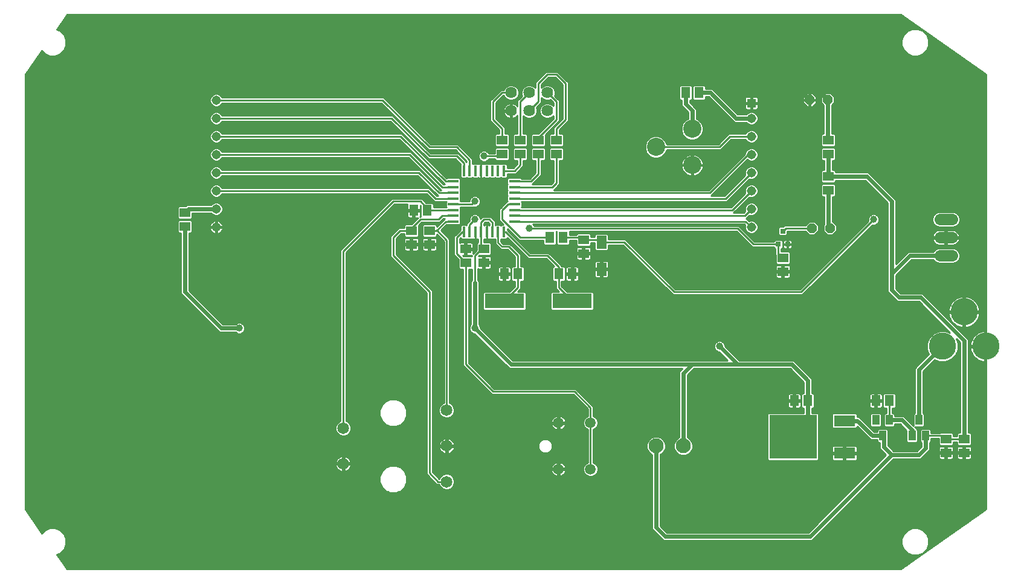
<source format=gtl>
G75*
%MOIN*%
%OFA0B0*%
%FSLAX24Y24*%
%IPPOS*%
%LPD*%
%AMOC8*
5,1,8,0,0,1.08239X$1,22.5*
%
%ADD10C,0.0515*%
%ADD11R,0.0515X0.0515*%
%ADD12R,0.0177X0.0591*%
%ADD13R,0.0591X0.0177*%
%ADD14C,0.0645*%
%ADD15C,0.0650*%
%ADD16C,0.0594*%
%ADD17C,0.1000*%
%ADD18C,0.0640*%
%ADD19R,0.0591X0.0512*%
%ADD20R,0.0394X0.0551*%
%ADD21R,0.0512X0.0591*%
%ADD22R,0.1181X0.0630*%
%ADD23R,0.2598X0.2441*%
%ADD24R,0.2165X0.0787*%
%ADD25OC8,0.0520*%
%ADD26R,0.0276X0.0276*%
%ADD27C,0.1502*%
%ADD28R,0.0551X0.0720*%
%ADD29C,0.0100*%
%ADD30C,0.0396*%
%ADD31C,0.0827*%
%ADD32C,0.0240*%
D10*
X036503Y031880D03*
X036503Y032880D03*
X036503Y033880D03*
X036503Y034880D03*
X036503Y035880D03*
X036503Y036880D03*
X036503Y037880D03*
X036503Y038880D03*
X066030Y037880D03*
X066030Y036880D03*
X066030Y035880D03*
X066030Y034880D03*
X066030Y033880D03*
X066030Y032880D03*
X066030Y031880D03*
D11*
X066030Y038726D03*
D12*
X052369Y034990D03*
X052054Y034990D03*
X051739Y034990D03*
X051424Y034990D03*
X051109Y034990D03*
X050794Y034990D03*
X050479Y034990D03*
X050164Y034990D03*
X050164Y031610D03*
X050479Y031610D03*
X050794Y031610D03*
X051109Y031610D03*
X051424Y031610D03*
X051739Y031610D03*
X052054Y031610D03*
X052369Y031610D03*
D13*
X052957Y032198D03*
X052957Y032513D03*
X052957Y032828D03*
X052957Y033143D03*
X052957Y033457D03*
X052957Y033772D03*
X052957Y034087D03*
X052957Y034402D03*
X049577Y034402D03*
X049577Y034087D03*
X049577Y033772D03*
X049577Y033457D03*
X049577Y033143D03*
X049577Y032828D03*
X049577Y032513D03*
X049577Y032198D03*
D14*
X076444Y032300D02*
X077089Y032300D01*
X077089Y031300D02*
X076444Y031300D01*
X076444Y030300D02*
X077089Y030300D01*
D15*
X049219Y021769D03*
X049219Y019800D03*
X049219Y017831D03*
X043511Y018816D03*
X043511Y020784D03*
D16*
X055381Y021080D03*
X057152Y021080D03*
X057152Y018520D03*
X055381Y018520D03*
D17*
X062767Y035300D03*
X060767Y036300D03*
X062767Y037300D03*
D18*
X054767Y038300D03*
X053767Y038300D03*
X052767Y038300D03*
X052767Y039300D03*
X053767Y039300D03*
X054767Y039300D03*
D19*
X055267Y036674D03*
X055267Y035926D03*
X054267Y035926D03*
X054267Y036674D03*
X053267Y036674D03*
X053267Y035926D03*
X052267Y035926D03*
X052267Y036674D03*
X048267Y031674D03*
X047267Y031674D03*
X047267Y030926D03*
X048267Y030926D03*
X050267Y030674D03*
X051267Y030674D03*
X051267Y029926D03*
X050267Y029926D03*
X056767Y030426D03*
X056767Y031174D03*
X067767Y030174D03*
X067767Y029426D03*
X070267Y033926D03*
X070267Y034674D03*
X070267Y035926D03*
X070267Y036674D03*
X076767Y020174D03*
X076767Y019426D03*
X077767Y019426D03*
X077767Y020174D03*
X034767Y031926D03*
X034767Y032674D03*
D20*
X072893Y021233D03*
X073641Y021233D03*
X073267Y020367D03*
X074893Y020367D03*
X075641Y020367D03*
X075267Y021233D03*
D21*
X073641Y022300D03*
X072893Y022300D03*
X069141Y022300D03*
X068393Y022300D03*
X056141Y029300D03*
X055393Y029300D03*
X053141Y029300D03*
X052393Y029300D03*
X054893Y031300D03*
X055641Y031300D03*
X048141Y032800D03*
X047393Y032800D03*
X062393Y039300D03*
X063141Y039300D03*
D22*
X071156Y021198D03*
X071156Y019402D03*
D23*
X068330Y020300D03*
D24*
X056137Y027800D03*
X052397Y027800D03*
D25*
X069367Y031820D03*
X070367Y031820D03*
X070247Y038900D03*
X069247Y038900D03*
D26*
X067767Y031664D03*
X068023Y030936D03*
X067511Y030936D03*
D27*
X077767Y027200D03*
X078967Y025300D03*
X076567Y025300D03*
D28*
X057767Y029552D03*
X057767Y031048D03*
D29*
X028267Y013000D02*
X027705Y013806D01*
X027892Y013883D01*
X028103Y014094D01*
X028218Y014371D01*
X028218Y014669D01*
X028103Y014946D01*
X027892Y015157D01*
X027616Y015271D01*
X027317Y015271D01*
X027041Y015157D01*
X026877Y014993D01*
X025967Y016300D01*
X025967Y040300D01*
X026877Y041607D01*
X027041Y041443D01*
X027317Y041329D01*
X027616Y041329D01*
X027892Y041443D01*
X028103Y041654D01*
X028218Y041931D01*
X028218Y042229D01*
X028103Y042506D01*
X027892Y042717D01*
X027705Y042794D01*
X028267Y043600D01*
X074267Y043600D01*
X078967Y040300D01*
X078967Y025350D01*
X078917Y025350D01*
X078917Y026161D01*
X078910Y026161D01*
X078798Y026146D01*
X078689Y026117D01*
X078585Y026074D01*
X078487Y026018D01*
X078398Y025949D01*
X078318Y025869D01*
X078249Y025779D01*
X078193Y025682D01*
X078149Y025577D01*
X078120Y025468D01*
X078105Y025356D01*
X078105Y025350D01*
X078917Y025350D01*
X078917Y025250D01*
X078967Y025250D01*
X078967Y016300D01*
X074267Y013000D01*
X028267Y013000D01*
X028244Y013032D02*
X074313Y013032D01*
X074453Y013131D02*
X028175Y013131D01*
X028107Y013229D02*
X074593Y013229D01*
X074734Y013328D02*
X028038Y013328D01*
X027969Y013426D02*
X074874Y013426D01*
X075014Y013525D02*
X027901Y013525D01*
X027832Y013623D02*
X075155Y013623D01*
X075216Y013769D02*
X075492Y013883D01*
X075703Y014094D01*
X075818Y014371D01*
X075818Y014669D01*
X075703Y014946D01*
X075492Y015157D01*
X075216Y015271D01*
X074917Y015271D01*
X074641Y015157D01*
X074430Y014946D01*
X074315Y014669D01*
X074315Y014371D01*
X074430Y014094D01*
X074641Y013883D01*
X074917Y013769D01*
X075216Y013769D01*
X075295Y013722D02*
X027763Y013722D01*
X027741Y013820D02*
X074793Y013820D01*
X074605Y013919D02*
X027928Y013919D01*
X028026Y014017D02*
X074507Y014017D01*
X074421Y014116D02*
X028112Y014116D01*
X028153Y014214D02*
X074380Y014214D01*
X074339Y014313D02*
X028194Y014313D01*
X028218Y014411D02*
X074315Y014411D01*
X074315Y014510D02*
X028218Y014510D01*
X028218Y014608D02*
X061133Y014608D01*
X061171Y014570D02*
X069362Y014570D01*
X069497Y014705D01*
X073862Y019070D01*
X075362Y019070D01*
X075871Y019579D01*
X075871Y019981D01*
X075883Y019981D01*
X075948Y020046D01*
X075948Y020207D01*
X076361Y020207D01*
X076361Y019873D01*
X076426Y019808D01*
X077108Y019808D01*
X077172Y019873D01*
X077172Y020014D01*
X077361Y020014D01*
X077361Y019873D01*
X077426Y019808D01*
X078108Y019808D01*
X078172Y019873D01*
X078172Y020475D01*
X078108Y020540D01*
X077997Y020540D01*
X077997Y025695D01*
X075597Y028095D01*
X075462Y028230D01*
X074262Y028230D01*
X073997Y028495D01*
X073997Y029205D01*
X074862Y030070D01*
X076071Y030070D01*
X076078Y030055D01*
X076199Y029933D01*
X076358Y029868D01*
X077175Y029868D01*
X077334Y029933D01*
X077456Y030055D01*
X077522Y030214D01*
X077522Y030386D01*
X077456Y030545D01*
X077334Y030667D01*
X077175Y030732D01*
X076358Y030732D01*
X076199Y030667D01*
X076078Y030545D01*
X076071Y030530D01*
X074671Y030530D01*
X073997Y029855D01*
X073997Y033395D01*
X073862Y033530D01*
X072488Y034904D01*
X070672Y034904D01*
X070672Y034975D01*
X070608Y035040D01*
X070497Y035040D01*
X070497Y035560D01*
X070608Y035560D01*
X070672Y035625D01*
X070672Y036227D01*
X070608Y036292D01*
X069926Y036292D01*
X069861Y036227D01*
X069861Y035625D01*
X069926Y035560D01*
X070037Y035560D01*
X070037Y035040D01*
X069926Y035040D01*
X069861Y034975D01*
X069861Y034373D01*
X069926Y034308D01*
X070608Y034308D01*
X070672Y034373D01*
X070672Y034444D01*
X072297Y034444D01*
X073537Y033205D01*
X073537Y028305D01*
X073671Y028170D01*
X074071Y027770D01*
X075271Y027770D01*
X076981Y026061D01*
X076738Y026161D01*
X076395Y026161D01*
X076079Y026030D01*
X075837Y025788D01*
X075705Y025471D01*
X075705Y025129D01*
X075812Y024871D01*
X075037Y024095D01*
X075037Y021619D01*
X075024Y021619D01*
X074960Y021554D01*
X074960Y020932D01*
X074429Y021463D01*
X073948Y021463D01*
X073948Y021554D01*
X073883Y021619D01*
X073801Y021619D01*
X073801Y021895D01*
X073942Y021895D01*
X074007Y021959D01*
X074007Y022641D01*
X073942Y022705D01*
X073339Y022705D01*
X073275Y022641D01*
X073275Y021959D01*
X073339Y021895D01*
X073481Y021895D01*
X073481Y021619D01*
X073398Y021619D01*
X073334Y021554D01*
X073334Y020912D01*
X073398Y020847D01*
X073883Y020847D01*
X073948Y020912D01*
X073948Y021003D01*
X074238Y021003D01*
X074586Y020656D01*
X074586Y020046D01*
X074650Y019981D01*
X075135Y019981D01*
X075199Y020046D01*
X075199Y020688D01*
X075135Y020753D01*
X075123Y020753D01*
X075123Y020769D01*
X075044Y020847D01*
X075509Y020847D01*
X075574Y020912D01*
X075574Y021554D01*
X075509Y021619D01*
X075497Y021619D01*
X075497Y023905D01*
X076138Y024546D01*
X076395Y024439D01*
X076738Y024439D01*
X077054Y024570D01*
X077297Y024812D01*
X077428Y025129D01*
X077428Y025471D01*
X077327Y025714D01*
X077537Y025505D01*
X077537Y020540D01*
X077426Y020540D01*
X077361Y020475D01*
X077361Y020334D01*
X077172Y020334D01*
X077172Y020475D01*
X077108Y020540D01*
X076426Y020540D01*
X076413Y020527D01*
X075948Y020527D01*
X075948Y020688D01*
X075883Y020753D01*
X075398Y020753D01*
X075334Y020688D01*
X075334Y020046D01*
X075398Y019981D01*
X075411Y019981D01*
X075411Y019769D01*
X075171Y019530D01*
X073862Y019530D01*
X073556Y019836D01*
X073556Y020028D01*
X073574Y020046D01*
X073574Y020688D01*
X073509Y020753D01*
X073024Y020753D01*
X072960Y020688D01*
X072960Y020597D01*
X072795Y020597D01*
X071964Y021428D01*
X071857Y021428D01*
X071857Y021558D01*
X071793Y021623D01*
X070520Y021623D01*
X070456Y021558D01*
X070456Y020837D01*
X070520Y020773D01*
X071793Y020773D01*
X071857Y020837D01*
X071857Y020884D01*
X072604Y020137D01*
X072960Y020137D01*
X072960Y020046D01*
X073024Y019981D01*
X073096Y019981D01*
X073096Y019646D01*
X073441Y019300D01*
X069171Y015030D01*
X061362Y015030D01*
X060997Y015395D01*
X060997Y019329D01*
X061063Y019356D01*
X061210Y019504D01*
X061290Y019696D01*
X061290Y019904D01*
X061210Y020096D01*
X061063Y020244D01*
X060871Y020323D01*
X060663Y020323D01*
X060470Y020244D01*
X060323Y020096D01*
X060243Y019904D01*
X060243Y019696D01*
X060323Y019504D01*
X060470Y019356D01*
X060537Y019329D01*
X060537Y015205D01*
X061171Y014570D01*
X061034Y014707D02*
X028202Y014707D01*
X028161Y014805D02*
X060936Y014805D01*
X060837Y014904D02*
X028121Y014904D01*
X028047Y015002D02*
X060739Y015002D01*
X060640Y015101D02*
X027948Y015101D01*
X027789Y015199D02*
X060542Y015199D01*
X060537Y015298D02*
X026665Y015298D01*
X026596Y015396D02*
X060537Y015396D01*
X060537Y015495D02*
X026528Y015495D01*
X026459Y015593D02*
X060537Y015593D01*
X060537Y015692D02*
X026390Y015692D01*
X026322Y015790D02*
X060537Y015790D01*
X060537Y015889D02*
X026253Y015889D01*
X026184Y015987D02*
X060537Y015987D01*
X060537Y016086D02*
X026116Y016086D01*
X026047Y016184D02*
X060537Y016184D01*
X060537Y016283D02*
X025979Y016283D01*
X025967Y016381D02*
X060537Y016381D01*
X060537Y016480D02*
X025967Y016480D01*
X025967Y016578D02*
X060537Y016578D01*
X060537Y016677D02*
X025967Y016677D01*
X025967Y016775D02*
X060537Y016775D01*
X060537Y016874D02*
X025967Y016874D01*
X025967Y016972D02*
X060537Y016972D01*
X060537Y017071D02*
X025967Y017071D01*
X025967Y017169D02*
X060537Y017169D01*
X060537Y017268D02*
X046536Y017268D01*
X046416Y017218D02*
X046692Y017332D01*
X046903Y017544D01*
X047018Y017820D01*
X047018Y018119D01*
X046903Y018395D01*
X046692Y018606D01*
X046416Y018720D01*
X046117Y018720D01*
X045841Y018606D01*
X045630Y018395D01*
X045515Y018119D01*
X045515Y017820D01*
X045630Y017544D01*
X045841Y017332D01*
X046117Y017218D01*
X046416Y017218D01*
X046726Y017366D02*
X060537Y017366D01*
X060537Y017465D02*
X049468Y017465D01*
X049466Y017463D02*
X049588Y017585D01*
X049654Y017745D01*
X049654Y017918D01*
X049588Y018078D01*
X049466Y018200D01*
X049306Y018266D01*
X049133Y018266D01*
X048973Y018200D01*
X048851Y018078D01*
X048815Y017991D01*
X048801Y017991D01*
X048427Y018366D01*
X048427Y028366D01*
X046427Y030366D01*
X046427Y031234D01*
X046707Y031514D01*
X046861Y031514D01*
X046861Y031373D01*
X046926Y031308D01*
X047608Y031308D01*
X047672Y031373D01*
X047672Y031975D01*
X047670Y031977D01*
X047833Y032140D01*
X048833Y032140D01*
X049046Y032353D01*
X049093Y032353D01*
X048672Y031932D01*
X048672Y031975D01*
X048608Y032040D01*
X047926Y032040D01*
X047861Y031975D01*
X047861Y031373D01*
X047926Y031308D01*
X048608Y031308D01*
X048672Y031373D01*
X048672Y031468D01*
X049059Y031081D01*
X049059Y022173D01*
X048973Y022137D01*
X048851Y022015D01*
X048785Y021855D01*
X048785Y021682D01*
X048851Y021522D01*
X048973Y021400D01*
X049133Y021334D01*
X049306Y021334D01*
X049466Y021400D01*
X049588Y021522D01*
X049654Y021682D01*
X049654Y021855D01*
X049588Y022015D01*
X049466Y022137D01*
X049379Y022173D01*
X049379Y031214D01*
X048893Y031700D01*
X049214Y032021D01*
X049236Y031999D01*
X049918Y031999D01*
X049982Y032063D01*
X049982Y032332D01*
X049959Y032355D01*
X049982Y032378D01*
X049982Y032647D01*
X049959Y032670D01*
X049982Y032693D01*
X049982Y032962D01*
X049961Y032983D01*
X050675Y032983D01*
X050691Y032998D01*
X050705Y032992D01*
X050828Y032992D01*
X050941Y033039D01*
X051028Y033125D01*
X051075Y033239D01*
X051075Y033361D01*
X051028Y033475D01*
X050941Y033561D01*
X050828Y033608D01*
X050705Y033608D01*
X050592Y033561D01*
X050505Y033475D01*
X050459Y033361D01*
X050459Y033303D01*
X049961Y033303D01*
X049982Y033323D01*
X049982Y033592D01*
X049959Y033615D01*
X049982Y033638D01*
X049982Y033907D01*
X049959Y033930D01*
X049982Y033953D01*
X049982Y034222D01*
X049959Y034245D01*
X049982Y034268D01*
X049982Y034537D01*
X049918Y034601D01*
X049236Y034601D01*
X049214Y034579D01*
X046753Y037040D01*
X036834Y037040D01*
X036814Y037088D01*
X036711Y037192D01*
X036576Y037247D01*
X036430Y037247D01*
X036295Y037192D01*
X036191Y037088D01*
X036135Y036953D01*
X036135Y036807D01*
X036191Y036672D01*
X036295Y036568D01*
X036430Y036513D01*
X036576Y036513D01*
X036711Y036568D01*
X036814Y036672D01*
X036834Y036720D01*
X046620Y036720D01*
X049004Y034336D01*
X049093Y034247D01*
X049046Y034247D01*
X047253Y036040D01*
X036834Y036040D01*
X036814Y036088D01*
X036711Y036192D01*
X036576Y036247D01*
X036430Y036247D01*
X036295Y036192D01*
X036191Y036088D01*
X036135Y035953D01*
X036135Y035807D01*
X036191Y035672D01*
X036295Y035568D01*
X036430Y035513D01*
X036576Y035513D01*
X036711Y035568D01*
X036814Y035672D01*
X036834Y035720D01*
X047120Y035720D01*
X048908Y033932D01*
X048860Y033932D01*
X047753Y035040D01*
X036834Y035040D01*
X036814Y035088D01*
X036711Y035192D01*
X036576Y035247D01*
X036430Y035247D01*
X036295Y035192D01*
X036191Y035088D01*
X036135Y034953D01*
X036135Y034807D01*
X036191Y034672D01*
X036295Y034568D01*
X036430Y034513D01*
X036576Y034513D01*
X036711Y034568D01*
X036814Y034672D01*
X036834Y034720D01*
X047620Y034720D01*
X048634Y033706D01*
X048723Y033617D01*
X048675Y033617D01*
X048253Y034040D01*
X036834Y034040D01*
X036814Y034088D01*
X036711Y034192D01*
X036576Y034247D01*
X036430Y034247D01*
X036295Y034192D01*
X036191Y034088D01*
X036135Y033953D01*
X036135Y033807D01*
X036191Y033672D01*
X036295Y033568D01*
X036430Y033513D01*
X036576Y033513D01*
X036711Y033568D01*
X036814Y033672D01*
X036834Y033720D01*
X048120Y033720D01*
X048543Y033297D01*
X049192Y033297D01*
X049171Y033277D01*
X049171Y033008D01*
X049192Y032988D01*
X048507Y032988D01*
X048507Y033141D01*
X048442Y033205D01*
X048088Y033205D01*
X047927Y033366D01*
X047833Y033460D01*
X046200Y033460D01*
X046107Y033366D01*
X043351Y030610D01*
X043351Y021189D01*
X043264Y021153D01*
X043142Y021031D01*
X043076Y020871D01*
X043076Y020698D01*
X043142Y020538D01*
X043264Y020416D01*
X043424Y020349D01*
X043597Y020349D01*
X043757Y020416D01*
X043879Y020538D01*
X043946Y020698D01*
X043946Y020871D01*
X043879Y021031D01*
X043757Y021153D01*
X043671Y021189D01*
X043671Y030478D01*
X046333Y033140D01*
X047036Y033140D01*
X047034Y033138D01*
X047027Y033110D01*
X047027Y032850D01*
X047343Y032850D01*
X047343Y032750D01*
X047443Y032750D01*
X047443Y032850D01*
X047759Y032850D01*
X047759Y033082D01*
X047775Y033066D01*
X047775Y032460D01*
X047750Y032460D01*
X047751Y032462D01*
X047759Y032490D01*
X047759Y032750D01*
X047443Y032750D01*
X047443Y032395D01*
X047635Y032395D01*
X047607Y032366D01*
X047280Y032040D01*
X046926Y032040D01*
X046861Y031975D01*
X046861Y031834D01*
X046574Y031834D01*
X046107Y031366D01*
X046107Y030234D01*
X046200Y030140D01*
X048107Y028234D01*
X048107Y018234D01*
X048200Y018140D01*
X048200Y018140D01*
X048575Y017765D01*
X048669Y017671D01*
X048815Y017671D01*
X048851Y017585D01*
X048973Y017463D01*
X049133Y017397D01*
X049306Y017397D01*
X049466Y017463D01*
X049566Y017563D02*
X060537Y017563D01*
X060537Y017662D02*
X049620Y017662D01*
X049654Y017760D02*
X060537Y017760D01*
X060537Y017859D02*
X049654Y017859D01*
X049638Y017957D02*
X060537Y017957D01*
X060537Y018056D02*
X049597Y018056D01*
X049511Y018154D02*
X055203Y018154D01*
X055225Y018143D02*
X055286Y018124D01*
X055332Y018116D01*
X055332Y018472D01*
X054977Y018472D01*
X054984Y018425D01*
X055004Y018364D01*
X055033Y018307D01*
X055071Y018255D01*
X055116Y018210D01*
X055168Y018173D01*
X055225Y018143D01*
X055332Y018154D02*
X055429Y018154D01*
X055429Y018116D02*
X055476Y018124D01*
X055537Y018143D01*
X055594Y018173D01*
X055646Y018210D01*
X055691Y018255D01*
X055729Y018307D01*
X055758Y018364D01*
X055778Y018425D01*
X055785Y018472D01*
X055429Y018472D01*
X055429Y018116D01*
X055559Y018154D02*
X056973Y018154D01*
X056922Y018176D02*
X057072Y018114D01*
X057233Y018114D01*
X057383Y018176D01*
X057497Y018290D01*
X057559Y018440D01*
X057559Y018601D01*
X057497Y018751D01*
X057383Y018865D01*
X057312Y018895D01*
X057312Y020705D01*
X057383Y020735D01*
X057497Y020849D01*
X057559Y020999D01*
X057559Y021160D01*
X057497Y021310D01*
X057383Y021424D01*
X057312Y021454D01*
X057312Y021980D01*
X057219Y022074D01*
X056333Y022960D01*
X051833Y022960D01*
X050427Y024366D01*
X050427Y029560D01*
X050607Y029560D01*
X050607Y028965D01*
X050537Y028895D01*
X050537Y026506D01*
X050505Y026475D01*
X050459Y026361D01*
X050459Y026239D01*
X050505Y026125D01*
X050592Y026039D01*
X050705Y025992D01*
X050750Y025992D01*
X052671Y024070D01*
X062211Y024070D01*
X062037Y023895D01*
X062037Y020271D01*
X061970Y020244D01*
X061823Y020096D01*
X061743Y019904D01*
X061743Y019696D01*
X061823Y019504D01*
X061970Y019356D01*
X062163Y019277D01*
X062371Y019277D01*
X062563Y019356D01*
X062710Y019504D01*
X062790Y019696D01*
X062790Y019904D01*
X062710Y020096D01*
X062563Y020244D01*
X062497Y020271D01*
X062497Y023705D01*
X062862Y024070D01*
X068171Y024070D01*
X068911Y023331D01*
X068911Y022705D01*
X068839Y022705D01*
X068775Y022641D01*
X068775Y021959D01*
X068839Y021895D01*
X068911Y021895D01*
X068911Y021630D01*
X066985Y021630D01*
X066920Y021566D01*
X066920Y019034D01*
X066985Y018970D01*
X069674Y018970D01*
X069739Y019034D01*
X069739Y021566D01*
X069674Y021630D01*
X069371Y021630D01*
X069371Y021895D01*
X069442Y021895D01*
X069507Y021959D01*
X069507Y022641D01*
X069442Y022705D01*
X069371Y022705D01*
X069371Y023521D01*
X068497Y024395D01*
X068362Y024530D01*
X065362Y024530D01*
X064575Y025317D01*
X064575Y025361D01*
X064528Y025475D01*
X064441Y025561D01*
X064328Y025608D01*
X064205Y025608D01*
X064092Y025561D01*
X064005Y025475D01*
X063959Y025361D01*
X063959Y025239D01*
X064005Y025125D01*
X064092Y025039D01*
X064205Y024992D01*
X064250Y024992D01*
X064711Y024530D01*
X052862Y024530D01*
X051075Y026317D01*
X051075Y026361D01*
X051028Y026475D01*
X050997Y026506D01*
X050997Y028895D01*
X050927Y028965D01*
X050927Y029569D01*
X050929Y029568D01*
X050957Y029560D01*
X051217Y029560D01*
X051217Y029876D01*
X051317Y029876D01*
X052981Y029876D01*
X052981Y029778D02*
X051672Y029778D01*
X051672Y029876D02*
X051317Y029876D01*
X051317Y029976D01*
X051672Y029976D01*
X051672Y030196D01*
X051664Y030224D01*
X051650Y030249D01*
X051629Y030270D01*
X052944Y030270D01*
X052981Y030234D02*
X052981Y029705D01*
X052839Y029705D01*
X052775Y029641D01*
X052775Y028959D01*
X052839Y028895D01*
X052981Y028895D01*
X052981Y028610D01*
X052674Y028304D01*
X051268Y028304D01*
X051204Y028239D01*
X051204Y027361D01*
X051268Y027296D01*
X053525Y027296D01*
X053589Y027361D01*
X053589Y028239D01*
X053525Y028304D01*
X053127Y028304D01*
X053301Y028478D01*
X053301Y028895D01*
X053442Y028895D01*
X053507Y028959D01*
X053507Y029641D01*
X053442Y029705D01*
X053301Y029705D01*
X053301Y030366D01*
X052707Y030960D01*
X052333Y030960D01*
X052214Y031079D01*
X052214Y031226D01*
X052235Y031205D01*
X052503Y031205D01*
X052568Y031269D01*
X052568Y031273D01*
X053607Y030234D01*
X053700Y030140D01*
X054700Y030140D01*
X055135Y029705D01*
X055091Y029705D01*
X055027Y029641D01*
X055027Y028959D01*
X055091Y028895D01*
X055233Y028895D01*
X055233Y028478D01*
X055407Y028304D01*
X055009Y028304D01*
X054944Y028239D01*
X054944Y027361D01*
X055009Y027296D01*
X057265Y027296D01*
X057329Y027361D01*
X057329Y028239D01*
X057265Y028304D01*
X055859Y028304D01*
X055553Y028610D01*
X055553Y028895D01*
X055694Y028895D01*
X055759Y028959D01*
X055759Y029641D01*
X055694Y029705D01*
X055553Y029705D01*
X055553Y029740D01*
X055459Y029834D01*
X054833Y030460D01*
X053833Y030460D01*
X052568Y031725D01*
X052568Y031773D01*
X053107Y031234D01*
X053200Y031140D01*
X054527Y031140D01*
X054527Y030959D01*
X054591Y030895D01*
X055194Y030895D01*
X055259Y030959D01*
X055259Y031640D01*
X055275Y031640D01*
X055275Y030959D01*
X055339Y030895D01*
X055942Y030895D01*
X056007Y030959D01*
X056007Y031140D01*
X056361Y031140D01*
X056361Y030873D01*
X056426Y030808D01*
X057108Y030808D01*
X057172Y030873D01*
X057172Y031014D01*
X057381Y031014D01*
X057381Y030642D01*
X057446Y030578D01*
X058088Y030578D01*
X058152Y030642D01*
X058152Y030888D01*
X058952Y030888D01*
X061607Y028234D01*
X061700Y028140D01*
X068833Y028140D01*
X072691Y031998D01*
X072705Y031992D01*
X072828Y031992D01*
X072941Y032039D01*
X073028Y032125D01*
X073075Y032239D01*
X073075Y032361D01*
X073028Y032475D01*
X072941Y032561D01*
X072828Y032608D01*
X072705Y032608D01*
X072592Y032561D01*
X072505Y032475D01*
X072459Y032361D01*
X072459Y032239D01*
X072465Y032224D01*
X068700Y028460D01*
X061833Y028460D01*
X059085Y031208D01*
X058152Y031208D01*
X058152Y031454D01*
X058088Y031518D01*
X057446Y031518D01*
X057381Y031454D01*
X057381Y031334D01*
X057172Y031334D01*
X057172Y031475D01*
X057108Y031540D01*
X056426Y031540D01*
X056361Y031475D01*
X056361Y031460D01*
X056007Y031460D01*
X056007Y031640D01*
X065200Y031640D01*
X065971Y030870D01*
X066065Y030776D01*
X067263Y030776D01*
X067263Y030752D01*
X067327Y030688D01*
X067351Y030688D01*
X067351Y030364D01*
X067361Y030353D01*
X067361Y029873D01*
X067426Y029808D01*
X068108Y029808D01*
X068172Y029873D01*
X068172Y030475D01*
X068108Y030540D01*
X067671Y030540D01*
X067671Y030688D01*
X067694Y030688D01*
X067759Y030752D01*
X067759Y031119D01*
X067694Y031184D01*
X067327Y031184D01*
X067263Y031119D01*
X067263Y031096D01*
X066197Y031096D01*
X065333Y031960D01*
X054034Y031960D01*
X054028Y031975D01*
X053965Y032038D01*
X065647Y032038D01*
X065683Y032001D01*
X065663Y031953D01*
X065663Y031807D01*
X065719Y031672D01*
X065822Y031568D01*
X065957Y031513D01*
X066104Y031513D01*
X066239Y031568D01*
X066342Y031672D01*
X066398Y031807D01*
X066398Y031953D01*
X066342Y032088D01*
X066239Y032192D01*
X066104Y032247D01*
X065957Y032247D01*
X065909Y032228D01*
X065779Y032358D01*
X065734Y032358D01*
X065909Y032532D01*
X065957Y032513D01*
X066104Y032513D01*
X066239Y032568D01*
X066342Y032672D01*
X066398Y032807D01*
X066398Y032953D01*
X066342Y033088D01*
X066239Y033192D01*
X066104Y033247D01*
X065957Y033247D01*
X065822Y033192D01*
X065719Y033088D01*
X065663Y032953D01*
X065663Y032807D01*
X065683Y032759D01*
X065597Y032673D01*
X065049Y032673D01*
X065909Y033532D01*
X065957Y033513D01*
X066104Y033513D01*
X066239Y033568D01*
X066342Y033672D01*
X066398Y033807D01*
X066398Y033953D01*
X066342Y034088D01*
X066239Y034192D01*
X066104Y034247D01*
X065957Y034247D01*
X065822Y034192D01*
X065719Y034088D01*
X065663Y033953D01*
X065663Y033807D01*
X065683Y033759D01*
X064912Y032988D01*
X053341Y032988D01*
X053362Y033008D01*
X053362Y033277D01*
X053341Y033297D01*
X064674Y033297D01*
X065909Y034532D01*
X065957Y034513D01*
X066104Y034513D01*
X066239Y034568D01*
X066342Y034672D01*
X066398Y034807D01*
X066398Y034953D01*
X066342Y035088D01*
X066239Y035192D01*
X066104Y035247D01*
X065957Y035247D01*
X065822Y035192D01*
X065719Y035088D01*
X065663Y034953D01*
X065663Y034807D01*
X065683Y034759D01*
X064542Y033617D01*
X063810Y033617D01*
X065792Y035599D01*
X065822Y035568D01*
X065957Y035513D01*
X066104Y035513D01*
X066239Y035568D01*
X066342Y035672D01*
X066398Y035807D01*
X066398Y035953D01*
X066342Y036088D01*
X066239Y036192D01*
X066104Y036247D01*
X065957Y036247D01*
X065822Y036192D01*
X065719Y036088D01*
X065663Y035953D01*
X065663Y035923D01*
X063673Y033932D01*
X055125Y033932D01*
X055333Y034140D01*
X055427Y034234D01*
X055427Y035560D01*
X055608Y035560D01*
X055672Y035625D01*
X055672Y036227D01*
X055608Y036292D01*
X054926Y036292D01*
X054861Y036227D01*
X054861Y035625D01*
X054926Y035560D01*
X055107Y035560D01*
X055107Y034366D01*
X054988Y034247D01*
X053940Y034247D01*
X054333Y034640D01*
X054427Y034734D01*
X054427Y035560D01*
X054608Y035560D01*
X054672Y035625D01*
X054672Y036227D01*
X054608Y036292D01*
X053926Y036292D01*
X053861Y036227D01*
X053861Y035625D01*
X053926Y035560D01*
X054107Y035560D01*
X054107Y034866D01*
X053803Y034562D01*
X053336Y034562D01*
X053298Y034601D01*
X052616Y034601D01*
X052551Y034537D01*
X052551Y034268D01*
X052575Y034245D01*
X052551Y034222D01*
X052551Y033953D01*
X052575Y033930D01*
X052551Y033907D01*
X052551Y033638D01*
X052575Y033615D01*
X052551Y033592D01*
X052551Y033323D01*
X052572Y033303D01*
X052543Y033303D01*
X052200Y032960D01*
X052107Y032866D01*
X052107Y032234D01*
X052200Y032140D01*
X052325Y032015D01*
X052235Y032015D01*
X052212Y031992D01*
X052188Y032015D01*
X051920Y032015D01*
X051899Y031994D01*
X051899Y032194D01*
X051727Y032366D01*
X051633Y032460D01*
X051200Y032460D01*
X051107Y032366D01*
X051075Y032334D01*
X051075Y032361D01*
X051028Y032475D01*
X050941Y032561D01*
X050828Y032608D01*
X050705Y032608D01*
X050592Y032561D01*
X050505Y032475D01*
X050459Y032361D01*
X050459Y032239D01*
X050465Y032224D01*
X050319Y032079D01*
X050319Y031994D01*
X050298Y032015D01*
X050030Y032015D01*
X049966Y031951D01*
X049966Y031725D01*
X049700Y031460D01*
X049607Y031366D01*
X049607Y030360D01*
X049861Y030105D01*
X049861Y029625D01*
X049926Y029560D01*
X050107Y029560D01*
X050107Y024234D01*
X050200Y024140D01*
X050200Y024140D01*
X051607Y022734D01*
X051700Y022640D01*
X056200Y022640D01*
X056992Y021848D01*
X056992Y021454D01*
X056922Y021424D01*
X056808Y021310D01*
X056746Y021160D01*
X056746Y020999D01*
X056808Y020849D01*
X056922Y020735D01*
X056992Y020705D01*
X056992Y018895D01*
X056922Y018865D01*
X056808Y018751D01*
X056746Y018601D01*
X056746Y018440D01*
X056808Y018290D01*
X056922Y018176D01*
X056845Y018253D02*
X055689Y018253D01*
X055751Y018351D02*
X056782Y018351D01*
X056746Y018450D02*
X055782Y018450D01*
X055785Y018569D02*
X055778Y018616D01*
X055758Y018677D01*
X055729Y018734D01*
X055691Y018786D01*
X055646Y018831D01*
X055594Y018868D01*
X055537Y018898D01*
X055476Y018917D01*
X055429Y018925D01*
X055429Y018569D01*
X055332Y018569D01*
X055332Y018472D01*
X055429Y018472D01*
X055429Y018569D01*
X055785Y018569D01*
X055768Y018647D02*
X056765Y018647D01*
X056746Y018548D02*
X055429Y018548D01*
X055332Y018548D02*
X048427Y018548D01*
X048427Y018450D02*
X054980Y018450D01*
X055010Y018351D02*
X048441Y018351D01*
X048540Y018253D02*
X049101Y018253D01*
X048927Y018154D02*
X048638Y018154D01*
X048737Y018056D02*
X048842Y018056D01*
X048735Y017831D02*
X048267Y018300D01*
X048267Y028300D01*
X046267Y030300D01*
X046267Y031300D01*
X046641Y031674D01*
X047267Y031674D01*
X047267Y031800D01*
X047767Y032300D01*
X048767Y032300D01*
X048979Y032513D01*
X049577Y032513D01*
X049577Y032828D02*
X048168Y032828D01*
X048141Y032800D01*
X048141Y032926D01*
X047767Y033300D01*
X046267Y033300D01*
X043511Y030544D01*
X043511Y020784D01*
X043912Y020617D02*
X048107Y020617D01*
X048107Y020715D02*
X043946Y020715D01*
X043946Y020814D02*
X048107Y020814D01*
X048107Y020912D02*
X046496Y020912D01*
X046416Y020880D02*
X046692Y020994D01*
X046903Y021205D01*
X047018Y021481D01*
X047018Y021780D01*
X046903Y022056D01*
X046692Y022268D01*
X046416Y022382D01*
X046117Y022382D01*
X045841Y022268D01*
X045630Y022056D01*
X045515Y021780D01*
X045515Y021481D01*
X045630Y021205D01*
X045841Y020994D01*
X046117Y020880D01*
X046416Y020880D01*
X046709Y021011D02*
X048107Y021011D01*
X048107Y021109D02*
X046808Y021109D01*
X046905Y021208D02*
X048107Y021208D01*
X048107Y021306D02*
X046945Y021306D01*
X046986Y021405D02*
X048107Y021405D01*
X048107Y021503D02*
X047018Y021503D01*
X047018Y021602D02*
X048107Y021602D01*
X048107Y021700D02*
X047018Y021700D01*
X047010Y021799D02*
X048107Y021799D01*
X048107Y021897D02*
X046969Y021897D01*
X046928Y021996D02*
X048107Y021996D01*
X048107Y022094D02*
X046865Y022094D01*
X046767Y022193D02*
X048107Y022193D01*
X048107Y022291D02*
X046634Y022291D01*
X045899Y022291D02*
X043671Y022291D01*
X043671Y022193D02*
X045767Y022193D01*
X045668Y022094D02*
X043671Y022094D01*
X043671Y021996D02*
X045605Y021996D01*
X045564Y021897D02*
X043671Y021897D01*
X043671Y021799D02*
X045523Y021799D01*
X045515Y021700D02*
X043671Y021700D01*
X043671Y021602D02*
X045515Y021602D01*
X045515Y021503D02*
X043671Y021503D01*
X043671Y021405D02*
X045547Y021405D01*
X045588Y021306D02*
X043671Y021306D01*
X043671Y021208D02*
X045629Y021208D01*
X045726Y021109D02*
X043800Y021109D01*
X043887Y021011D02*
X045824Y021011D01*
X046038Y020912D02*
X043928Y020912D01*
X043860Y020518D02*
X048107Y020518D01*
X048107Y020420D02*
X043761Y020420D01*
X043260Y020420D02*
X025967Y020420D01*
X025967Y020518D02*
X043162Y020518D01*
X043109Y020617D02*
X025967Y020617D01*
X025967Y020715D02*
X043076Y020715D01*
X043076Y020814D02*
X025967Y020814D01*
X025967Y020912D02*
X043093Y020912D01*
X043134Y021011D02*
X025967Y021011D01*
X025967Y021109D02*
X043221Y021109D01*
X043351Y021208D02*
X025967Y021208D01*
X025967Y021306D02*
X043351Y021306D01*
X043351Y021405D02*
X025967Y021405D01*
X025967Y021503D02*
X043351Y021503D01*
X043351Y021602D02*
X025967Y021602D01*
X025967Y021700D02*
X043351Y021700D01*
X043351Y021799D02*
X025967Y021799D01*
X025967Y021897D02*
X043351Y021897D01*
X043351Y021996D02*
X025967Y021996D01*
X025967Y022094D02*
X043351Y022094D01*
X043351Y022193D02*
X025967Y022193D01*
X025967Y022291D02*
X043351Y022291D01*
X043351Y022390D02*
X025967Y022390D01*
X025967Y022488D02*
X043351Y022488D01*
X043351Y022587D02*
X025967Y022587D01*
X025967Y022685D02*
X043351Y022685D01*
X043351Y022784D02*
X025967Y022784D01*
X025967Y022882D02*
X043351Y022882D01*
X043351Y022981D02*
X025967Y022981D01*
X025967Y023079D02*
X043351Y023079D01*
X043351Y023178D02*
X025967Y023178D01*
X025967Y023276D02*
X043351Y023276D01*
X043351Y023375D02*
X025967Y023375D01*
X025967Y023473D02*
X043351Y023473D01*
X043351Y023572D02*
X025967Y023572D01*
X025967Y023670D02*
X043351Y023670D01*
X043351Y023769D02*
X025967Y023769D01*
X025967Y023867D02*
X043351Y023867D01*
X043351Y023966D02*
X025967Y023966D01*
X025967Y024064D02*
X043351Y024064D01*
X043351Y024163D02*
X025967Y024163D01*
X025967Y024261D02*
X043351Y024261D01*
X043351Y024360D02*
X025967Y024360D01*
X025967Y024458D02*
X043351Y024458D01*
X043351Y024557D02*
X025967Y024557D01*
X025967Y024655D02*
X043351Y024655D01*
X043351Y024754D02*
X025967Y024754D01*
X025967Y024852D02*
X043351Y024852D01*
X043351Y024951D02*
X025967Y024951D01*
X025967Y025049D02*
X043351Y025049D01*
X043351Y025148D02*
X025967Y025148D01*
X025967Y025246D02*
X043351Y025246D01*
X043351Y025345D02*
X025967Y025345D01*
X025967Y025443D02*
X043351Y025443D01*
X043351Y025542D02*
X025967Y025542D01*
X025967Y025640D02*
X043351Y025640D01*
X043351Y025739D02*
X025967Y025739D01*
X025967Y025837D02*
X043351Y025837D01*
X043351Y025936D02*
X025967Y025936D01*
X025967Y026034D02*
X037603Y026034D01*
X037592Y026039D02*
X037705Y025992D01*
X037828Y025992D01*
X037941Y026039D01*
X038028Y026125D01*
X038075Y026239D01*
X038075Y026361D01*
X038028Y026475D01*
X037941Y026561D01*
X037828Y026608D01*
X037705Y026608D01*
X037592Y026561D01*
X037561Y026530D01*
X036862Y026530D01*
X034997Y028395D01*
X034997Y031560D01*
X035108Y031560D01*
X035172Y031625D01*
X035172Y032227D01*
X035108Y032292D01*
X034426Y032292D01*
X034361Y032227D01*
X034361Y031625D01*
X034426Y031560D01*
X034537Y031560D01*
X034537Y028205D01*
X036537Y026205D01*
X036671Y026070D01*
X037561Y026070D01*
X037592Y026039D01*
X037931Y026034D02*
X043351Y026034D01*
X043351Y026133D02*
X038031Y026133D01*
X038072Y026231D02*
X043351Y026231D01*
X043351Y026330D02*
X038075Y026330D01*
X038047Y026428D02*
X043351Y026428D01*
X043351Y026527D02*
X037975Y026527D01*
X036766Y026625D02*
X043351Y026625D01*
X043351Y026724D02*
X036668Y026724D01*
X036569Y026822D02*
X043351Y026822D01*
X043351Y026921D02*
X036471Y026921D01*
X036372Y027019D02*
X043351Y027019D01*
X043351Y027118D02*
X036274Y027118D01*
X036175Y027216D02*
X043351Y027216D01*
X043351Y027315D02*
X036077Y027315D01*
X035978Y027413D02*
X043351Y027413D01*
X043351Y027512D02*
X035880Y027512D01*
X035781Y027610D02*
X043351Y027610D01*
X043351Y027709D02*
X035683Y027709D01*
X035584Y027807D02*
X043351Y027807D01*
X043351Y027906D02*
X035486Y027906D01*
X035387Y028004D02*
X043351Y028004D01*
X043351Y028103D02*
X035289Y028103D01*
X035190Y028201D02*
X043351Y028201D01*
X043351Y028300D02*
X035092Y028300D01*
X034997Y028399D02*
X043351Y028399D01*
X043351Y028497D02*
X034997Y028497D01*
X034997Y028596D02*
X043351Y028596D01*
X043351Y028694D02*
X034997Y028694D01*
X034997Y028793D02*
X043351Y028793D01*
X043351Y028891D02*
X034997Y028891D01*
X034997Y028990D02*
X043351Y028990D01*
X043351Y029088D02*
X034997Y029088D01*
X034997Y029187D02*
X043351Y029187D01*
X043351Y029285D02*
X034997Y029285D01*
X034997Y029384D02*
X043351Y029384D01*
X043351Y029482D02*
X034997Y029482D01*
X034997Y029581D02*
X043351Y029581D01*
X043351Y029679D02*
X034997Y029679D01*
X034997Y029778D02*
X043351Y029778D01*
X043351Y029876D02*
X034997Y029876D01*
X034997Y029975D02*
X043351Y029975D01*
X043351Y030073D02*
X034997Y030073D01*
X034997Y030172D02*
X043351Y030172D01*
X043351Y030270D02*
X034997Y030270D01*
X034997Y030369D02*
X043351Y030369D01*
X043351Y030467D02*
X034997Y030467D01*
X034997Y030566D02*
X043351Y030566D01*
X043404Y030664D02*
X034997Y030664D01*
X034997Y030763D02*
X043503Y030763D01*
X043601Y030861D02*
X034997Y030861D01*
X034997Y030960D02*
X043700Y030960D01*
X043798Y031058D02*
X034997Y031058D01*
X034997Y031157D02*
X043897Y031157D01*
X043995Y031255D02*
X034997Y031255D01*
X034997Y031354D02*
X044094Y031354D01*
X044192Y031452D02*
X034997Y031452D01*
X034997Y031551D02*
X036338Y031551D01*
X036329Y031554D02*
X036396Y031527D01*
X036467Y031513D01*
X036474Y031513D01*
X036474Y031851D01*
X036532Y031851D01*
X036532Y031909D01*
X036870Y031909D01*
X036870Y031916D01*
X036856Y031987D01*
X036829Y032054D01*
X036788Y032114D01*
X036737Y032165D01*
X036677Y032206D01*
X036610Y032233D01*
X036539Y032247D01*
X036532Y032247D01*
X036532Y031909D01*
X036474Y031909D01*
X036474Y032247D01*
X036467Y032247D01*
X036396Y032233D01*
X036329Y032206D01*
X036269Y032165D01*
X036217Y032114D01*
X036177Y032054D01*
X036150Y031987D01*
X036135Y031916D01*
X036135Y031909D01*
X036474Y031909D01*
X036474Y031851D01*
X036135Y031851D01*
X036135Y031844D01*
X036150Y031773D01*
X036177Y031706D01*
X036217Y031646D01*
X036269Y031595D01*
X036329Y031554D01*
X036474Y031551D02*
X036532Y031551D01*
X036532Y031513D02*
X036539Y031513D01*
X036610Y031527D01*
X036677Y031554D01*
X036737Y031595D01*
X036788Y031646D01*
X036829Y031706D01*
X036856Y031773D01*
X036870Y031844D01*
X036870Y031851D01*
X036532Y031851D01*
X036532Y031513D01*
X036532Y031649D02*
X036474Y031649D01*
X036474Y031748D02*
X036532Y031748D01*
X036532Y031846D02*
X036474Y031846D01*
X036474Y031945D02*
X036532Y031945D01*
X036532Y032043D02*
X036474Y032043D01*
X036474Y032142D02*
X036532Y032142D01*
X036532Y032240D02*
X036474Y032240D01*
X036429Y032240D02*
X035159Y032240D01*
X035108Y032308D02*
X035172Y032373D01*
X035172Y032650D01*
X036213Y032650D01*
X036295Y032568D01*
X036430Y032513D01*
X036576Y032513D01*
X036711Y032568D01*
X036814Y032672D01*
X036870Y032807D01*
X036870Y032953D01*
X036814Y033088D01*
X036711Y033192D01*
X036576Y033247D01*
X036430Y033247D01*
X036295Y033192D01*
X036213Y033110D01*
X034877Y033110D01*
X034807Y033040D01*
X034426Y033040D01*
X034361Y032975D01*
X034361Y032373D01*
X034426Y032308D01*
X035108Y032308D01*
X035138Y032339D02*
X045079Y032339D01*
X045177Y032437D02*
X035172Y032437D01*
X035172Y032536D02*
X036374Y032536D01*
X036229Y032634D02*
X035172Y032634D01*
X035172Y032142D02*
X036245Y032142D01*
X036173Y032043D02*
X035172Y032043D01*
X035172Y031945D02*
X036141Y031945D01*
X036135Y031846D02*
X035172Y031846D01*
X035172Y031748D02*
X036160Y031748D01*
X036215Y031649D02*
X035172Y031649D01*
X034537Y031551D02*
X025967Y031551D01*
X025967Y031649D02*
X034361Y031649D01*
X034361Y031748D02*
X025967Y031748D01*
X025967Y031846D02*
X034361Y031846D01*
X034361Y031945D02*
X025967Y031945D01*
X025967Y032043D02*
X034361Y032043D01*
X034361Y032142D02*
X025967Y032142D01*
X025967Y032240D02*
X034374Y032240D01*
X034395Y032339D02*
X025967Y032339D01*
X025967Y032437D02*
X034361Y032437D01*
X034361Y032536D02*
X025967Y032536D01*
X025967Y032634D02*
X034361Y032634D01*
X034361Y032733D02*
X025967Y032733D01*
X025967Y032831D02*
X034361Y032831D01*
X034361Y032930D02*
X025967Y032930D01*
X025967Y033028D02*
X034414Y033028D01*
X036230Y033127D02*
X025967Y033127D01*
X025967Y033225D02*
X036376Y033225D01*
X036630Y033225D02*
X045965Y033225D01*
X045867Y033127D02*
X036776Y033127D01*
X036839Y033028D02*
X045768Y033028D01*
X045670Y032930D02*
X036870Y032930D01*
X036870Y032831D02*
X045571Y032831D01*
X045473Y032733D02*
X036840Y032733D01*
X036777Y032634D02*
X045374Y032634D01*
X045276Y032536D02*
X036631Y032536D01*
X036577Y032240D02*
X044980Y032240D01*
X044882Y032142D02*
X036761Y032142D01*
X036833Y032043D02*
X044783Y032043D01*
X044685Y031945D02*
X036865Y031945D01*
X036870Y031846D02*
X044586Y031846D01*
X044488Y031748D02*
X036846Y031748D01*
X036791Y031649D02*
X044389Y031649D01*
X044291Y031551D02*
X036668Y031551D01*
X034537Y031452D02*
X025967Y031452D01*
X025967Y031354D02*
X034537Y031354D01*
X034537Y031255D02*
X025967Y031255D01*
X025967Y031157D02*
X034537Y031157D01*
X034537Y031058D02*
X025967Y031058D01*
X025967Y030960D02*
X034537Y030960D01*
X034537Y030861D02*
X025967Y030861D01*
X025967Y030763D02*
X034537Y030763D01*
X034537Y030664D02*
X025967Y030664D01*
X025967Y030566D02*
X034537Y030566D01*
X034537Y030467D02*
X025967Y030467D01*
X025967Y030369D02*
X034537Y030369D01*
X034537Y030270D02*
X025967Y030270D01*
X025967Y030172D02*
X034537Y030172D01*
X034537Y030073D02*
X025967Y030073D01*
X025967Y029975D02*
X034537Y029975D01*
X034537Y029876D02*
X025967Y029876D01*
X025967Y029778D02*
X034537Y029778D01*
X034537Y029679D02*
X025967Y029679D01*
X025967Y029581D02*
X034537Y029581D01*
X034537Y029482D02*
X025967Y029482D01*
X025967Y029384D02*
X034537Y029384D01*
X034537Y029285D02*
X025967Y029285D01*
X025967Y029187D02*
X034537Y029187D01*
X034537Y029088D02*
X025967Y029088D01*
X025967Y028990D02*
X034537Y028990D01*
X034537Y028891D02*
X025967Y028891D01*
X025967Y028793D02*
X034537Y028793D01*
X034537Y028694D02*
X025967Y028694D01*
X025967Y028596D02*
X034537Y028596D01*
X034537Y028497D02*
X025967Y028497D01*
X025967Y028399D02*
X034537Y028399D01*
X034537Y028300D02*
X025967Y028300D01*
X025967Y028201D02*
X034540Y028201D01*
X034638Y028103D02*
X025967Y028103D01*
X025967Y028004D02*
X034737Y028004D01*
X034835Y027906D02*
X025967Y027906D01*
X025967Y027807D02*
X034934Y027807D01*
X035032Y027709D02*
X025967Y027709D01*
X025967Y027610D02*
X035131Y027610D01*
X035229Y027512D02*
X025967Y027512D01*
X025967Y027413D02*
X035328Y027413D01*
X035426Y027315D02*
X025967Y027315D01*
X025967Y027216D02*
X035525Y027216D01*
X035623Y027118D02*
X025967Y027118D01*
X025967Y027019D02*
X035722Y027019D01*
X035820Y026921D02*
X025967Y026921D01*
X025967Y026822D02*
X035919Y026822D01*
X036017Y026724D02*
X025967Y026724D01*
X025967Y026625D02*
X036116Y026625D01*
X036214Y026527D02*
X025967Y026527D01*
X025967Y026428D02*
X036313Y026428D01*
X036411Y026330D02*
X025967Y026330D01*
X025967Y026231D02*
X036510Y026231D01*
X036608Y026133D02*
X025967Y026133D01*
X025967Y020321D02*
X048107Y020321D01*
X048107Y020223D02*
X025967Y020223D01*
X025967Y020124D02*
X048107Y020124D01*
X048107Y020026D02*
X025967Y020026D01*
X025967Y019927D02*
X048107Y019927D01*
X048107Y019829D02*
X025967Y019829D01*
X025967Y019730D02*
X048107Y019730D01*
X048107Y019632D02*
X025967Y019632D01*
X025967Y019533D02*
X048107Y019533D01*
X048107Y019435D02*
X025967Y019435D01*
X025967Y019336D02*
X048107Y019336D01*
X048107Y019238D02*
X043618Y019238D01*
X043613Y019240D02*
X043561Y019248D01*
X043561Y018866D01*
X043461Y018866D01*
X043461Y019248D01*
X043409Y019240D01*
X043344Y019219D01*
X043283Y019188D01*
X043228Y019147D01*
X043179Y019099D01*
X043139Y019044D01*
X043108Y018983D01*
X043087Y018918D01*
X043078Y018866D01*
X043461Y018866D01*
X043461Y018766D01*
X043078Y018766D01*
X043087Y018714D01*
X043108Y018649D01*
X043139Y018588D01*
X043179Y018532D01*
X043228Y018484D01*
X043283Y018444D01*
X043344Y018413D01*
X043409Y018392D01*
X043461Y018383D01*
X043461Y018766D01*
X043561Y018766D01*
X043561Y018866D01*
X043943Y018866D01*
X043935Y018918D01*
X043914Y018983D01*
X043883Y019044D01*
X043842Y019099D01*
X043794Y019147D01*
X043739Y019188D01*
X043678Y019219D01*
X043613Y019240D01*
X043561Y019238D02*
X043461Y019238D01*
X043403Y019238D02*
X025967Y019238D01*
X025967Y019139D02*
X043220Y019139D01*
X043138Y019041D02*
X025967Y019041D01*
X025967Y018942D02*
X043095Y018942D01*
X043082Y018745D02*
X025967Y018745D01*
X025967Y018647D02*
X043109Y018647D01*
X043167Y018548D02*
X025967Y018548D01*
X025967Y018450D02*
X043274Y018450D01*
X043461Y018450D02*
X043561Y018450D01*
X043561Y018383D02*
X043561Y018766D01*
X043943Y018766D01*
X043935Y018714D01*
X043914Y018649D01*
X043883Y018588D01*
X043842Y018532D01*
X043794Y018484D01*
X043739Y018444D01*
X043678Y018413D01*
X043613Y018392D01*
X043561Y018383D01*
X043561Y018548D02*
X043461Y018548D01*
X043461Y018647D02*
X043561Y018647D01*
X043561Y018745D02*
X043461Y018745D01*
X043461Y018844D02*
X025967Y018844D01*
X025967Y018351D02*
X045612Y018351D01*
X045571Y018253D02*
X025967Y018253D01*
X025967Y018154D02*
X045530Y018154D01*
X045515Y018056D02*
X025967Y018056D01*
X025967Y017957D02*
X045515Y017957D01*
X045515Y017859D02*
X025967Y017859D01*
X025967Y017760D02*
X045540Y017760D01*
X045581Y017662D02*
X025967Y017662D01*
X025967Y017563D02*
X045622Y017563D01*
X045709Y017465D02*
X025967Y017465D01*
X025967Y017366D02*
X045807Y017366D01*
X045997Y017268D02*
X025967Y017268D01*
X026734Y015199D02*
X027144Y015199D01*
X026985Y015101D02*
X026802Y015101D01*
X026871Y015002D02*
X026887Y015002D01*
X043461Y018942D02*
X043561Y018942D01*
X043561Y018844D02*
X048107Y018844D01*
X048107Y018942D02*
X043927Y018942D01*
X043884Y019041D02*
X048107Y019041D01*
X048107Y019139D02*
X043802Y019139D01*
X043561Y019139D02*
X043461Y019139D01*
X043461Y019041D02*
X043561Y019041D01*
X043940Y018745D02*
X048107Y018745D01*
X048107Y018647D02*
X046594Y018647D01*
X046750Y018548D02*
X048107Y018548D01*
X048107Y018450D02*
X046848Y018450D01*
X046921Y018351D02*
X048107Y018351D01*
X048107Y018253D02*
X046962Y018253D01*
X047003Y018154D02*
X048186Y018154D01*
X048284Y018056D02*
X047018Y018056D01*
X047018Y017957D02*
X048383Y017957D01*
X048481Y017859D02*
X047018Y017859D01*
X046993Y017760D02*
X048580Y017760D01*
X048575Y017765D02*
X048575Y017765D01*
X048735Y017831D02*
X049219Y017831D01*
X048819Y017662D02*
X046952Y017662D01*
X046912Y017563D02*
X048873Y017563D01*
X048971Y017465D02*
X046825Y017465D01*
X045940Y018647D02*
X043913Y018647D01*
X043854Y018548D02*
X045784Y018548D01*
X045685Y018450D02*
X043747Y018450D01*
X048427Y018647D02*
X054994Y018647D01*
X055004Y018677D02*
X054984Y018616D01*
X054977Y018569D01*
X055332Y018569D01*
X055332Y018925D01*
X055286Y018917D01*
X055225Y018898D01*
X055168Y018868D01*
X055116Y018831D01*
X055071Y018786D01*
X055033Y018734D01*
X055004Y018677D01*
X055041Y018745D02*
X048427Y018745D01*
X048427Y018844D02*
X055134Y018844D01*
X055332Y018844D02*
X055429Y018844D01*
X055429Y018745D02*
X055332Y018745D01*
X055332Y018647D02*
X055429Y018647D01*
X055429Y018450D02*
X055332Y018450D01*
X055332Y018351D02*
X055429Y018351D01*
X055429Y018253D02*
X055332Y018253D01*
X055073Y018253D02*
X049338Y018253D01*
X049269Y019368D02*
X049321Y019376D01*
X049386Y019397D01*
X049447Y019428D01*
X049503Y019468D01*
X049551Y019517D01*
X049591Y019572D01*
X049622Y019633D01*
X049644Y019698D01*
X049652Y019750D01*
X049269Y019750D01*
X049269Y019368D01*
X049269Y019435D02*
X049169Y019435D01*
X049169Y019368D02*
X049169Y019750D01*
X048787Y019750D01*
X048795Y019698D01*
X048816Y019633D01*
X048848Y019572D01*
X048888Y019517D01*
X048936Y019468D01*
X048992Y019428D01*
X049053Y019397D01*
X049118Y019376D01*
X049169Y019368D01*
X049169Y019533D02*
X049269Y019533D01*
X049269Y019632D02*
X049169Y019632D01*
X049169Y019730D02*
X049269Y019730D01*
X049269Y019750D02*
X049169Y019750D01*
X049169Y019850D01*
X048787Y019850D01*
X048795Y019902D01*
X048816Y019967D01*
X048848Y020028D01*
X048888Y020083D01*
X048936Y020132D01*
X048992Y020172D01*
X049053Y020203D01*
X049118Y020224D01*
X049169Y020232D01*
X049169Y019850D01*
X049269Y019850D01*
X049269Y020232D01*
X049321Y020224D01*
X049386Y020203D01*
X049447Y020172D01*
X049503Y020132D01*
X049551Y020083D01*
X049591Y020028D01*
X049622Y019967D01*
X049644Y019902D01*
X049652Y019850D01*
X049269Y019850D01*
X049269Y019750D01*
X049269Y019829D02*
X054260Y019829D01*
X054260Y019879D02*
X054260Y019721D01*
X054320Y019575D01*
X054432Y019464D01*
X054577Y019403D01*
X054735Y019403D01*
X054881Y019464D01*
X054993Y019575D01*
X055053Y019721D01*
X055053Y019879D01*
X054993Y020025D01*
X054881Y020136D01*
X054735Y020197D01*
X054577Y020197D01*
X054432Y020136D01*
X054320Y020025D01*
X054260Y019879D01*
X054280Y019927D02*
X049635Y019927D01*
X049592Y020026D02*
X054321Y020026D01*
X054420Y020124D02*
X049510Y020124D01*
X049325Y020223D02*
X056992Y020223D01*
X056992Y020321D02*
X048427Y020321D01*
X048427Y020223D02*
X049114Y020223D01*
X049169Y020223D02*
X049269Y020223D01*
X049269Y020124D02*
X049169Y020124D01*
X049169Y020026D02*
X049269Y020026D01*
X049269Y019927D02*
X049169Y019927D01*
X049169Y019829D02*
X048427Y019829D01*
X048427Y019927D02*
X048804Y019927D01*
X048847Y020026D02*
X048427Y020026D01*
X048427Y020124D02*
X048929Y020124D01*
X048790Y019730D02*
X048427Y019730D01*
X048427Y019632D02*
X048817Y019632D01*
X048876Y019533D02*
X048427Y019533D01*
X048427Y019435D02*
X048982Y019435D01*
X049457Y019435D02*
X054501Y019435D01*
X054362Y019533D02*
X049563Y019533D01*
X049622Y019632D02*
X054296Y019632D01*
X054260Y019730D02*
X049649Y019730D01*
X048427Y019336D02*
X056992Y019336D01*
X056992Y019238D02*
X048427Y019238D01*
X048427Y019139D02*
X056992Y019139D01*
X056992Y019041D02*
X048427Y019041D01*
X048427Y018942D02*
X056992Y018942D01*
X056901Y018844D02*
X055628Y018844D01*
X055720Y018745D02*
X056805Y018745D01*
X057152Y018520D02*
X057152Y021080D01*
X057152Y021914D01*
X056267Y022800D01*
X051767Y022800D01*
X050267Y024300D01*
X050267Y029926D01*
X049767Y030426D01*
X049767Y031300D01*
X050077Y031610D01*
X050164Y031610D01*
X049966Y031748D02*
X048940Y031748D01*
X048944Y031649D02*
X049889Y031649D01*
X049791Y031551D02*
X049042Y031551D01*
X049141Y031452D02*
X049692Y031452D01*
X049607Y031354D02*
X049239Y031354D01*
X049338Y031255D02*
X049607Y031255D01*
X049607Y031157D02*
X049379Y031157D01*
X049379Y031058D02*
X049607Y031058D01*
X049607Y030960D02*
X049379Y030960D01*
X049379Y030861D02*
X049607Y030861D01*
X049607Y030763D02*
X049379Y030763D01*
X049379Y030664D02*
X049607Y030664D01*
X049607Y030566D02*
X049379Y030566D01*
X049379Y030467D02*
X049607Y030467D01*
X049607Y030369D02*
X049379Y030369D01*
X049379Y030270D02*
X049696Y030270D01*
X049795Y030172D02*
X049379Y030172D01*
X049379Y030073D02*
X049861Y030073D01*
X049861Y029975D02*
X049379Y029975D01*
X049379Y029876D02*
X049861Y029876D01*
X049861Y029778D02*
X049379Y029778D01*
X049379Y029679D02*
X049861Y029679D01*
X049905Y029581D02*
X049379Y029581D01*
X049379Y029482D02*
X050107Y029482D01*
X050107Y029384D02*
X049379Y029384D01*
X049379Y029285D02*
X050107Y029285D01*
X050107Y029187D02*
X049379Y029187D01*
X049379Y029088D02*
X050107Y029088D01*
X050107Y028990D02*
X049379Y028990D01*
X049379Y028891D02*
X050107Y028891D01*
X050107Y028793D02*
X049379Y028793D01*
X049379Y028694D02*
X050107Y028694D01*
X050107Y028596D02*
X049379Y028596D01*
X049379Y028497D02*
X050107Y028497D01*
X050107Y028399D02*
X049379Y028399D01*
X049379Y028300D02*
X050107Y028300D01*
X050107Y028201D02*
X049379Y028201D01*
X049379Y028103D02*
X050107Y028103D01*
X050107Y028004D02*
X049379Y028004D01*
X049379Y027906D02*
X050107Y027906D01*
X050107Y027807D02*
X049379Y027807D01*
X049379Y027709D02*
X050107Y027709D01*
X050107Y027610D02*
X049379Y027610D01*
X049379Y027512D02*
X050107Y027512D01*
X050107Y027413D02*
X049379Y027413D01*
X049379Y027315D02*
X050107Y027315D01*
X050107Y027216D02*
X049379Y027216D01*
X049379Y027118D02*
X050107Y027118D01*
X050107Y027019D02*
X049379Y027019D01*
X049379Y026921D02*
X050107Y026921D01*
X050107Y026822D02*
X049379Y026822D01*
X049379Y026724D02*
X050107Y026724D01*
X050107Y026625D02*
X049379Y026625D01*
X049379Y026527D02*
X050107Y026527D01*
X050107Y026428D02*
X049379Y026428D01*
X049379Y026330D02*
X050107Y026330D01*
X050107Y026231D02*
X049379Y026231D01*
X049379Y026133D02*
X050107Y026133D01*
X050107Y026034D02*
X049379Y026034D01*
X049379Y025936D02*
X050107Y025936D01*
X050107Y025837D02*
X049379Y025837D01*
X049379Y025739D02*
X050107Y025739D01*
X050107Y025640D02*
X049379Y025640D01*
X049379Y025542D02*
X050107Y025542D01*
X050107Y025443D02*
X049379Y025443D01*
X049379Y025345D02*
X050107Y025345D01*
X050107Y025246D02*
X049379Y025246D01*
X049379Y025148D02*
X050107Y025148D01*
X050107Y025049D02*
X049379Y025049D01*
X049379Y024951D02*
X050107Y024951D01*
X050107Y024852D02*
X049379Y024852D01*
X049379Y024754D02*
X050107Y024754D01*
X050107Y024655D02*
X049379Y024655D01*
X049379Y024557D02*
X050107Y024557D01*
X050107Y024458D02*
X049379Y024458D01*
X049379Y024360D02*
X050107Y024360D01*
X050107Y024261D02*
X049379Y024261D01*
X049379Y024163D02*
X050177Y024163D01*
X050276Y024064D02*
X049379Y024064D01*
X049379Y023966D02*
X050374Y023966D01*
X050473Y023867D02*
X049379Y023867D01*
X049379Y023769D02*
X050571Y023769D01*
X050670Y023670D02*
X049379Y023670D01*
X049379Y023572D02*
X050768Y023572D01*
X050867Y023473D02*
X049379Y023473D01*
X049379Y023375D02*
X050965Y023375D01*
X051064Y023276D02*
X049379Y023276D01*
X049379Y023178D02*
X051162Y023178D01*
X051261Y023079D02*
X049379Y023079D01*
X049379Y022981D02*
X051359Y022981D01*
X051458Y022882D02*
X049379Y022882D01*
X049379Y022784D02*
X051556Y022784D01*
X051655Y022685D02*
X049379Y022685D01*
X049379Y022587D02*
X056253Y022587D01*
X056352Y022488D02*
X049379Y022488D01*
X049379Y022390D02*
X056450Y022390D01*
X056549Y022291D02*
X049379Y022291D01*
X049379Y022193D02*
X056647Y022193D01*
X056746Y022094D02*
X049508Y022094D01*
X049596Y021996D02*
X056844Y021996D01*
X056943Y021897D02*
X049637Y021897D01*
X049654Y021799D02*
X056992Y021799D01*
X056992Y021700D02*
X049654Y021700D01*
X049621Y021602D02*
X056992Y021602D01*
X056992Y021503D02*
X049569Y021503D01*
X049471Y021405D02*
X055137Y021405D01*
X055116Y021390D02*
X055071Y021345D01*
X055033Y021293D01*
X055004Y021236D01*
X054984Y021175D01*
X054977Y021128D01*
X055332Y021128D01*
X055332Y021031D01*
X054977Y021031D01*
X054984Y020984D01*
X055004Y020923D01*
X055033Y020866D01*
X055071Y020814D01*
X048427Y020814D01*
X048427Y020912D02*
X055009Y020912D01*
X054980Y021011D02*
X048427Y021011D01*
X048427Y021109D02*
X055332Y021109D01*
X055332Y021128D02*
X055332Y021484D01*
X055286Y021476D01*
X055225Y021457D01*
X055168Y021427D01*
X055116Y021390D01*
X055043Y021306D02*
X048427Y021306D01*
X048427Y021208D02*
X054995Y021208D01*
X055332Y021208D02*
X055429Y021208D01*
X055429Y021128D02*
X055332Y021128D01*
X055332Y021031D02*
X055429Y021031D01*
X055429Y020675D01*
X055476Y020683D01*
X055537Y020702D01*
X055594Y020732D01*
X055646Y020769D01*
X055691Y020814D01*
X056843Y020814D01*
X056781Y020912D02*
X055752Y020912D01*
X055758Y020923D02*
X055778Y020984D01*
X055785Y021031D01*
X055429Y021031D01*
X055429Y021128D01*
X055429Y021484D01*
X055476Y021476D01*
X055537Y021457D01*
X055594Y021427D01*
X055646Y021390D01*
X055691Y021345D01*
X055729Y021293D01*
X055758Y021236D01*
X055778Y021175D01*
X055785Y021128D01*
X055429Y021128D01*
X055429Y021109D02*
X056746Y021109D01*
X056746Y021011D02*
X055782Y021011D01*
X055758Y020923D02*
X055729Y020866D01*
X055691Y020814D01*
X055563Y020715D02*
X056968Y020715D01*
X056992Y020617D02*
X048427Y020617D01*
X048427Y020715D02*
X055199Y020715D01*
X055225Y020702D02*
X055286Y020683D01*
X055332Y020675D01*
X055332Y021031D01*
X055332Y021011D02*
X055429Y021011D01*
X055429Y020912D02*
X055332Y020912D01*
X055332Y020814D02*
X055429Y020814D01*
X055429Y020715D02*
X055332Y020715D01*
X055225Y020702D02*
X055168Y020732D01*
X055116Y020769D01*
X055071Y020814D01*
X055332Y021306D02*
X055429Y021306D01*
X055429Y021405D02*
X055332Y021405D01*
X055625Y021405D02*
X056903Y021405D01*
X056806Y021306D02*
X055719Y021306D01*
X055767Y021208D02*
X056765Y021208D01*
X057312Y021503D02*
X062037Y021503D01*
X062037Y021405D02*
X057402Y021405D01*
X057499Y021306D02*
X062037Y021306D01*
X062037Y021208D02*
X057540Y021208D01*
X057559Y021109D02*
X062037Y021109D01*
X062037Y021011D02*
X057559Y021011D01*
X057524Y020912D02*
X062037Y020912D01*
X062037Y020814D02*
X057462Y020814D01*
X057337Y020715D02*
X062037Y020715D01*
X062037Y020617D02*
X057312Y020617D01*
X057312Y020518D02*
X062037Y020518D01*
X062037Y020420D02*
X057312Y020420D01*
X057312Y020321D02*
X060658Y020321D01*
X060875Y020321D02*
X062037Y020321D01*
X061949Y020223D02*
X061084Y020223D01*
X061182Y020124D02*
X061851Y020124D01*
X061794Y020026D02*
X061240Y020026D01*
X061280Y019927D02*
X061753Y019927D01*
X061743Y019829D02*
X061290Y019829D01*
X061290Y019730D02*
X061743Y019730D01*
X061770Y019632D02*
X061264Y019632D01*
X061223Y019533D02*
X061811Y019533D01*
X061892Y019435D02*
X061142Y019435D01*
X061015Y019336D02*
X062018Y019336D01*
X062515Y019336D02*
X066920Y019336D01*
X066920Y019238D02*
X060997Y019238D01*
X060997Y019139D02*
X066920Y019139D01*
X066920Y019041D02*
X060997Y019041D01*
X060997Y018942D02*
X073084Y018942D01*
X072985Y018844D02*
X060997Y018844D01*
X060997Y018745D02*
X072887Y018745D01*
X072788Y018647D02*
X060997Y018647D01*
X060997Y018548D02*
X072690Y018548D01*
X072591Y018450D02*
X060997Y018450D01*
X060997Y018351D02*
X072493Y018351D01*
X072394Y018253D02*
X060997Y018253D01*
X060997Y018154D02*
X072296Y018154D01*
X072197Y018056D02*
X060997Y018056D01*
X060997Y017957D02*
X072099Y017957D01*
X072000Y017859D02*
X060997Y017859D01*
X060997Y017760D02*
X071902Y017760D01*
X071803Y017662D02*
X060997Y017662D01*
X060997Y017563D02*
X071705Y017563D01*
X071606Y017465D02*
X060997Y017465D01*
X060997Y017366D02*
X071508Y017366D01*
X071409Y017268D02*
X060997Y017268D01*
X060997Y017169D02*
X071311Y017169D01*
X071212Y017071D02*
X060997Y017071D01*
X060997Y016972D02*
X071114Y016972D01*
X071015Y016874D02*
X060997Y016874D01*
X060997Y016775D02*
X070917Y016775D01*
X070818Y016677D02*
X060997Y016677D01*
X060997Y016578D02*
X070720Y016578D01*
X070621Y016480D02*
X060997Y016480D01*
X060997Y016381D02*
X070523Y016381D01*
X070424Y016283D02*
X060997Y016283D01*
X060997Y016184D02*
X070326Y016184D01*
X070227Y016086D02*
X060997Y016086D01*
X060997Y015987D02*
X070129Y015987D01*
X070030Y015889D02*
X060997Y015889D01*
X060997Y015790D02*
X069932Y015790D01*
X069833Y015692D02*
X060997Y015692D01*
X060997Y015593D02*
X069735Y015593D01*
X069636Y015495D02*
X060997Y015495D01*
X060997Y015396D02*
X069538Y015396D01*
X069439Y015298D02*
X061094Y015298D01*
X061192Y015199D02*
X069341Y015199D01*
X069242Y015101D02*
X061291Y015101D01*
X060537Y018154D02*
X057332Y018154D01*
X057460Y018253D02*
X060537Y018253D01*
X060537Y018351D02*
X057523Y018351D01*
X057559Y018450D02*
X060537Y018450D01*
X060537Y018548D02*
X057559Y018548D01*
X057540Y018647D02*
X060537Y018647D01*
X060537Y018745D02*
X057500Y018745D01*
X057404Y018844D02*
X060537Y018844D01*
X060537Y018942D02*
X057312Y018942D01*
X057312Y019041D02*
X060537Y019041D01*
X060537Y019139D02*
X057312Y019139D01*
X057312Y019238D02*
X060537Y019238D01*
X060518Y019336D02*
X057312Y019336D01*
X057312Y019435D02*
X060392Y019435D01*
X060311Y019533D02*
X057312Y019533D01*
X057312Y019632D02*
X060270Y019632D01*
X060243Y019730D02*
X057312Y019730D01*
X057312Y019829D02*
X060243Y019829D01*
X060253Y019927D02*
X057312Y019927D01*
X057312Y020026D02*
X060294Y020026D01*
X060351Y020124D02*
X057312Y020124D01*
X057312Y020223D02*
X060449Y020223D01*
X062497Y020321D02*
X066920Y020321D01*
X066920Y020223D02*
X062584Y020223D01*
X062682Y020124D02*
X066920Y020124D01*
X066920Y020026D02*
X062740Y020026D01*
X062780Y019927D02*
X066920Y019927D01*
X066920Y019829D02*
X062790Y019829D01*
X062790Y019730D02*
X066920Y019730D01*
X066920Y019632D02*
X062764Y019632D01*
X062723Y019533D02*
X066920Y019533D01*
X066920Y019435D02*
X062642Y019435D01*
X062497Y020420D02*
X066920Y020420D01*
X066920Y020518D02*
X062497Y020518D01*
X062497Y020617D02*
X066920Y020617D01*
X066920Y020715D02*
X062497Y020715D01*
X062497Y020814D02*
X066920Y020814D01*
X066920Y020912D02*
X062497Y020912D01*
X062497Y021011D02*
X066920Y021011D01*
X066920Y021109D02*
X062497Y021109D01*
X062497Y021208D02*
X066920Y021208D01*
X066920Y021306D02*
X062497Y021306D01*
X062497Y021405D02*
X066920Y021405D01*
X066920Y021503D02*
X062497Y021503D01*
X062497Y021602D02*
X066956Y021602D01*
X068034Y021962D02*
X068049Y021937D01*
X068069Y021917D01*
X068094Y021902D01*
X068122Y021895D01*
X068343Y021895D01*
X068343Y022250D01*
X068443Y022250D01*
X068443Y022350D01*
X068759Y022350D01*
X068759Y022610D01*
X068751Y022638D01*
X068737Y022663D01*
X068716Y022683D01*
X068691Y022698D01*
X068663Y022705D01*
X068443Y022705D01*
X068443Y022350D01*
X068343Y022350D01*
X068343Y022705D01*
X068122Y022705D01*
X068094Y022698D01*
X068069Y022683D01*
X068049Y022663D01*
X068034Y022638D01*
X068027Y022610D01*
X068027Y022350D01*
X068343Y022350D01*
X068343Y022250D01*
X068027Y022250D01*
X068027Y021990D01*
X068034Y021962D01*
X068027Y021996D02*
X062497Y021996D01*
X062497Y022094D02*
X068027Y022094D01*
X068027Y022193D02*
X062497Y022193D01*
X062497Y022291D02*
X068343Y022291D01*
X068343Y022193D02*
X068443Y022193D01*
X068443Y022250D02*
X068443Y021895D01*
X068663Y021895D01*
X068691Y021902D01*
X068716Y021917D01*
X068737Y021937D01*
X068751Y021962D01*
X068759Y021990D01*
X068759Y022250D01*
X068443Y022250D01*
X068443Y022291D02*
X068775Y022291D01*
X068775Y022193D02*
X068759Y022193D01*
X068759Y022094D02*
X068775Y022094D01*
X068775Y021996D02*
X068759Y021996D01*
X068836Y021897D02*
X068673Y021897D01*
X068443Y021897D02*
X068343Y021897D01*
X068343Y021996D02*
X068443Y021996D01*
X068443Y022094D02*
X068343Y022094D01*
X068343Y022390D02*
X068443Y022390D01*
X068443Y022488D02*
X068343Y022488D01*
X068343Y022587D02*
X068443Y022587D01*
X068443Y022685D02*
X068343Y022685D01*
X068073Y022685D02*
X062497Y022685D01*
X062497Y022587D02*
X068027Y022587D01*
X068027Y022488D02*
X062497Y022488D01*
X062497Y022390D02*
X068027Y022390D01*
X068112Y021897D02*
X062497Y021897D01*
X062497Y021799D02*
X068911Y021799D01*
X068911Y021700D02*
X062497Y021700D01*
X062037Y021700D02*
X057312Y021700D01*
X057312Y021602D02*
X062037Y021602D01*
X062037Y021799D02*
X057312Y021799D01*
X057312Y021897D02*
X062037Y021897D01*
X062037Y021996D02*
X057297Y021996D01*
X057198Y022094D02*
X062037Y022094D01*
X062037Y022193D02*
X057100Y022193D01*
X057001Y022291D02*
X062037Y022291D01*
X062037Y022390D02*
X056903Y022390D01*
X056804Y022488D02*
X062037Y022488D01*
X062037Y022587D02*
X056706Y022587D01*
X056607Y022685D02*
X062037Y022685D01*
X062037Y022784D02*
X056509Y022784D01*
X056410Y022882D02*
X062037Y022882D01*
X062037Y022981D02*
X051812Y022981D01*
X051713Y023079D02*
X062037Y023079D01*
X062037Y023178D02*
X051615Y023178D01*
X051516Y023276D02*
X062037Y023276D01*
X062037Y023375D02*
X051418Y023375D01*
X051319Y023473D02*
X062037Y023473D01*
X062037Y023572D02*
X051221Y023572D01*
X051122Y023670D02*
X062037Y023670D01*
X062037Y023769D02*
X051024Y023769D01*
X050925Y023867D02*
X062037Y023867D01*
X062107Y023966D02*
X050827Y023966D01*
X050728Y024064D02*
X062206Y024064D01*
X062561Y023769D02*
X068472Y023769D01*
X068374Y023867D02*
X062659Y023867D01*
X062758Y023966D02*
X068275Y023966D01*
X068177Y024064D02*
X062856Y024064D01*
X062497Y023670D02*
X068571Y023670D01*
X068669Y023572D02*
X062497Y023572D01*
X062497Y023473D02*
X068768Y023473D01*
X068866Y023375D02*
X062497Y023375D01*
X062497Y023276D02*
X068911Y023276D01*
X068911Y023178D02*
X062497Y023178D01*
X062497Y023079D02*
X068911Y023079D01*
X068911Y022981D02*
X062497Y022981D01*
X062497Y022882D02*
X068911Y022882D01*
X068911Y022784D02*
X062497Y022784D01*
X064586Y024655D02*
X052736Y024655D01*
X052835Y024557D02*
X064684Y024557D01*
X064487Y024754D02*
X052638Y024754D01*
X052539Y024852D02*
X064389Y024852D01*
X064290Y024951D02*
X052441Y024951D01*
X052342Y025049D02*
X064081Y025049D01*
X063996Y025148D02*
X052244Y025148D01*
X052145Y025246D02*
X063959Y025246D01*
X063959Y025345D02*
X052047Y025345D01*
X051948Y025443D02*
X063993Y025443D01*
X064073Y025542D02*
X051850Y025542D01*
X051751Y025640D02*
X075776Y025640D01*
X075735Y025542D02*
X064460Y025542D01*
X064541Y025443D02*
X075705Y025443D01*
X075705Y025345D02*
X064575Y025345D01*
X064645Y025246D02*
X075705Y025246D01*
X075705Y025148D02*
X064744Y025148D01*
X064842Y025049D02*
X075738Y025049D01*
X075779Y024951D02*
X064941Y024951D01*
X065039Y024852D02*
X075794Y024852D01*
X075695Y024754D02*
X065138Y024754D01*
X065236Y024655D02*
X075597Y024655D01*
X075498Y024557D02*
X065335Y024557D01*
X068433Y024458D02*
X075400Y024458D01*
X075301Y024360D02*
X068532Y024360D01*
X068630Y024261D02*
X075203Y024261D01*
X075104Y024163D02*
X068729Y024163D01*
X068827Y024064D02*
X075037Y024064D01*
X075037Y023966D02*
X068926Y023966D01*
X069024Y023867D02*
X075037Y023867D01*
X075037Y023769D02*
X069123Y023769D01*
X069221Y023670D02*
X075037Y023670D01*
X075037Y023572D02*
X069320Y023572D01*
X069371Y023473D02*
X075037Y023473D01*
X075037Y023375D02*
X069371Y023375D01*
X069371Y023276D02*
X075037Y023276D01*
X075037Y023178D02*
X069371Y023178D01*
X069371Y023079D02*
X075037Y023079D01*
X075037Y022981D02*
X069371Y022981D01*
X069371Y022882D02*
X075037Y022882D01*
X075037Y022784D02*
X069371Y022784D01*
X069462Y022685D02*
X072573Y022685D01*
X072569Y022683D02*
X072549Y022663D01*
X072534Y022638D01*
X072527Y022610D01*
X072527Y022350D01*
X072843Y022350D01*
X072843Y022705D01*
X072622Y022705D01*
X072594Y022698D01*
X072569Y022683D01*
X072527Y022587D02*
X069507Y022587D01*
X069507Y022488D02*
X072527Y022488D01*
X072527Y022390D02*
X069507Y022390D01*
X069507Y022291D02*
X072843Y022291D01*
X072843Y022250D02*
X072527Y022250D01*
X072527Y021990D01*
X072534Y021962D01*
X072549Y021937D01*
X072569Y021917D01*
X072594Y021902D01*
X072622Y021895D01*
X072843Y021895D01*
X072843Y022250D01*
X072943Y022250D01*
X072943Y022350D01*
X073259Y022350D01*
X073259Y022610D01*
X073251Y022638D01*
X073237Y022663D01*
X073216Y022683D01*
X073191Y022698D01*
X073163Y022705D01*
X072943Y022705D01*
X072943Y022350D01*
X072843Y022350D01*
X072843Y022250D01*
X072843Y022193D02*
X072943Y022193D01*
X072943Y022250D02*
X072943Y021895D01*
X073163Y021895D01*
X073191Y021902D01*
X073216Y021917D01*
X073237Y021937D01*
X073251Y021962D01*
X073259Y021990D01*
X073259Y022250D01*
X072943Y022250D01*
X072943Y022291D02*
X073275Y022291D01*
X073275Y022193D02*
X073259Y022193D01*
X073259Y022094D02*
X073275Y022094D01*
X073275Y021996D02*
X073259Y021996D01*
X073336Y021897D02*
X073173Y021897D01*
X072943Y021897D02*
X072843Y021897D01*
X072843Y021996D02*
X072943Y021996D01*
X072943Y022094D02*
X072843Y022094D01*
X072843Y022390D02*
X072943Y022390D01*
X072943Y022488D02*
X072843Y022488D01*
X072843Y022587D02*
X072943Y022587D01*
X072943Y022685D02*
X072843Y022685D01*
X073212Y022685D02*
X073319Y022685D01*
X073275Y022587D02*
X073259Y022587D01*
X073259Y022488D02*
X073275Y022488D01*
X073275Y022390D02*
X073259Y022390D01*
X073641Y022300D02*
X073641Y021233D01*
X073700Y021174D01*
X073948Y020912D02*
X074329Y020912D01*
X074427Y020814D02*
X072578Y020814D01*
X072650Y020847D02*
X073135Y020847D01*
X073199Y020912D01*
X073199Y021554D01*
X073135Y021619D01*
X072650Y021619D01*
X072586Y021554D01*
X072586Y020912D01*
X072650Y020847D01*
X072586Y020912D02*
X072479Y020912D01*
X072381Y021011D02*
X072586Y021011D01*
X072586Y021109D02*
X072282Y021109D01*
X072184Y021208D02*
X072586Y021208D01*
X072586Y021306D02*
X072085Y021306D01*
X071987Y021405D02*
X072586Y021405D01*
X072586Y021503D02*
X071857Y021503D01*
X071813Y021602D02*
X072634Y021602D01*
X072612Y021897D02*
X069445Y021897D01*
X069507Y021996D02*
X072527Y021996D01*
X072527Y022094D02*
X069507Y022094D01*
X069507Y022193D02*
X072527Y022193D01*
X073152Y021602D02*
X073382Y021602D01*
X073334Y021503D02*
X073199Y021503D01*
X073199Y021405D02*
X073334Y021405D01*
X073334Y021306D02*
X073199Y021306D01*
X073199Y021208D02*
X073334Y021208D01*
X073334Y021109D02*
X073199Y021109D01*
X073199Y021011D02*
X073334Y021011D01*
X073334Y020912D02*
X073199Y020912D01*
X072987Y020715D02*
X072676Y020715D01*
X072775Y020617D02*
X072960Y020617D01*
X073267Y020367D02*
X073326Y020426D01*
X073574Y020420D02*
X074586Y020420D01*
X074586Y020518D02*
X073574Y020518D01*
X073574Y020617D02*
X074586Y020617D01*
X074526Y020715D02*
X073546Y020715D01*
X073574Y020321D02*
X074586Y020321D01*
X074586Y020223D02*
X073574Y020223D01*
X073574Y020124D02*
X074586Y020124D01*
X074606Y020026D02*
X073556Y020026D01*
X073556Y019927D02*
X075411Y019927D01*
X075411Y019829D02*
X073563Y019829D01*
X073661Y019730D02*
X075372Y019730D01*
X075273Y019632D02*
X073760Y019632D01*
X073858Y019533D02*
X075175Y019533D01*
X075530Y019238D02*
X076361Y019238D01*
X076361Y019156D02*
X076369Y019128D01*
X076383Y019103D01*
X076404Y019082D01*
X076429Y019068D01*
X076457Y019060D01*
X076717Y019060D01*
X076717Y019376D01*
X076817Y019376D01*
X076817Y019476D01*
X077172Y019476D01*
X077172Y019696D01*
X077164Y019724D01*
X077150Y019749D01*
X077129Y019770D01*
X077104Y019784D01*
X077076Y019792D01*
X076817Y019792D01*
X076817Y019476D01*
X076717Y019476D01*
X076717Y019792D01*
X076457Y019792D01*
X076429Y019784D01*
X076404Y019770D01*
X076383Y019749D01*
X076369Y019724D01*
X076361Y019696D01*
X076361Y019476D01*
X076717Y019476D01*
X076717Y019376D01*
X076361Y019376D01*
X076361Y019156D01*
X076366Y019139D02*
X075431Y019139D01*
X075628Y019336D02*
X076361Y019336D01*
X076361Y019533D02*
X075825Y019533D01*
X075871Y019632D02*
X076361Y019632D01*
X076372Y019730D02*
X075871Y019730D01*
X075871Y019829D02*
X076405Y019829D01*
X076361Y019927D02*
X075871Y019927D01*
X075928Y020026D02*
X076361Y020026D01*
X076361Y020124D02*
X075948Y020124D01*
X075641Y020367D02*
X076574Y020367D01*
X076767Y020174D01*
X077767Y020174D01*
X077817Y019792D02*
X077817Y019476D01*
X078172Y019476D01*
X078172Y019696D01*
X078164Y019724D01*
X078150Y019749D01*
X078129Y019770D01*
X078104Y019784D01*
X078076Y019792D01*
X077817Y019792D01*
X077817Y019730D02*
X077717Y019730D01*
X077717Y019792D02*
X077457Y019792D01*
X077429Y019784D01*
X077404Y019770D01*
X077383Y019749D01*
X077369Y019724D01*
X077361Y019696D01*
X077361Y019476D01*
X077717Y019476D01*
X077717Y019792D01*
X077717Y019632D02*
X077817Y019632D01*
X077817Y019533D02*
X077717Y019533D01*
X077717Y019476D02*
X077817Y019476D01*
X077817Y019376D01*
X078172Y019376D01*
X078172Y019156D01*
X078164Y019128D01*
X078150Y019103D01*
X078129Y019082D01*
X078104Y019068D01*
X078076Y019060D01*
X077817Y019060D01*
X077817Y019376D01*
X077717Y019376D01*
X077717Y019060D01*
X077457Y019060D01*
X077429Y019068D01*
X077404Y019082D01*
X077383Y019103D01*
X077369Y019128D01*
X077361Y019156D01*
X077361Y019376D01*
X077717Y019376D01*
X077717Y019476D01*
X077717Y019435D02*
X076817Y019435D01*
X076817Y019376D02*
X077172Y019376D01*
X077172Y019156D01*
X077164Y019128D01*
X077150Y019103D01*
X077129Y019082D01*
X077104Y019068D01*
X077076Y019060D01*
X076817Y019060D01*
X076817Y019376D01*
X076817Y019336D02*
X076717Y019336D01*
X076717Y019238D02*
X076817Y019238D01*
X076817Y019139D02*
X076717Y019139D01*
X076717Y019435D02*
X075727Y019435D01*
X075354Y020026D02*
X075180Y020026D01*
X075199Y020124D02*
X075334Y020124D01*
X075334Y020223D02*
X075199Y020223D01*
X075199Y020321D02*
X075334Y020321D01*
X075334Y020420D02*
X075199Y020420D01*
X075199Y020518D02*
X075334Y020518D01*
X075334Y020617D02*
X075199Y020617D01*
X075172Y020715D02*
X075361Y020715D01*
X075574Y020912D02*
X077537Y020912D01*
X077537Y020814D02*
X075078Y020814D01*
X074960Y021011D02*
X074881Y021011D01*
X074960Y021109D02*
X074782Y021109D01*
X074684Y021208D02*
X074960Y021208D01*
X074960Y021306D02*
X074585Y021306D01*
X074487Y021405D02*
X074960Y021405D01*
X074960Y021503D02*
X073948Y021503D01*
X073900Y021602D02*
X075008Y021602D01*
X075037Y021700D02*
X073801Y021700D01*
X073801Y021799D02*
X075037Y021799D01*
X075037Y021897D02*
X073945Y021897D01*
X074007Y021996D02*
X075037Y021996D01*
X075037Y022094D02*
X074007Y022094D01*
X074007Y022193D02*
X075037Y022193D01*
X075037Y022291D02*
X074007Y022291D01*
X074007Y022390D02*
X075037Y022390D01*
X075037Y022488D02*
X074007Y022488D01*
X074007Y022587D02*
X075037Y022587D01*
X075037Y022685D02*
X073962Y022685D01*
X073481Y021799D02*
X069371Y021799D01*
X069371Y021700D02*
X073481Y021700D01*
X072223Y020518D02*
X069739Y020518D01*
X069739Y020420D02*
X072321Y020420D01*
X072420Y020321D02*
X069739Y020321D01*
X069739Y020223D02*
X072518Y020223D01*
X072960Y020124D02*
X069739Y020124D01*
X069739Y020026D02*
X072980Y020026D01*
X073096Y019927D02*
X069739Y019927D01*
X069739Y019829D02*
X073096Y019829D01*
X073096Y019730D02*
X071857Y019730D01*
X071857Y019732D02*
X071849Y019760D01*
X071835Y019785D01*
X071815Y019805D01*
X071789Y019820D01*
X071761Y019827D01*
X071206Y019827D01*
X071206Y019452D01*
X071106Y019452D01*
X071106Y019352D01*
X070456Y019352D01*
X070456Y019073D01*
X070463Y019045D01*
X070478Y019020D01*
X070498Y018999D01*
X070523Y018985D01*
X070551Y018977D01*
X071106Y018977D01*
X071106Y019352D01*
X071206Y019352D01*
X071206Y018977D01*
X071761Y018977D01*
X071789Y018985D01*
X071815Y018999D01*
X071835Y019020D01*
X071849Y019045D01*
X071857Y019073D01*
X071857Y019352D01*
X071206Y019352D01*
X071206Y019452D01*
X071857Y019452D01*
X071857Y019732D01*
X071857Y019632D02*
X073109Y019632D01*
X073208Y019533D02*
X071857Y019533D01*
X071857Y019336D02*
X073405Y019336D01*
X073379Y019238D02*
X071857Y019238D01*
X071857Y019139D02*
X073281Y019139D01*
X073182Y019041D02*
X071847Y019041D01*
X071206Y019041D02*
X071106Y019041D01*
X071106Y019139D02*
X071206Y019139D01*
X071206Y019238D02*
X071106Y019238D01*
X071106Y019336D02*
X071206Y019336D01*
X071206Y019435D02*
X073306Y019435D01*
X073734Y018942D02*
X078967Y018942D01*
X078967Y018844D02*
X073636Y018844D01*
X073537Y018745D02*
X078967Y018745D01*
X078967Y018647D02*
X073439Y018647D01*
X073340Y018548D02*
X078967Y018548D01*
X078967Y018450D02*
X073242Y018450D01*
X073143Y018351D02*
X078967Y018351D01*
X078967Y018253D02*
X073045Y018253D01*
X072946Y018154D02*
X078967Y018154D01*
X078967Y018056D02*
X072848Y018056D01*
X072749Y017957D02*
X078967Y017957D01*
X078967Y017859D02*
X072651Y017859D01*
X072552Y017760D02*
X078967Y017760D01*
X078967Y017662D02*
X072454Y017662D01*
X072355Y017563D02*
X078967Y017563D01*
X078967Y017465D02*
X072257Y017465D01*
X072158Y017366D02*
X078967Y017366D01*
X078967Y017268D02*
X072060Y017268D01*
X071961Y017169D02*
X078967Y017169D01*
X078967Y017071D02*
X071863Y017071D01*
X071764Y016972D02*
X078967Y016972D01*
X078967Y016874D02*
X071666Y016874D01*
X071567Y016775D02*
X078967Y016775D01*
X078967Y016677D02*
X071469Y016677D01*
X071370Y016578D02*
X078967Y016578D01*
X078967Y016480D02*
X071272Y016480D01*
X071173Y016381D02*
X078967Y016381D01*
X078942Y016283D02*
X071075Y016283D01*
X070976Y016184D02*
X078802Y016184D01*
X078662Y016086D02*
X070878Y016086D01*
X070779Y015987D02*
X078522Y015987D01*
X078381Y015889D02*
X070681Y015889D01*
X070582Y015790D02*
X078241Y015790D01*
X078101Y015692D02*
X070484Y015692D01*
X070385Y015593D02*
X077960Y015593D01*
X077820Y015495D02*
X070287Y015495D01*
X070188Y015396D02*
X077680Y015396D01*
X077540Y015298D02*
X070090Y015298D01*
X069991Y015199D02*
X074744Y015199D01*
X074585Y015101D02*
X069893Y015101D01*
X069794Y015002D02*
X074487Y015002D01*
X074413Y014904D02*
X069696Y014904D01*
X069597Y014805D02*
X074372Y014805D01*
X074331Y014707D02*
X069499Y014707D01*
X069400Y014608D02*
X074315Y014608D01*
X075389Y015199D02*
X077399Y015199D01*
X077259Y015101D02*
X075548Y015101D01*
X075647Y015002D02*
X077119Y015002D01*
X076978Y014904D02*
X075721Y014904D01*
X075761Y014805D02*
X076838Y014805D01*
X076698Y014707D02*
X075802Y014707D01*
X075818Y014608D02*
X076558Y014608D01*
X076417Y014510D02*
X075818Y014510D01*
X075818Y014411D02*
X076277Y014411D01*
X076137Y014313D02*
X075794Y014313D01*
X075753Y014214D02*
X075996Y014214D01*
X075856Y014116D02*
X075712Y014116D01*
X075716Y014017D02*
X075626Y014017D01*
X075575Y013919D02*
X075528Y013919D01*
X075435Y013820D02*
X075341Y013820D01*
X073833Y019041D02*
X078967Y019041D01*
X078967Y019139D02*
X078168Y019139D01*
X078172Y019238D02*
X078967Y019238D01*
X078967Y019336D02*
X078172Y019336D01*
X078172Y019533D02*
X078967Y019533D01*
X078967Y019435D02*
X077817Y019435D01*
X077817Y019336D02*
X077717Y019336D01*
X077717Y019238D02*
X077817Y019238D01*
X077817Y019139D02*
X077717Y019139D01*
X077366Y019139D02*
X077168Y019139D01*
X077172Y019238D02*
X077361Y019238D01*
X077361Y019336D02*
X077172Y019336D01*
X077172Y019533D02*
X077361Y019533D01*
X077361Y019632D02*
X077172Y019632D01*
X077161Y019730D02*
X077372Y019730D01*
X077405Y019829D02*
X077128Y019829D01*
X077172Y019927D02*
X077361Y019927D01*
X077361Y020420D02*
X077172Y020420D01*
X077129Y020518D02*
X077404Y020518D01*
X077537Y020617D02*
X075948Y020617D01*
X075920Y020715D02*
X077537Y020715D01*
X077537Y021011D02*
X075574Y021011D01*
X075574Y021109D02*
X077537Y021109D01*
X077537Y021208D02*
X075574Y021208D01*
X075574Y021306D02*
X077537Y021306D01*
X077537Y021405D02*
X075574Y021405D01*
X075574Y021503D02*
X077537Y021503D01*
X077537Y021602D02*
X075526Y021602D01*
X075497Y021700D02*
X077537Y021700D01*
X077537Y021799D02*
X075497Y021799D01*
X075497Y021897D02*
X077537Y021897D01*
X077537Y021996D02*
X075497Y021996D01*
X075497Y022094D02*
X077537Y022094D01*
X077537Y022193D02*
X075497Y022193D01*
X075497Y022291D02*
X077537Y022291D01*
X077537Y022390D02*
X075497Y022390D01*
X075497Y022488D02*
X077537Y022488D01*
X077537Y022587D02*
X075497Y022587D01*
X075497Y022685D02*
X077537Y022685D01*
X077537Y022784D02*
X075497Y022784D01*
X075497Y022882D02*
X077537Y022882D01*
X077537Y022981D02*
X075497Y022981D01*
X075497Y023079D02*
X077537Y023079D01*
X077537Y023178D02*
X075497Y023178D01*
X075497Y023276D02*
X077537Y023276D01*
X077537Y023375D02*
X075497Y023375D01*
X075497Y023473D02*
X077537Y023473D01*
X077537Y023572D02*
X075497Y023572D01*
X075497Y023670D02*
X077537Y023670D01*
X077537Y023769D02*
X075497Y023769D01*
X075497Y023867D02*
X077537Y023867D01*
X077537Y023966D02*
X075558Y023966D01*
X075656Y024064D02*
X077537Y024064D01*
X077537Y024163D02*
X075755Y024163D01*
X075853Y024261D02*
X077537Y024261D01*
X077537Y024360D02*
X075952Y024360D01*
X076050Y024458D02*
X076348Y024458D01*
X076785Y024458D02*
X077537Y024458D01*
X077537Y024557D02*
X077023Y024557D01*
X077140Y024655D02*
X077537Y024655D01*
X077537Y024754D02*
X077239Y024754D01*
X077313Y024852D02*
X077537Y024852D01*
X077537Y024951D02*
X077354Y024951D01*
X077395Y025049D02*
X077537Y025049D01*
X077537Y025148D02*
X077428Y025148D01*
X077428Y025246D02*
X077537Y025246D01*
X077537Y025345D02*
X077428Y025345D01*
X077428Y025443D02*
X077537Y025443D01*
X077499Y025542D02*
X077399Y025542D01*
X077401Y025640D02*
X077358Y025640D01*
X077657Y026034D02*
X078516Y026034D01*
X078385Y025936D02*
X077756Y025936D01*
X077854Y025837D02*
X078294Y025837D01*
X078226Y025739D02*
X077953Y025739D01*
X077997Y025640D02*
X078176Y025640D01*
X078140Y025542D02*
X077997Y025542D01*
X077997Y025443D02*
X078117Y025443D01*
X077997Y025345D02*
X078917Y025345D01*
X078917Y025250D02*
X078105Y025250D01*
X078105Y025244D01*
X078120Y025132D01*
X078149Y025023D01*
X078193Y024918D01*
X078249Y024821D01*
X078318Y024731D01*
X078398Y024651D01*
X078487Y024582D01*
X078585Y024526D01*
X078689Y024483D01*
X078798Y024454D01*
X078910Y024439D01*
X078917Y024439D01*
X078917Y025250D01*
X078917Y025246D02*
X078967Y025246D01*
X078967Y025148D02*
X078917Y025148D01*
X078917Y025049D02*
X078967Y025049D01*
X078967Y024951D02*
X078917Y024951D01*
X078917Y024852D02*
X078967Y024852D01*
X078967Y024754D02*
X078917Y024754D01*
X078917Y024655D02*
X078967Y024655D01*
X078967Y024557D02*
X078917Y024557D01*
X078917Y024458D02*
X078967Y024458D01*
X078967Y024360D02*
X077997Y024360D01*
X077997Y024458D02*
X078780Y024458D01*
X078531Y024557D02*
X077997Y024557D01*
X077997Y024655D02*
X078393Y024655D01*
X078300Y024754D02*
X077997Y024754D01*
X077997Y024852D02*
X078231Y024852D01*
X078179Y024951D02*
X077997Y024951D01*
X077997Y025049D02*
X078142Y025049D01*
X078118Y025148D02*
X077997Y025148D01*
X077997Y025246D02*
X078105Y025246D01*
X078917Y025443D02*
X078967Y025443D01*
X078967Y025542D02*
X078917Y025542D01*
X078917Y025640D02*
X078967Y025640D01*
X078967Y025739D02*
X078917Y025739D01*
X078917Y025837D02*
X078967Y025837D01*
X078967Y025936D02*
X078917Y025936D01*
X078917Y026034D02*
X078967Y026034D01*
X078967Y026133D02*
X078917Y026133D01*
X078967Y026231D02*
X077460Y026231D01*
X077559Y026133D02*
X078748Y026133D01*
X078967Y026330D02*
X077362Y026330D01*
X077385Y026426D02*
X077489Y026383D01*
X077598Y026354D01*
X077710Y026339D01*
X077717Y026339D01*
X077717Y027150D01*
X077817Y027150D01*
X077817Y027250D01*
X078628Y027250D01*
X078628Y027256D01*
X078613Y027368D01*
X078584Y027477D01*
X078541Y027582D01*
X078484Y027679D01*
X078416Y027769D01*
X078336Y027849D01*
X078246Y027918D01*
X078148Y027974D01*
X078044Y028017D01*
X077935Y028046D01*
X077823Y028061D01*
X077817Y028061D01*
X077817Y027250D01*
X077717Y027250D01*
X077717Y028061D01*
X077710Y028061D01*
X077598Y028046D01*
X077489Y028017D01*
X077385Y027974D01*
X077287Y027918D01*
X077198Y027849D01*
X077118Y027769D01*
X077049Y027679D01*
X076993Y027582D01*
X076949Y027477D01*
X076920Y027368D01*
X076905Y027256D01*
X076905Y027250D01*
X077717Y027250D01*
X077717Y027150D01*
X076905Y027150D01*
X076905Y027144D01*
X076920Y027032D01*
X076949Y026923D01*
X076993Y026818D01*
X077049Y026721D01*
X077118Y026631D01*
X077198Y026551D01*
X077287Y026482D01*
X077385Y026426D01*
X077381Y026428D02*
X077263Y026428D01*
X077229Y026527D02*
X077165Y026527D01*
X077123Y026625D02*
X077066Y026625D01*
X077047Y026724D02*
X076968Y026724D01*
X076991Y026822D02*
X076869Y026822D01*
X076950Y026921D02*
X076771Y026921D01*
X076672Y027019D02*
X076923Y027019D01*
X076909Y027118D02*
X076574Y027118D01*
X076475Y027216D02*
X077717Y027216D01*
X077717Y027118D02*
X077817Y027118D01*
X077817Y027150D02*
X077817Y026339D01*
X077823Y026339D01*
X077935Y026354D01*
X078044Y026383D01*
X078148Y026426D01*
X078246Y026482D01*
X078336Y026551D01*
X078416Y026631D01*
X078484Y026721D01*
X078541Y026818D01*
X078584Y026923D01*
X078613Y027032D01*
X078628Y027144D01*
X078628Y027150D01*
X077817Y027150D01*
X077817Y027216D02*
X078967Y027216D01*
X078967Y027118D02*
X078624Y027118D01*
X078610Y027019D02*
X078967Y027019D01*
X078967Y026921D02*
X078583Y026921D01*
X078542Y026822D02*
X078967Y026822D01*
X078967Y026724D02*
X078486Y026724D01*
X078410Y026625D02*
X078967Y026625D01*
X078967Y026527D02*
X078304Y026527D01*
X078153Y026428D02*
X078967Y026428D01*
X077817Y026428D02*
X077717Y026428D01*
X077717Y026527D02*
X077817Y026527D01*
X077817Y026625D02*
X077717Y026625D01*
X077717Y026724D02*
X077817Y026724D01*
X077817Y026822D02*
X077717Y026822D01*
X077717Y026921D02*
X077817Y026921D01*
X077817Y027019D02*
X077717Y027019D01*
X077717Y027315D02*
X077817Y027315D01*
X077817Y027413D02*
X077717Y027413D01*
X077717Y027512D02*
X077817Y027512D01*
X077817Y027610D02*
X077717Y027610D01*
X077717Y027709D02*
X077817Y027709D01*
X077817Y027807D02*
X077717Y027807D01*
X077717Y027906D02*
X077817Y027906D01*
X077817Y028004D02*
X077717Y028004D01*
X077459Y028004D02*
X075687Y028004D01*
X075786Y027906D02*
X077272Y027906D01*
X077156Y027807D02*
X075884Y027807D01*
X075983Y027709D02*
X077072Y027709D01*
X077009Y027610D02*
X076081Y027610D01*
X076180Y027512D02*
X076964Y027512D01*
X076932Y027413D02*
X076278Y027413D01*
X076377Y027315D02*
X076913Y027315D01*
X076317Y026724D02*
X050997Y026724D01*
X050997Y026822D02*
X076219Y026822D01*
X076120Y026921D02*
X050997Y026921D01*
X050997Y027019D02*
X076022Y027019D01*
X075923Y027118D02*
X050997Y027118D01*
X050997Y027216D02*
X075825Y027216D01*
X075726Y027315D02*
X057284Y027315D01*
X057329Y027413D02*
X075628Y027413D01*
X075529Y027512D02*
X057329Y027512D01*
X057329Y027610D02*
X075431Y027610D01*
X075332Y027709D02*
X057329Y027709D01*
X057329Y027807D02*
X074034Y027807D01*
X073935Y027906D02*
X057329Y027906D01*
X057329Y028004D02*
X073837Y028004D01*
X073738Y028103D02*
X057329Y028103D01*
X057329Y028201D02*
X061639Y028201D01*
X061540Y028300D02*
X057269Y028300D01*
X056485Y028937D02*
X056499Y028962D01*
X056507Y028990D01*
X056507Y029250D01*
X056191Y029250D01*
X056191Y029350D01*
X056507Y029350D01*
X056507Y029610D01*
X056499Y029638D01*
X056485Y029663D01*
X056464Y029683D01*
X056439Y029698D01*
X056411Y029705D01*
X056191Y029705D01*
X056191Y029350D01*
X056091Y029350D01*
X056091Y029705D01*
X055870Y029705D01*
X055842Y029698D01*
X055817Y029683D01*
X055797Y029663D01*
X055782Y029638D01*
X055775Y029610D01*
X055775Y029350D01*
X056091Y029350D01*
X056091Y029250D01*
X056191Y029250D01*
X056191Y028895D01*
X056411Y028895D01*
X056439Y028902D01*
X056464Y028917D01*
X056485Y028937D01*
X056506Y028990D02*
X060851Y028990D01*
X060752Y029088D02*
X058080Y029088D01*
X058085Y029089D02*
X058110Y029104D01*
X058130Y029124D01*
X058145Y029149D01*
X058152Y029177D01*
X058152Y029502D01*
X057817Y029502D01*
X057817Y029602D01*
X058152Y029602D01*
X058152Y029927D01*
X058145Y029955D01*
X058130Y029980D01*
X058110Y030000D01*
X058085Y030015D01*
X058057Y030022D01*
X057817Y030022D01*
X057817Y029602D01*
X057717Y029602D01*
X057717Y030022D01*
X057477Y030022D01*
X057449Y030015D01*
X057424Y030000D01*
X057403Y029980D01*
X057389Y029955D01*
X057381Y029927D01*
X057381Y029602D01*
X057717Y029602D01*
X057717Y029502D01*
X057817Y029502D01*
X057817Y029082D01*
X058057Y029082D01*
X058085Y029089D01*
X058152Y029187D02*
X060654Y029187D01*
X060555Y029285D02*
X058152Y029285D01*
X058152Y029384D02*
X060457Y029384D01*
X060358Y029482D02*
X058152Y029482D01*
X058152Y029679D02*
X060161Y029679D01*
X060063Y029778D02*
X058152Y029778D01*
X058152Y029876D02*
X059964Y029876D01*
X059866Y029975D02*
X058133Y029975D01*
X057817Y029975D02*
X057717Y029975D01*
X057717Y029876D02*
X057817Y029876D01*
X057817Y029778D02*
X057717Y029778D01*
X057717Y029679D02*
X057817Y029679D01*
X057817Y029581D02*
X060260Y029581D01*
X060515Y029778D02*
X067417Y029778D01*
X067429Y029784D02*
X067404Y029770D01*
X067383Y029749D01*
X067369Y029724D01*
X067361Y029696D01*
X067361Y029476D01*
X067717Y029476D01*
X067717Y029792D01*
X067457Y029792D01*
X067429Y029784D01*
X067361Y029876D02*
X060417Y029876D01*
X060318Y029975D02*
X067361Y029975D01*
X067361Y030073D02*
X060220Y030073D01*
X060121Y030172D02*
X067361Y030172D01*
X067361Y030270D02*
X060023Y030270D01*
X059924Y030369D02*
X067351Y030369D01*
X067351Y030467D02*
X059826Y030467D01*
X059727Y030566D02*
X067351Y030566D01*
X067351Y030664D02*
X059629Y030664D01*
X059530Y030763D02*
X067263Y030763D01*
X067511Y030936D02*
X066131Y030936D01*
X065267Y031800D01*
X053767Y031800D01*
X053267Y031300D02*
X052267Y032300D01*
X052267Y032800D01*
X052609Y033143D01*
X052957Y033143D01*
X052957Y033457D02*
X064608Y033457D01*
X066030Y034880D01*
X065663Y034900D02*
X065092Y034900D01*
X065191Y034998D02*
X065682Y034998D01*
X065727Y035097D02*
X065289Y035097D01*
X065388Y035195D02*
X065831Y035195D01*
X065585Y035392D02*
X070037Y035392D01*
X070037Y035294D02*
X065486Y035294D01*
X065683Y035491D02*
X070037Y035491D01*
X069897Y035589D02*
X066259Y035589D01*
X066348Y035688D02*
X069861Y035688D01*
X069861Y035786D02*
X066389Y035786D01*
X066398Y035885D02*
X069861Y035885D01*
X069861Y035983D02*
X066386Y035983D01*
X066345Y036082D02*
X069861Y036082D01*
X069861Y036180D02*
X066250Y036180D01*
X066104Y036513D02*
X066239Y036568D01*
X066342Y036672D01*
X066398Y036807D01*
X066398Y036953D01*
X066342Y037088D01*
X066239Y037192D01*
X066104Y037247D01*
X065957Y037247D01*
X065822Y037192D01*
X065719Y037088D01*
X065699Y037040D01*
X064780Y037040D01*
X064200Y036460D01*
X061361Y036460D01*
X061284Y036646D01*
X061112Y036817D01*
X060888Y036910D01*
X060645Y036910D01*
X060421Y036817D01*
X060250Y036646D01*
X060157Y036421D01*
X060157Y036179D01*
X060250Y035954D01*
X060421Y035783D01*
X060645Y035690D01*
X060888Y035690D01*
X061112Y035783D01*
X061284Y035954D01*
X061361Y036140D01*
X064333Y036140D01*
X064427Y036234D01*
X064913Y036720D01*
X065699Y036720D01*
X065719Y036672D01*
X065822Y036568D01*
X065957Y036513D01*
X066104Y036513D01*
X066244Y036574D02*
X069861Y036574D01*
X069861Y036476D02*
X064668Y036476D01*
X064767Y036574D02*
X065817Y036574D01*
X065719Y036673D02*
X064865Y036673D01*
X064847Y036880D02*
X064267Y036300D01*
X060767Y036300D01*
X061336Y036082D02*
X065716Y036082D01*
X065675Y035983D02*
X061296Y035983D01*
X061214Y035885D02*
X062592Y035885D01*
X062624Y035895D02*
X062533Y035865D01*
X062447Y035822D01*
X062369Y035765D01*
X062301Y035697D01*
X062245Y035620D01*
X062201Y035534D01*
X062172Y035443D01*
X062157Y035348D01*
X062157Y035330D01*
X062737Y035330D01*
X062737Y035910D01*
X062719Y035910D01*
X062624Y035895D01*
X062737Y035885D02*
X062797Y035885D01*
X062797Y035910D02*
X062815Y035910D01*
X062910Y035895D01*
X063001Y035865D01*
X063086Y035822D01*
X063164Y035765D01*
X063232Y035697D01*
X063288Y035620D01*
X063332Y035534D01*
X063362Y035443D01*
X063377Y035348D01*
X063377Y035330D01*
X062797Y035330D01*
X062797Y035270D01*
X063377Y035270D01*
X063377Y035252D01*
X063362Y035157D01*
X063332Y035066D01*
X063288Y034980D01*
X063232Y034903D01*
X063164Y034835D01*
X063086Y034778D01*
X063001Y034735D01*
X062910Y034705D01*
X062815Y034690D01*
X062797Y034690D01*
X062797Y035270D01*
X062737Y035270D01*
X062737Y034690D01*
X062719Y034690D01*
X062624Y034705D01*
X062533Y034735D01*
X062447Y034778D01*
X062369Y034835D01*
X062301Y034903D01*
X062245Y034980D01*
X062201Y035066D01*
X062172Y035157D01*
X062157Y035252D01*
X062157Y035270D01*
X062737Y035270D01*
X062737Y035330D01*
X062797Y035330D01*
X062797Y035910D01*
X062797Y035786D02*
X062737Y035786D01*
X062737Y035688D02*
X062797Y035688D01*
X062797Y035589D02*
X062737Y035589D01*
X062737Y035491D02*
X062797Y035491D01*
X062797Y035392D02*
X062737Y035392D01*
X062737Y035294D02*
X055427Y035294D01*
X055427Y035392D02*
X062164Y035392D01*
X062187Y035491D02*
X055427Y035491D01*
X055636Y035589D02*
X062229Y035589D01*
X062294Y035688D02*
X055672Y035688D01*
X055672Y035786D02*
X060418Y035786D01*
X060319Y035885D02*
X055672Y035885D01*
X055672Y035983D02*
X060238Y035983D01*
X060197Y036082D02*
X055672Y036082D01*
X055672Y036180D02*
X060157Y036180D01*
X060157Y036279D02*
X055621Y036279D01*
X055608Y036308D02*
X055672Y036373D01*
X055672Y036975D01*
X055608Y037040D01*
X055427Y037040D01*
X055427Y037234D01*
X055927Y037734D01*
X055927Y039866D01*
X055833Y039960D01*
X055333Y040460D01*
X054700Y040460D01*
X054607Y040366D01*
X054107Y039866D01*
X054107Y039568D01*
X054010Y039665D01*
X053852Y039730D01*
X053681Y039730D01*
X053523Y039665D01*
X053402Y039544D01*
X053337Y039386D01*
X053337Y039214D01*
X053371Y039131D01*
X053200Y038960D01*
X053107Y038866D01*
X053107Y038564D01*
X053095Y038580D01*
X053047Y038628D01*
X052992Y038668D01*
X052932Y038698D01*
X052867Y038719D01*
X052805Y038729D01*
X052805Y038339D01*
X052728Y038339D01*
X052728Y038729D01*
X052666Y038719D01*
X052602Y038698D01*
X052541Y038668D01*
X052487Y038628D01*
X052439Y038580D01*
X052399Y038525D01*
X052368Y038465D01*
X052347Y038401D01*
X052337Y038339D01*
X052728Y038339D01*
X052728Y038261D01*
X052805Y038261D01*
X052805Y037871D01*
X052867Y037881D01*
X052932Y037902D01*
X052992Y037932D01*
X053047Y037972D01*
X053095Y038020D01*
X053107Y038036D01*
X053107Y037040D01*
X052926Y037040D01*
X052861Y036975D01*
X052861Y036373D01*
X052926Y036308D01*
X053608Y036308D01*
X053672Y036373D01*
X053672Y036975D01*
X053608Y037040D01*
X053427Y037040D01*
X053427Y038032D01*
X053523Y037935D01*
X053681Y037870D01*
X053852Y037870D01*
X054010Y037935D01*
X054131Y038056D01*
X054197Y038214D01*
X054197Y038386D01*
X054162Y038469D01*
X054333Y038640D01*
X054427Y038734D01*
X054427Y039032D01*
X054523Y038935D01*
X054681Y038870D01*
X054852Y038870D01*
X054936Y038905D01*
X055107Y038734D01*
X055107Y038568D01*
X055010Y038665D01*
X054852Y038730D01*
X054681Y038730D01*
X054523Y038665D01*
X054402Y038544D01*
X054337Y038386D01*
X054337Y038214D01*
X054402Y038056D01*
X054523Y037935D01*
X054681Y037870D01*
X054852Y037870D01*
X055010Y037935D01*
X055107Y038032D01*
X055107Y037866D01*
X054280Y037040D01*
X053926Y037040D01*
X053861Y036975D01*
X053861Y036373D01*
X053926Y036308D01*
X054608Y036308D01*
X054672Y036373D01*
X054672Y036975D01*
X054670Y036977D01*
X055427Y037734D01*
X055427Y038866D01*
X055333Y038960D01*
X055333Y038960D01*
X055162Y039131D01*
X055197Y039214D01*
X055197Y039386D01*
X055131Y039544D01*
X055010Y039665D01*
X054852Y039730D01*
X054681Y039730D01*
X054523Y039665D01*
X054427Y039568D01*
X054427Y039734D01*
X054833Y040140D01*
X055200Y040140D01*
X055607Y039734D01*
X055607Y037866D01*
X055107Y037366D01*
X055107Y037040D01*
X054926Y037040D01*
X054861Y036975D01*
X054861Y036373D01*
X054926Y036308D01*
X055608Y036308D01*
X055672Y036377D02*
X060157Y036377D01*
X060179Y036476D02*
X055672Y036476D01*
X055672Y036574D02*
X060220Y036574D01*
X060277Y036673D02*
X055672Y036673D01*
X055672Y036771D02*
X060375Y036771D01*
X060548Y036870D02*
X055672Y036870D01*
X055672Y036968D02*
X062244Y036968D01*
X062250Y036954D02*
X062421Y036783D01*
X062645Y036690D01*
X062888Y036690D01*
X063112Y036783D01*
X063284Y036954D01*
X063377Y037179D01*
X063377Y037421D01*
X063284Y037646D01*
X063112Y037817D01*
X062997Y037865D01*
X062997Y038395D01*
X062862Y038530D01*
X062623Y038769D01*
X062623Y038895D01*
X062694Y038895D01*
X062759Y038959D01*
X062759Y039641D01*
X062694Y039705D01*
X062091Y039705D01*
X062027Y039641D01*
X062027Y038959D01*
X062091Y038895D01*
X062163Y038895D01*
X062163Y038579D01*
X062537Y038205D01*
X062537Y037865D01*
X062421Y037817D01*
X062250Y037646D01*
X062157Y037421D01*
X062157Y037179D01*
X062250Y036954D01*
X062334Y036870D02*
X060986Y036870D01*
X061158Y036771D02*
X062450Y036771D01*
X062203Y037067D02*
X055427Y037067D01*
X055427Y037165D02*
X062162Y037165D01*
X062157Y037264D02*
X055456Y037264D01*
X055555Y037362D02*
X062157Y037362D01*
X062173Y037461D02*
X055653Y037461D01*
X055752Y037559D02*
X062214Y037559D01*
X062262Y037658D02*
X055850Y037658D01*
X055927Y037756D02*
X062360Y037756D01*
X062511Y037855D02*
X055927Y037855D01*
X055927Y037953D02*
X062537Y037953D01*
X062537Y038052D02*
X055927Y038052D01*
X055927Y038150D02*
X062537Y038150D01*
X062493Y038249D02*
X055927Y038249D01*
X055927Y038347D02*
X062394Y038347D01*
X062296Y038446D02*
X055927Y038446D01*
X055927Y038544D02*
X062197Y038544D01*
X062163Y038643D02*
X055927Y038643D01*
X055927Y038741D02*
X062163Y038741D01*
X062163Y038840D02*
X055927Y038840D01*
X055927Y038938D02*
X062048Y038938D01*
X062027Y039037D02*
X055927Y039037D01*
X055927Y039135D02*
X062027Y039135D01*
X062027Y039234D02*
X055927Y039234D01*
X055927Y039332D02*
X062027Y039332D01*
X062027Y039431D02*
X055927Y039431D01*
X055927Y039529D02*
X062027Y039529D01*
X062027Y039628D02*
X055927Y039628D01*
X055927Y039726D02*
X078967Y039726D01*
X078967Y039628D02*
X063507Y039628D01*
X063507Y039641D02*
X063442Y039705D01*
X062839Y039705D01*
X062775Y039641D01*
X062775Y038959D01*
X062839Y038895D01*
X063442Y038895D01*
X063507Y038959D01*
X063507Y039070D01*
X063671Y039070D01*
X064957Y037785D01*
X065091Y037650D01*
X065741Y037650D01*
X065822Y037568D01*
X065957Y037513D01*
X066104Y037513D01*
X066239Y037568D01*
X066342Y037672D01*
X066398Y037807D01*
X066398Y037953D01*
X070017Y037953D01*
X070017Y037855D02*
X066398Y037855D01*
X066398Y037953D02*
X066342Y038088D01*
X066239Y038192D01*
X066104Y038247D01*
X065957Y038247D01*
X065822Y038192D01*
X065741Y038110D01*
X065282Y038110D01*
X063997Y039395D01*
X063862Y039530D01*
X063507Y039530D01*
X063507Y039641D01*
X063863Y039529D02*
X078967Y039529D01*
X078967Y039431D02*
X063961Y039431D01*
X064060Y039332D02*
X078967Y039332D01*
X078967Y039234D02*
X070436Y039234D01*
X070400Y039270D02*
X070617Y039053D01*
X070617Y038747D01*
X070477Y038607D01*
X070477Y037040D01*
X070608Y037040D01*
X070672Y036975D01*
X070672Y036373D01*
X070608Y036308D01*
X069926Y036308D01*
X069861Y036373D01*
X069861Y036975D01*
X069926Y037040D01*
X070017Y037040D01*
X070017Y038607D01*
X069877Y038747D01*
X069877Y039053D01*
X070093Y039270D01*
X070400Y039270D01*
X070535Y039135D02*
X078967Y039135D01*
X078967Y039037D02*
X070617Y039037D01*
X070617Y038938D02*
X078967Y038938D01*
X078967Y038840D02*
X070617Y038840D01*
X070611Y038741D02*
X078967Y038741D01*
X078967Y038643D02*
X070512Y038643D01*
X070477Y038544D02*
X078967Y038544D01*
X078967Y038446D02*
X070477Y038446D01*
X070477Y038347D02*
X078967Y038347D01*
X078967Y038249D02*
X070477Y038249D01*
X070477Y038150D02*
X078967Y038150D01*
X078967Y038052D02*
X070477Y038052D01*
X070477Y037953D02*
X078967Y037953D01*
X078967Y037855D02*
X070477Y037855D01*
X070477Y037756D02*
X078967Y037756D01*
X078967Y037658D02*
X070477Y037658D01*
X070477Y037559D02*
X078967Y037559D01*
X078967Y037461D02*
X070477Y037461D01*
X070477Y037362D02*
X078967Y037362D01*
X078967Y037264D02*
X070477Y037264D01*
X070477Y037165D02*
X078967Y037165D01*
X078967Y037067D02*
X070477Y037067D01*
X070672Y036968D02*
X078967Y036968D01*
X078967Y036870D02*
X070672Y036870D01*
X070672Y036771D02*
X078967Y036771D01*
X078967Y036673D02*
X070672Y036673D01*
X070672Y036574D02*
X078967Y036574D01*
X078967Y036476D02*
X070672Y036476D01*
X070672Y036377D02*
X078967Y036377D01*
X078967Y036279D02*
X070621Y036279D01*
X070672Y036180D02*
X078967Y036180D01*
X078967Y036082D02*
X070672Y036082D01*
X070672Y035983D02*
X078967Y035983D01*
X078967Y035885D02*
X070672Y035885D01*
X070672Y035786D02*
X078967Y035786D01*
X078967Y035688D02*
X070672Y035688D01*
X070636Y035589D02*
X078967Y035589D01*
X078967Y035491D02*
X070497Y035491D01*
X070497Y035392D02*
X078967Y035392D01*
X078967Y035294D02*
X070497Y035294D01*
X070497Y035195D02*
X078967Y035195D01*
X078967Y035097D02*
X070497Y035097D01*
X070649Y034998D02*
X078967Y034998D01*
X078967Y034900D02*
X072492Y034900D01*
X072591Y034801D02*
X078967Y034801D01*
X078967Y034703D02*
X072689Y034703D01*
X072788Y034604D02*
X078967Y034604D01*
X078967Y034506D02*
X072886Y034506D01*
X072985Y034407D02*
X078967Y034407D01*
X078967Y034309D02*
X073083Y034309D01*
X073182Y034210D02*
X078967Y034210D01*
X078967Y034112D02*
X073280Y034112D01*
X073379Y034013D02*
X078967Y034013D01*
X078967Y033915D02*
X073477Y033915D01*
X073576Y033816D02*
X078967Y033816D01*
X078967Y033718D02*
X073674Y033718D01*
X073773Y033619D02*
X078967Y033619D01*
X078967Y033521D02*
X073871Y033521D01*
X073970Y033422D02*
X078967Y033422D01*
X078967Y033324D02*
X073997Y033324D01*
X073997Y033225D02*
X078967Y033225D01*
X078967Y033127D02*
X073997Y033127D01*
X073997Y033028D02*
X078967Y033028D01*
X078967Y032930D02*
X073997Y032930D01*
X073997Y032831D02*
X078967Y032831D01*
X078967Y032733D02*
X073997Y032733D01*
X073997Y032634D02*
X076167Y032634D01*
X076199Y032667D02*
X076078Y032545D01*
X076012Y032386D01*
X076012Y032214D01*
X076078Y032055D01*
X076199Y031933D01*
X076358Y031868D01*
X077175Y031868D01*
X077334Y031933D01*
X077456Y032055D01*
X077522Y032214D01*
X077522Y032386D01*
X077456Y032545D01*
X077334Y032667D01*
X077175Y032732D01*
X076358Y032732D01*
X076199Y032667D01*
X076074Y032536D02*
X073997Y032536D01*
X073997Y032437D02*
X076033Y032437D01*
X076012Y032339D02*
X073997Y032339D01*
X073997Y032240D02*
X076012Y032240D01*
X076042Y032142D02*
X073997Y032142D01*
X073997Y032043D02*
X076090Y032043D01*
X076188Y031945D02*
X073997Y031945D01*
X073997Y031846D02*
X078967Y031846D01*
X078967Y031748D02*
X073997Y031748D01*
X073997Y031649D02*
X076189Y031649D01*
X076162Y031630D02*
X076114Y031582D01*
X076074Y031527D01*
X076043Y031466D01*
X076022Y031401D01*
X076014Y031350D01*
X076717Y031350D01*
X076717Y031732D01*
X076410Y031732D01*
X076343Y031722D01*
X076278Y031701D01*
X076217Y031670D01*
X076162Y031630D01*
X076092Y031551D02*
X073997Y031551D01*
X073997Y031452D02*
X076039Y031452D01*
X076015Y031354D02*
X073997Y031354D01*
X073997Y031255D02*
X076717Y031255D01*
X076717Y031250D02*
X076014Y031250D01*
X076022Y031199D01*
X076043Y031134D01*
X076074Y031073D01*
X076114Y031018D01*
X076162Y030970D01*
X076217Y030930D01*
X076278Y030899D01*
X076343Y030878D01*
X076410Y030868D01*
X076717Y030868D01*
X076717Y031250D01*
X076817Y031250D01*
X076817Y031350D01*
X077519Y031350D01*
X077511Y031401D01*
X077490Y031466D01*
X077459Y031527D01*
X077419Y031582D01*
X077371Y031630D01*
X077316Y031670D01*
X077255Y031701D01*
X077190Y031722D01*
X077123Y031732D01*
X076817Y031732D01*
X076817Y031350D01*
X076717Y031350D01*
X076717Y031250D01*
X076717Y031157D02*
X076817Y031157D01*
X076817Y031250D02*
X076817Y030868D01*
X077123Y030868D01*
X077190Y030878D01*
X077255Y030899D01*
X077316Y030930D01*
X077371Y030970D01*
X077419Y031018D01*
X077459Y031073D01*
X077490Y031134D01*
X077511Y031199D01*
X077519Y031250D01*
X076817Y031250D01*
X076817Y031255D02*
X078967Y031255D01*
X078967Y031157D02*
X077497Y031157D01*
X077448Y031058D02*
X078967Y031058D01*
X078967Y030960D02*
X077356Y030960D01*
X077337Y030664D02*
X078967Y030664D01*
X078967Y030566D02*
X077435Y030566D01*
X077488Y030467D02*
X078967Y030467D01*
X078967Y030369D02*
X077522Y030369D01*
X077522Y030270D02*
X078967Y030270D01*
X078967Y030172D02*
X077504Y030172D01*
X077463Y030073D02*
X078967Y030073D01*
X078967Y029975D02*
X077375Y029975D01*
X077196Y029876D02*
X078967Y029876D01*
X078967Y029778D02*
X074569Y029778D01*
X074668Y029876D02*
X076338Y029876D01*
X076158Y029975D02*
X074766Y029975D01*
X074471Y029679D02*
X078967Y029679D01*
X078967Y029581D02*
X074372Y029581D01*
X074274Y029482D02*
X078967Y029482D01*
X078967Y029384D02*
X074175Y029384D01*
X074077Y029285D02*
X078967Y029285D01*
X078967Y029187D02*
X073997Y029187D01*
X073997Y029088D02*
X078967Y029088D01*
X078967Y028990D02*
X073997Y028990D01*
X073997Y028891D02*
X078967Y028891D01*
X078967Y028793D02*
X073997Y028793D01*
X073997Y028694D02*
X078967Y028694D01*
X078967Y028596D02*
X073997Y028596D01*
X073997Y028497D02*
X078967Y028497D01*
X078967Y028399D02*
X074093Y028399D01*
X074192Y028300D02*
X078967Y028300D01*
X078967Y028201D02*
X075490Y028201D01*
X075589Y028103D02*
X078967Y028103D01*
X078967Y028004D02*
X078075Y028004D01*
X078261Y027906D02*
X078967Y027906D01*
X078967Y027807D02*
X078377Y027807D01*
X078462Y027709D02*
X078967Y027709D01*
X078967Y027610D02*
X078524Y027610D01*
X078570Y027512D02*
X078967Y027512D01*
X078967Y027413D02*
X078601Y027413D01*
X078620Y027315D02*
X078967Y027315D01*
X076810Y026231D02*
X051160Y026231D01*
X051075Y026330D02*
X076711Y026330D01*
X076613Y026428D02*
X051047Y026428D01*
X050997Y026527D02*
X076514Y026527D01*
X076416Y026625D02*
X050997Y026625D01*
X050537Y026625D02*
X050427Y026625D01*
X050427Y026527D02*
X050537Y026527D01*
X050486Y026428D02*
X050427Y026428D01*
X050427Y026330D02*
X050459Y026330D01*
X050462Y026231D02*
X050427Y026231D01*
X050427Y026133D02*
X050502Y026133D01*
X050427Y026034D02*
X050603Y026034D01*
X050427Y025936D02*
X050805Y025936D01*
X050904Y025837D02*
X050427Y025837D01*
X050427Y025739D02*
X051002Y025739D01*
X051101Y025640D02*
X050427Y025640D01*
X050427Y025542D02*
X051199Y025542D01*
X051298Y025443D02*
X050427Y025443D01*
X050427Y025345D02*
X051396Y025345D01*
X051495Y025246D02*
X050427Y025246D01*
X050427Y025148D02*
X051593Y025148D01*
X051692Y025049D02*
X050427Y025049D01*
X050427Y024951D02*
X051790Y024951D01*
X051889Y024852D02*
X050427Y024852D01*
X050427Y024754D02*
X051987Y024754D01*
X052086Y024655D02*
X050427Y024655D01*
X050427Y024557D02*
X052184Y024557D01*
X052283Y024458D02*
X050427Y024458D01*
X050433Y024360D02*
X052381Y024360D01*
X052480Y024261D02*
X050531Y024261D01*
X050630Y024163D02*
X052578Y024163D01*
X049059Y024163D02*
X048427Y024163D01*
X048427Y024261D02*
X049059Y024261D01*
X049059Y024360D02*
X048427Y024360D01*
X048427Y024458D02*
X049059Y024458D01*
X049059Y024557D02*
X048427Y024557D01*
X048427Y024655D02*
X049059Y024655D01*
X049059Y024754D02*
X048427Y024754D01*
X048427Y024852D02*
X049059Y024852D01*
X049059Y024951D02*
X048427Y024951D01*
X048427Y025049D02*
X049059Y025049D01*
X049059Y025148D02*
X048427Y025148D01*
X048427Y025246D02*
X049059Y025246D01*
X049059Y025345D02*
X048427Y025345D01*
X048427Y025443D02*
X049059Y025443D01*
X049059Y025542D02*
X048427Y025542D01*
X048427Y025640D02*
X049059Y025640D01*
X049059Y025739D02*
X048427Y025739D01*
X048427Y025837D02*
X049059Y025837D01*
X049059Y025936D02*
X048427Y025936D01*
X048427Y026034D02*
X049059Y026034D01*
X049059Y026133D02*
X048427Y026133D01*
X048427Y026231D02*
X049059Y026231D01*
X049059Y026330D02*
X048427Y026330D01*
X048427Y026428D02*
X049059Y026428D01*
X049059Y026527D02*
X048427Y026527D01*
X048427Y026625D02*
X049059Y026625D01*
X049059Y026724D02*
X048427Y026724D01*
X048427Y026822D02*
X049059Y026822D01*
X049059Y026921D02*
X048427Y026921D01*
X048427Y027019D02*
X049059Y027019D01*
X049059Y027118D02*
X048427Y027118D01*
X048427Y027216D02*
X049059Y027216D01*
X049059Y027315D02*
X048427Y027315D01*
X048427Y027413D02*
X049059Y027413D01*
X049059Y027512D02*
X048427Y027512D01*
X048427Y027610D02*
X049059Y027610D01*
X049059Y027709D02*
X048427Y027709D01*
X048427Y027807D02*
X049059Y027807D01*
X049059Y027906D02*
X048427Y027906D01*
X048427Y028004D02*
X049059Y028004D01*
X049059Y028103D02*
X048427Y028103D01*
X048427Y028201D02*
X049059Y028201D01*
X049059Y028300D02*
X048427Y028300D01*
X048394Y028399D02*
X049059Y028399D01*
X049059Y028497D02*
X048296Y028497D01*
X048197Y028596D02*
X049059Y028596D01*
X049059Y028694D02*
X048099Y028694D01*
X048000Y028793D02*
X049059Y028793D01*
X049059Y028891D02*
X047902Y028891D01*
X047803Y028990D02*
X049059Y028990D01*
X049059Y029088D02*
X047705Y029088D01*
X047606Y029187D02*
X049059Y029187D01*
X049059Y029285D02*
X047508Y029285D01*
X047409Y029384D02*
X049059Y029384D01*
X049059Y029482D02*
X047311Y029482D01*
X047212Y029581D02*
X049059Y029581D01*
X049059Y029679D02*
X047114Y029679D01*
X047015Y029778D02*
X049059Y029778D01*
X049059Y029876D02*
X046917Y029876D01*
X046818Y029975D02*
X049059Y029975D01*
X049059Y030073D02*
X046720Y030073D01*
X046621Y030172D02*
X049059Y030172D01*
X049059Y030270D02*
X046523Y030270D01*
X046427Y030369D02*
X049059Y030369D01*
X049059Y030467D02*
X046427Y030467D01*
X046427Y030566D02*
X046937Y030566D01*
X046929Y030568D02*
X046957Y030560D01*
X047217Y030560D01*
X047217Y030876D01*
X047317Y030876D01*
X047317Y030976D01*
X047672Y030976D01*
X047672Y031196D01*
X047664Y031224D01*
X047650Y031249D01*
X047629Y031270D01*
X047604Y031284D01*
X047576Y031292D01*
X047317Y031292D01*
X047317Y030976D01*
X047217Y030976D01*
X047217Y031292D01*
X046957Y031292D01*
X046929Y031284D01*
X046904Y031270D01*
X046883Y031249D01*
X046869Y031224D01*
X046861Y031196D01*
X046861Y030976D01*
X047217Y030976D01*
X047217Y030876D01*
X046861Y030876D01*
X046861Y030656D01*
X046869Y030628D01*
X046883Y030603D01*
X046904Y030582D01*
X046929Y030568D01*
X046861Y030664D02*
X046427Y030664D01*
X046427Y030763D02*
X046861Y030763D01*
X046861Y030861D02*
X046427Y030861D01*
X046427Y030960D02*
X047217Y030960D01*
X047217Y031058D02*
X047317Y031058D01*
X047317Y030960D02*
X048217Y030960D01*
X048217Y030976D02*
X048217Y030876D01*
X048317Y030876D01*
X048317Y030976D01*
X048672Y030976D01*
X048672Y031196D01*
X048664Y031224D01*
X048650Y031249D01*
X048629Y031270D01*
X048604Y031284D01*
X048576Y031292D01*
X048317Y031292D01*
X048317Y030976D01*
X048217Y030976D01*
X048217Y031292D01*
X047957Y031292D01*
X047929Y031284D01*
X047904Y031270D01*
X047883Y031249D01*
X047869Y031224D01*
X047861Y031196D01*
X047861Y030976D01*
X048217Y030976D01*
X048217Y031058D02*
X048317Y031058D01*
X048317Y030960D02*
X049059Y030960D01*
X049059Y031058D02*
X048672Y031058D01*
X048672Y031157D02*
X048984Y031157D01*
X048885Y031255D02*
X048644Y031255D01*
X048653Y031354D02*
X048787Y031354D01*
X048688Y031452D02*
X048672Y031452D01*
X048693Y031674D02*
X049219Y031147D01*
X049219Y021769D01*
X048818Y021602D02*
X048427Y021602D01*
X048427Y021700D02*
X048785Y021700D01*
X048785Y021799D02*
X048427Y021799D01*
X048427Y021897D02*
X048802Y021897D01*
X048843Y021996D02*
X048427Y021996D01*
X048427Y022094D02*
X048930Y022094D01*
X049059Y022193D02*
X048427Y022193D01*
X048427Y022291D02*
X049059Y022291D01*
X049059Y022390D02*
X048427Y022390D01*
X048427Y022488D02*
X049059Y022488D01*
X049059Y022587D02*
X048427Y022587D01*
X048427Y022685D02*
X049059Y022685D01*
X049059Y022784D02*
X048427Y022784D01*
X048427Y022882D02*
X049059Y022882D01*
X049059Y022981D02*
X048427Y022981D01*
X048427Y023079D02*
X049059Y023079D01*
X049059Y023178D02*
X048427Y023178D01*
X048427Y023276D02*
X049059Y023276D01*
X049059Y023375D02*
X048427Y023375D01*
X048427Y023473D02*
X049059Y023473D01*
X049059Y023572D02*
X048427Y023572D01*
X048427Y023670D02*
X049059Y023670D01*
X049059Y023769D02*
X048427Y023769D01*
X048427Y023867D02*
X049059Y023867D01*
X049059Y023966D02*
X048427Y023966D01*
X048427Y024064D02*
X049059Y024064D01*
X048107Y024064D02*
X043671Y024064D01*
X043671Y023966D02*
X048107Y023966D01*
X048107Y023867D02*
X043671Y023867D01*
X043671Y023769D02*
X048107Y023769D01*
X048107Y023670D02*
X043671Y023670D01*
X043671Y023572D02*
X048107Y023572D01*
X048107Y023473D02*
X043671Y023473D01*
X043671Y023375D02*
X048107Y023375D01*
X048107Y023276D02*
X043671Y023276D01*
X043671Y023178D02*
X048107Y023178D01*
X048107Y023079D02*
X043671Y023079D01*
X043671Y022981D02*
X048107Y022981D01*
X048107Y022882D02*
X043671Y022882D01*
X043671Y022784D02*
X048107Y022784D01*
X048107Y022685D02*
X043671Y022685D01*
X043671Y022587D02*
X048107Y022587D01*
X048107Y022488D02*
X043671Y022488D01*
X043671Y022390D02*
X048107Y022390D01*
X048427Y021503D02*
X048870Y021503D01*
X048968Y021405D02*
X048427Y021405D01*
X048427Y020518D02*
X056992Y020518D01*
X056992Y020420D02*
X048427Y020420D01*
X054812Y019435D02*
X056992Y019435D01*
X056992Y019533D02*
X054951Y019533D01*
X055016Y019632D02*
X056992Y019632D01*
X056992Y019730D02*
X055053Y019730D01*
X055053Y019829D02*
X056992Y019829D01*
X056992Y019927D02*
X055033Y019927D01*
X054992Y020026D02*
X056992Y020026D01*
X056992Y020124D02*
X054893Y020124D01*
X048107Y024163D02*
X043671Y024163D01*
X043671Y024261D02*
X048107Y024261D01*
X048107Y024360D02*
X043671Y024360D01*
X043671Y024458D02*
X048107Y024458D01*
X048107Y024557D02*
X043671Y024557D01*
X043671Y024655D02*
X048107Y024655D01*
X048107Y024754D02*
X043671Y024754D01*
X043671Y024852D02*
X048107Y024852D01*
X048107Y024951D02*
X043671Y024951D01*
X043671Y025049D02*
X048107Y025049D01*
X048107Y025148D02*
X043671Y025148D01*
X043671Y025246D02*
X048107Y025246D01*
X048107Y025345D02*
X043671Y025345D01*
X043671Y025443D02*
X048107Y025443D01*
X048107Y025542D02*
X043671Y025542D01*
X043671Y025640D02*
X048107Y025640D01*
X048107Y025739D02*
X043671Y025739D01*
X043671Y025837D02*
X048107Y025837D01*
X048107Y025936D02*
X043671Y025936D01*
X043671Y026034D02*
X048107Y026034D01*
X048107Y026133D02*
X043671Y026133D01*
X043671Y026231D02*
X048107Y026231D01*
X048107Y026330D02*
X043671Y026330D01*
X043671Y026428D02*
X048107Y026428D01*
X048107Y026527D02*
X043671Y026527D01*
X043671Y026625D02*
X048107Y026625D01*
X048107Y026724D02*
X043671Y026724D01*
X043671Y026822D02*
X048107Y026822D01*
X048107Y026921D02*
X043671Y026921D01*
X043671Y027019D02*
X048107Y027019D01*
X048107Y027118D02*
X043671Y027118D01*
X043671Y027216D02*
X048107Y027216D01*
X048107Y027315D02*
X043671Y027315D01*
X043671Y027413D02*
X048107Y027413D01*
X048107Y027512D02*
X043671Y027512D01*
X043671Y027610D02*
X048107Y027610D01*
X048107Y027709D02*
X043671Y027709D01*
X043671Y027807D02*
X048107Y027807D01*
X048107Y027906D02*
X043671Y027906D01*
X043671Y028004D02*
X048107Y028004D01*
X048107Y028103D02*
X043671Y028103D01*
X043671Y028201D02*
X048107Y028201D01*
X048040Y028300D02*
X043671Y028300D01*
X043671Y028399D02*
X047942Y028399D01*
X047843Y028497D02*
X043671Y028497D01*
X043671Y028596D02*
X047745Y028596D01*
X047646Y028694D02*
X043671Y028694D01*
X043671Y028793D02*
X047548Y028793D01*
X047449Y028891D02*
X043671Y028891D01*
X043671Y028990D02*
X047351Y028990D01*
X047252Y029088D02*
X043671Y029088D01*
X043671Y029187D02*
X047154Y029187D01*
X047055Y029285D02*
X043671Y029285D01*
X043671Y029384D02*
X046957Y029384D01*
X046858Y029482D02*
X043671Y029482D01*
X043671Y029581D02*
X046760Y029581D01*
X046661Y029679D02*
X043671Y029679D01*
X043671Y029778D02*
X046563Y029778D01*
X046464Y029876D02*
X043671Y029876D01*
X043671Y029975D02*
X046366Y029975D01*
X046267Y030073D02*
X043671Y030073D01*
X043671Y030172D02*
X046169Y030172D01*
X046107Y030270D02*
X043671Y030270D01*
X043671Y030369D02*
X046107Y030369D01*
X046107Y030467D02*
X043671Y030467D01*
X043758Y030566D02*
X046107Y030566D01*
X046107Y030664D02*
X043857Y030664D01*
X043955Y030763D02*
X046107Y030763D01*
X046107Y030861D02*
X044054Y030861D01*
X044152Y030960D02*
X046107Y030960D01*
X046107Y031058D02*
X044251Y031058D01*
X044349Y031157D02*
X046107Y031157D01*
X046107Y031255D02*
X044448Y031255D01*
X044546Y031354D02*
X046107Y031354D01*
X046192Y031452D02*
X044645Y031452D01*
X044743Y031551D02*
X046291Y031551D01*
X046389Y031649D02*
X044842Y031649D01*
X044940Y031748D02*
X046488Y031748D01*
X046645Y031452D02*
X046861Y031452D01*
X046880Y031354D02*
X046546Y031354D01*
X046448Y031255D02*
X046889Y031255D01*
X046861Y031157D02*
X046427Y031157D01*
X046427Y031058D02*
X046861Y031058D01*
X047217Y031157D02*
X047317Y031157D01*
X047317Y031255D02*
X047217Y031255D01*
X047317Y030876D02*
X047672Y030876D01*
X047672Y030656D01*
X047664Y030628D01*
X047650Y030603D01*
X047629Y030582D01*
X047604Y030568D01*
X047576Y030560D01*
X047317Y030560D01*
X047317Y030876D01*
X047317Y030861D02*
X047217Y030861D01*
X047217Y030763D02*
X047317Y030763D01*
X047317Y030664D02*
X047217Y030664D01*
X047217Y030566D02*
X047317Y030566D01*
X047597Y030566D02*
X047937Y030566D01*
X047929Y030568D02*
X047957Y030560D01*
X048217Y030560D01*
X048217Y030876D01*
X047861Y030876D01*
X047861Y030656D01*
X047869Y030628D01*
X047883Y030603D01*
X047904Y030582D01*
X047929Y030568D01*
X047861Y030664D02*
X047672Y030664D01*
X047672Y030763D02*
X047861Y030763D01*
X047861Y030861D02*
X047672Y030861D01*
X047672Y031058D02*
X047861Y031058D01*
X047861Y031157D02*
X047672Y031157D01*
X047644Y031255D02*
X047889Y031255D01*
X047880Y031354D02*
X047653Y031354D01*
X047672Y031452D02*
X047861Y031452D01*
X047861Y031551D02*
X047672Y031551D01*
X047672Y031649D02*
X047861Y031649D01*
X047861Y031748D02*
X047672Y031748D01*
X047672Y031846D02*
X047861Y031846D01*
X047861Y031945D02*
X047672Y031945D01*
X047736Y032043D02*
X048783Y032043D01*
X048834Y032142D02*
X048882Y032142D01*
X048933Y032240D02*
X048980Y032240D01*
X049031Y032339D02*
X049079Y032339D01*
X049164Y032198D02*
X048641Y031674D01*
X048267Y031674D01*
X048693Y031674D01*
X048672Y031945D02*
X048685Y031945D01*
X049039Y031846D02*
X049966Y031846D01*
X049966Y031945D02*
X049137Y031945D01*
X049164Y032198D02*
X049577Y032198D01*
X049982Y032240D02*
X050459Y032240D01*
X050459Y032339D02*
X049975Y032339D01*
X049982Y032437D02*
X050490Y032437D01*
X050566Y032536D02*
X049982Y032536D01*
X049982Y032634D02*
X052107Y032634D01*
X052107Y032536D02*
X050967Y032536D01*
X051043Y032437D02*
X051177Y032437D01*
X051079Y032339D02*
X051075Y032339D01*
X051267Y032300D02*
X051567Y032300D01*
X051739Y032128D01*
X051739Y031610D01*
X051424Y031610D02*
X051424Y031205D01*
X051424Y031610D01*
X051424Y031610D01*
X051424Y032015D01*
X051321Y032015D01*
X051293Y032008D01*
X051269Y031994D01*
X051269Y032076D01*
X051333Y032140D01*
X051500Y032140D01*
X051579Y032061D01*
X051579Y031994D01*
X051555Y032008D01*
X051527Y032015D01*
X051424Y032015D01*
X051424Y031610D01*
X051424Y031610D01*
X051424Y031649D02*
X051424Y031649D01*
X051424Y031551D02*
X051424Y031551D01*
X051424Y031452D02*
X051424Y031452D01*
X051424Y031354D02*
X051424Y031354D01*
X051424Y031255D02*
X051424Y031255D01*
X051424Y031205D02*
X051527Y031205D01*
X051555Y031212D01*
X051580Y031227D01*
X051582Y031228D01*
X051605Y031205D01*
X051873Y031205D01*
X051894Y031226D01*
X051894Y030946D01*
X052107Y030734D01*
X052200Y030640D01*
X052574Y030640D01*
X052981Y030234D01*
X052981Y030172D02*
X051672Y030172D01*
X051672Y030073D02*
X052981Y030073D01*
X052981Y029975D02*
X051317Y029975D01*
X051317Y029976D02*
X051217Y029976D01*
X051217Y030292D01*
X050985Y030292D01*
X051001Y030308D01*
X051608Y030308D01*
X051672Y030373D01*
X051672Y030975D01*
X051608Y031040D01*
X051269Y031040D01*
X051269Y031226D01*
X051293Y031212D01*
X051321Y031205D01*
X051424Y031205D01*
X051269Y031157D02*
X051894Y031157D01*
X051894Y031058D02*
X051269Y031058D01*
X051109Y030831D02*
X051267Y030674D01*
X051141Y030674D01*
X050767Y030300D01*
X050767Y028800D01*
X050997Y028793D02*
X052981Y028793D01*
X052981Y028891D02*
X050997Y028891D01*
X050927Y028990D02*
X052027Y028990D01*
X052034Y028962D01*
X052049Y028937D01*
X052069Y028917D01*
X052094Y028902D01*
X052122Y028895D01*
X052343Y028895D01*
X052343Y029250D01*
X052443Y029250D01*
X052443Y029350D01*
X052759Y029350D01*
X052759Y029610D01*
X052751Y029638D01*
X052737Y029663D01*
X052716Y029683D01*
X052691Y029698D01*
X052663Y029705D01*
X052443Y029705D01*
X052443Y029350D01*
X052343Y029350D01*
X052343Y029705D01*
X052122Y029705D01*
X052094Y029698D01*
X052069Y029683D01*
X052049Y029663D01*
X052034Y029638D01*
X052027Y029610D01*
X052027Y029350D01*
X052343Y029350D01*
X052343Y029250D01*
X052027Y029250D01*
X052027Y028990D01*
X052027Y029088D02*
X050927Y029088D01*
X050927Y029187D02*
X052027Y029187D01*
X052027Y029384D02*
X050927Y029384D01*
X050927Y029482D02*
X052027Y029482D01*
X052027Y029581D02*
X051627Y029581D01*
X051629Y029582D02*
X051650Y029603D01*
X051664Y029628D01*
X051672Y029656D01*
X051672Y029876D01*
X051672Y029679D02*
X052065Y029679D01*
X052343Y029679D02*
X052443Y029679D01*
X052443Y029581D02*
X052343Y029581D01*
X052343Y029482D02*
X052443Y029482D01*
X052443Y029384D02*
X052343Y029384D01*
X052343Y029285D02*
X050927Y029285D01*
X050607Y029285D02*
X050427Y029285D01*
X050427Y029187D02*
X050607Y029187D01*
X050607Y029088D02*
X050427Y029088D01*
X050427Y028990D02*
X050607Y028990D01*
X050537Y028891D02*
X050427Y028891D01*
X050427Y028793D02*
X050537Y028793D01*
X050537Y028694D02*
X050427Y028694D01*
X050427Y028596D02*
X050537Y028596D01*
X050537Y028497D02*
X050427Y028497D01*
X050427Y028399D02*
X050537Y028399D01*
X050537Y028300D02*
X050427Y028300D01*
X050427Y028201D02*
X050537Y028201D01*
X050537Y028103D02*
X050427Y028103D01*
X050427Y028004D02*
X050537Y028004D01*
X050537Y027906D02*
X050427Y027906D01*
X050427Y027807D02*
X050537Y027807D01*
X050537Y027709D02*
X050427Y027709D01*
X050427Y027610D02*
X050537Y027610D01*
X050537Y027512D02*
X050427Y027512D01*
X050427Y027413D02*
X050537Y027413D01*
X050537Y027315D02*
X050427Y027315D01*
X050427Y027216D02*
X050537Y027216D01*
X050537Y027118D02*
X050427Y027118D01*
X050427Y027019D02*
X050537Y027019D01*
X050537Y026921D02*
X050427Y026921D01*
X050427Y026822D02*
X050537Y026822D01*
X050537Y026724D02*
X050427Y026724D01*
X050997Y027315D02*
X051250Y027315D01*
X051204Y027413D02*
X050997Y027413D01*
X050997Y027512D02*
X051204Y027512D01*
X051204Y027610D02*
X050997Y027610D01*
X050997Y027709D02*
X051204Y027709D01*
X051204Y027807D02*
X050997Y027807D01*
X050997Y027906D02*
X051204Y027906D01*
X051204Y028004D02*
X050997Y028004D01*
X050997Y028103D02*
X051204Y028103D01*
X051204Y028201D02*
X050997Y028201D01*
X050997Y028300D02*
X051265Y028300D01*
X050997Y028399D02*
X052769Y028399D01*
X052867Y028497D02*
X050997Y028497D01*
X050997Y028596D02*
X052966Y028596D01*
X052981Y028694D02*
X050997Y028694D01*
X050607Y029384D02*
X050427Y029384D01*
X050427Y029482D02*
X050607Y029482D01*
X051217Y029581D02*
X051317Y029581D01*
X051317Y029560D02*
X051317Y029876D01*
X051317Y029778D02*
X051217Y029778D01*
X051217Y029679D02*
X051317Y029679D01*
X051317Y029560D02*
X051576Y029560D01*
X051604Y029568D01*
X051629Y029582D01*
X051317Y029976D02*
X051317Y030292D01*
X051576Y030292D01*
X051604Y030284D01*
X051629Y030270D01*
X051668Y030369D02*
X052846Y030369D01*
X052747Y030467D02*
X051672Y030467D01*
X051672Y030566D02*
X052649Y030566D01*
X052641Y030800D02*
X053141Y030300D01*
X053141Y029300D01*
X053141Y028544D01*
X052397Y027800D01*
X053221Y028399D02*
X055312Y028399D01*
X055233Y028497D02*
X053301Y028497D01*
X053301Y028596D02*
X055233Y028596D01*
X055233Y028694D02*
X053301Y028694D01*
X053301Y028793D02*
X055233Y028793D01*
X055233Y028891D02*
X053301Y028891D01*
X053507Y028990D02*
X055027Y028990D01*
X055027Y029088D02*
X053507Y029088D01*
X053507Y029187D02*
X055027Y029187D01*
X055027Y029285D02*
X053507Y029285D01*
X053507Y029384D02*
X055027Y029384D01*
X055027Y029482D02*
X053507Y029482D01*
X053507Y029581D02*
X055027Y029581D01*
X055065Y029679D02*
X053468Y029679D01*
X053301Y029778D02*
X055063Y029778D01*
X054964Y029876D02*
X053301Y029876D01*
X053301Y029975D02*
X054866Y029975D01*
X054767Y030073D02*
X053301Y030073D01*
X053301Y030172D02*
X053669Y030172D01*
X053570Y030270D02*
X053301Y030270D01*
X053298Y030369D02*
X053472Y030369D01*
X053373Y030467D02*
X053200Y030467D01*
X053275Y030566D02*
X053101Y030566D01*
X053176Y030664D02*
X053003Y030664D01*
X053078Y030763D02*
X052904Y030763D01*
X052979Y030861D02*
X052806Y030861D01*
X052881Y030960D02*
X052707Y030960D01*
X052782Y031058D02*
X052235Y031058D01*
X052214Y031157D02*
X052684Y031157D01*
X052585Y031255D02*
X052553Y031255D01*
X052841Y031452D02*
X052888Y031452D01*
X052939Y031354D02*
X052987Y031354D01*
X053038Y031255D02*
X053085Y031255D01*
X053136Y031157D02*
X053184Y031157D01*
X053235Y031058D02*
X054527Y031058D01*
X054527Y030960D02*
X053333Y030960D01*
X053432Y030861D02*
X056373Y030861D01*
X056429Y030784D02*
X056404Y030770D01*
X056383Y030749D01*
X056369Y030724D01*
X056361Y030696D01*
X056361Y030476D01*
X056717Y030476D01*
X056717Y030792D01*
X056457Y030792D01*
X056429Y030784D01*
X056396Y030763D02*
X053530Y030763D01*
X053629Y030664D02*
X056361Y030664D01*
X056361Y030566D02*
X053727Y030566D01*
X053826Y030467D02*
X056717Y030467D01*
X056717Y030476D02*
X056717Y030376D01*
X056817Y030376D01*
X056817Y030476D01*
X057172Y030476D01*
X057172Y030696D01*
X057164Y030724D01*
X057150Y030749D01*
X057129Y030770D01*
X057104Y030784D01*
X057076Y030792D01*
X056817Y030792D01*
X056817Y030476D01*
X056717Y030476D01*
X056717Y030566D02*
X056817Y030566D01*
X056817Y030664D02*
X056717Y030664D01*
X056717Y030763D02*
X056817Y030763D01*
X056817Y030467D02*
X059373Y030467D01*
X059275Y030566D02*
X057172Y030566D01*
X057172Y030664D02*
X057381Y030664D01*
X057381Y030763D02*
X057137Y030763D01*
X057160Y030861D02*
X057381Y030861D01*
X057381Y030960D02*
X057172Y030960D01*
X057172Y031354D02*
X057381Y031354D01*
X057381Y031452D02*
X057172Y031452D01*
X056767Y031300D02*
X056767Y031174D01*
X057767Y031174D01*
X057767Y031048D01*
X059019Y031048D01*
X061767Y028300D01*
X068767Y028300D01*
X072767Y032300D01*
X073043Y032437D02*
X073537Y032437D01*
X073537Y032339D02*
X073075Y032339D01*
X073075Y032240D02*
X073537Y032240D01*
X073537Y032142D02*
X073035Y032142D01*
X072945Y032043D02*
X073537Y032043D01*
X073537Y031945D02*
X072637Y031945D01*
X072539Y031846D02*
X073537Y031846D01*
X073537Y031748D02*
X072440Y031748D01*
X072342Y031649D02*
X073537Y031649D01*
X073537Y031551D02*
X072243Y031551D01*
X072145Y031452D02*
X073537Y031452D01*
X073537Y031354D02*
X072046Y031354D01*
X071948Y031255D02*
X073537Y031255D01*
X073537Y031157D02*
X071849Y031157D01*
X071751Y031058D02*
X073537Y031058D01*
X073537Y030960D02*
X071652Y030960D01*
X071554Y030861D02*
X073537Y030861D01*
X073537Y030763D02*
X071455Y030763D01*
X071357Y030664D02*
X073537Y030664D01*
X073537Y030566D02*
X071258Y030566D01*
X071160Y030467D02*
X073537Y030467D01*
X073537Y030369D02*
X071061Y030369D01*
X070963Y030270D02*
X073537Y030270D01*
X073537Y030172D02*
X070864Y030172D01*
X070766Y030073D02*
X073537Y030073D01*
X073537Y029975D02*
X070667Y029975D01*
X070569Y029876D02*
X073537Y029876D01*
X073537Y029778D02*
X070470Y029778D01*
X070372Y029679D02*
X073537Y029679D01*
X073537Y029581D02*
X070273Y029581D01*
X070175Y029482D02*
X073537Y029482D01*
X073537Y029384D02*
X070076Y029384D01*
X069978Y029285D02*
X073537Y029285D01*
X073537Y029187D02*
X069879Y029187D01*
X069781Y029088D02*
X073537Y029088D01*
X073537Y028990D02*
X069682Y028990D01*
X069584Y028891D02*
X073537Y028891D01*
X073537Y028793D02*
X069485Y028793D01*
X069387Y028694D02*
X073537Y028694D01*
X073537Y028596D02*
X069288Y028596D01*
X069190Y028497D02*
X073537Y028497D01*
X073537Y028399D02*
X069091Y028399D01*
X068993Y028300D02*
X073541Y028300D01*
X073640Y028201D02*
X068894Y028201D01*
X068737Y028497D02*
X061796Y028497D01*
X061697Y028596D02*
X068836Y028596D01*
X068934Y028694D02*
X061599Y028694D01*
X061500Y028793D02*
X069033Y028793D01*
X069131Y028891D02*
X061402Y028891D01*
X061303Y028990D02*
X069230Y028990D01*
X069328Y029088D02*
X068135Y029088D01*
X068129Y029082D02*
X068150Y029103D01*
X068164Y029128D01*
X068172Y029156D01*
X068172Y029376D01*
X067817Y029376D01*
X067817Y029476D01*
X068172Y029476D01*
X068172Y029696D01*
X068164Y029724D01*
X068150Y029749D01*
X068129Y029770D01*
X068104Y029784D01*
X068076Y029792D01*
X067817Y029792D01*
X067817Y029476D01*
X067717Y029476D01*
X067717Y029376D01*
X067817Y029376D01*
X067817Y029060D01*
X068076Y029060D01*
X068104Y029068D01*
X068129Y029082D01*
X068172Y029187D02*
X069427Y029187D01*
X069525Y029285D02*
X068172Y029285D01*
X068172Y029482D02*
X069722Y029482D01*
X069624Y029384D02*
X067817Y029384D01*
X067817Y029482D02*
X067717Y029482D01*
X067717Y029384D02*
X060909Y029384D01*
X060811Y029482D02*
X067361Y029482D01*
X067361Y029581D02*
X060712Y029581D01*
X060614Y029679D02*
X067361Y029679D01*
X067361Y029376D02*
X067361Y029156D01*
X067369Y029128D01*
X067383Y029103D01*
X067404Y029082D01*
X067429Y029068D01*
X067457Y029060D01*
X067717Y029060D01*
X067717Y029376D01*
X067361Y029376D01*
X067361Y029285D02*
X061008Y029285D01*
X061106Y029187D02*
X067361Y029187D01*
X067398Y029088D02*
X061205Y029088D01*
X060949Y028891D02*
X055553Y028891D01*
X055553Y028793D02*
X061048Y028793D01*
X061146Y028694D02*
X055553Y028694D01*
X055568Y028596D02*
X061245Y028596D01*
X061343Y028497D02*
X055666Y028497D01*
X055765Y028399D02*
X061442Y028399D01*
X057817Y029088D02*
X057717Y029088D01*
X057717Y029082D02*
X057717Y029502D01*
X057381Y029502D01*
X057381Y029177D01*
X057389Y029149D01*
X057403Y029124D01*
X057424Y029104D01*
X057449Y029089D01*
X057477Y029082D01*
X057717Y029082D01*
X057717Y029187D02*
X057817Y029187D01*
X057817Y029285D02*
X057717Y029285D01*
X057717Y029384D02*
X057817Y029384D01*
X057817Y029482D02*
X057717Y029482D01*
X057717Y029581D02*
X056507Y029581D01*
X056507Y029482D02*
X057381Y029482D01*
X057381Y029384D02*
X056507Y029384D01*
X056507Y029187D02*
X057381Y029187D01*
X057381Y029285D02*
X056191Y029285D01*
X056191Y029187D02*
X056091Y029187D01*
X056091Y029250D02*
X056091Y028895D01*
X055870Y028895D01*
X055842Y028902D01*
X055817Y028917D01*
X055797Y028937D01*
X055782Y028962D01*
X055775Y028990D01*
X055775Y029250D01*
X056091Y029250D01*
X056091Y029285D02*
X055759Y029285D01*
X055759Y029187D02*
X055775Y029187D01*
X055775Y029088D02*
X055759Y029088D01*
X055759Y028990D02*
X055775Y028990D01*
X056091Y028990D02*
X056191Y028990D01*
X056191Y029088D02*
X056091Y029088D01*
X056091Y029384D02*
X056191Y029384D01*
X056191Y029482D02*
X056091Y029482D01*
X056091Y029581D02*
X056191Y029581D01*
X056191Y029679D02*
X056091Y029679D01*
X055813Y029679D02*
X055720Y029679D01*
X055759Y029581D02*
X055775Y029581D01*
X055775Y029482D02*
X055759Y029482D01*
X055759Y029384D02*
X055775Y029384D01*
X055393Y029300D02*
X055393Y028544D01*
X056137Y027800D01*
X054944Y027807D02*
X053589Y027807D01*
X053589Y027709D02*
X054944Y027709D01*
X054944Y027610D02*
X053589Y027610D01*
X053589Y027512D02*
X054944Y027512D01*
X054944Y027413D02*
X053589Y027413D01*
X053544Y027315D02*
X054990Y027315D01*
X054944Y027906D02*
X053589Y027906D01*
X053589Y028004D02*
X054944Y028004D01*
X054944Y028103D02*
X053589Y028103D01*
X053589Y028201D02*
X054944Y028201D01*
X055005Y028300D02*
X053529Y028300D01*
X052737Y028937D02*
X052751Y028962D01*
X052759Y028990D01*
X052759Y029250D01*
X052443Y029250D01*
X052443Y028895D01*
X052663Y028895D01*
X052691Y028902D01*
X052716Y028917D01*
X052737Y028937D01*
X052758Y028990D02*
X052775Y028990D01*
X052775Y029088D02*
X052759Y029088D01*
X052759Y029187D02*
X052775Y029187D01*
X052775Y029285D02*
X052443Y029285D01*
X052443Y029187D02*
X052343Y029187D01*
X052343Y029088D02*
X052443Y029088D01*
X052443Y028990D02*
X052343Y028990D01*
X052759Y029384D02*
X052775Y029384D01*
X052775Y029482D02*
X052759Y029482D01*
X052759Y029581D02*
X052775Y029581D01*
X052813Y029679D02*
X052720Y029679D01*
X053767Y030300D02*
X054767Y030300D01*
X055393Y029674D01*
X055393Y029300D01*
X055515Y029778D02*
X057381Y029778D01*
X057381Y029876D02*
X055417Y029876D01*
X055318Y029975D02*
X057400Y029975D01*
X057164Y030128D02*
X057172Y030156D01*
X057172Y030376D01*
X056817Y030376D01*
X056817Y030060D01*
X057076Y030060D01*
X057104Y030068D01*
X057129Y030082D01*
X057150Y030103D01*
X057164Y030128D01*
X057172Y030172D02*
X059669Y030172D01*
X059570Y030270D02*
X057172Y030270D01*
X057172Y030369D02*
X059472Y030369D01*
X059176Y030664D02*
X058152Y030664D01*
X058152Y030763D02*
X059078Y030763D01*
X058979Y030861D02*
X058152Y030861D01*
X058152Y031255D02*
X065585Y031255D01*
X065487Y031354D02*
X058152Y031354D01*
X058152Y031452D02*
X065388Y031452D01*
X065290Y031551D02*
X056007Y031551D01*
X055641Y031300D02*
X056767Y031300D01*
X056361Y031058D02*
X056007Y031058D01*
X056007Y030960D02*
X056361Y030960D01*
X056361Y030376D02*
X056361Y030156D01*
X056369Y030128D01*
X056383Y030103D01*
X056404Y030082D01*
X056429Y030068D01*
X056457Y030060D01*
X056717Y030060D01*
X056717Y030376D01*
X056361Y030376D01*
X056361Y030369D02*
X054924Y030369D01*
X055023Y030270D02*
X056361Y030270D01*
X056361Y030172D02*
X055121Y030172D01*
X055220Y030073D02*
X056420Y030073D01*
X056717Y030073D02*
X056817Y030073D01*
X056817Y030172D02*
X056717Y030172D01*
X056717Y030270D02*
X056817Y030270D01*
X056817Y030369D02*
X056717Y030369D01*
X057114Y030073D02*
X059767Y030073D01*
X059432Y030861D02*
X065979Y030861D01*
X065881Y030960D02*
X059333Y030960D01*
X059235Y031058D02*
X065782Y031058D01*
X065684Y031157D02*
X059136Y031157D01*
X057381Y029679D02*
X056468Y029679D01*
X056507Y029088D02*
X057453Y029088D01*
X055275Y030960D02*
X055259Y030960D01*
X055259Y031058D02*
X055275Y031058D01*
X055275Y031157D02*
X055259Y031157D01*
X055259Y031255D02*
X055275Y031255D01*
X055275Y031354D02*
X055259Y031354D01*
X055259Y031452D02*
X055275Y031452D01*
X055275Y031551D02*
X055259Y031551D01*
X054893Y031300D02*
X053267Y031300D01*
X052790Y031551D02*
X052742Y031551D01*
X052691Y031649D02*
X052644Y031649D01*
X052593Y031748D02*
X052568Y031748D01*
X052457Y031610D02*
X053767Y030300D01*
X052641Y030800D02*
X052267Y030800D01*
X052054Y031013D01*
X052054Y031610D01*
X052369Y031610D02*
X052457Y031610D01*
X052297Y032043D02*
X051899Y032043D01*
X051899Y032142D02*
X052199Y032142D01*
X052107Y032240D02*
X051853Y032240D01*
X051754Y032339D02*
X052107Y032339D01*
X052107Y032437D02*
X051656Y032437D01*
X051579Y032043D02*
X051269Y032043D01*
X051424Y031945D02*
X051424Y031945D01*
X051424Y031846D02*
X051424Y031846D01*
X051424Y031748D02*
X051424Y031748D01*
X051109Y031610D02*
X051109Y030831D01*
X050861Y030861D02*
X050672Y030861D01*
X050672Y030944D02*
X050664Y030972D01*
X050650Y030997D01*
X050629Y031018D01*
X050604Y031032D01*
X050576Y031040D01*
X050317Y031040D01*
X050317Y030724D01*
X050672Y030724D01*
X050672Y030944D01*
X050668Y030960D02*
X050861Y030960D01*
X050861Y030975D02*
X050861Y030621D01*
X050700Y030460D01*
X050672Y030432D01*
X050672Y030624D01*
X050317Y030624D01*
X050317Y030724D01*
X050217Y030724D01*
X050217Y031040D01*
X049957Y031040D01*
X049929Y031032D01*
X049927Y031031D01*
X049927Y031234D01*
X049966Y031273D01*
X049966Y031269D01*
X050030Y031205D01*
X050298Y031205D01*
X050322Y031228D01*
X050345Y031205D01*
X050613Y031205D01*
X050637Y031228D01*
X050638Y031227D01*
X050663Y031212D01*
X050691Y031205D01*
X050794Y031205D01*
X050794Y031610D01*
X050794Y031610D01*
X050794Y031205D01*
X050897Y031205D01*
X050925Y031212D01*
X050949Y031226D01*
X050949Y031040D01*
X050926Y031040D01*
X050861Y030975D01*
X050949Y031058D02*
X049927Y031058D01*
X049927Y031157D02*
X050949Y031157D01*
X050794Y031255D02*
X050794Y031255D01*
X050794Y031354D02*
X050794Y031354D01*
X050794Y031452D02*
X050794Y031452D01*
X050794Y031551D02*
X050794Y031551D01*
X050479Y031610D02*
X050479Y032013D01*
X050767Y032300D01*
X051109Y032143D02*
X051109Y031610D01*
X051109Y032143D02*
X051267Y032300D01*
X050382Y032142D02*
X049982Y032142D01*
X049961Y032043D02*
X050319Y032043D01*
X049982Y032733D02*
X052107Y032733D01*
X052107Y032831D02*
X049982Y032831D01*
X049982Y032930D02*
X052170Y032930D01*
X052268Y033028D02*
X050915Y033028D01*
X051028Y033127D02*
X052367Y033127D01*
X052465Y033225D02*
X051069Y033225D01*
X051075Y033324D02*
X052551Y033324D01*
X052551Y033422D02*
X051050Y033422D01*
X050982Y033521D02*
X052551Y033521D01*
X052571Y033619D02*
X049963Y033619D01*
X049982Y033521D02*
X050551Y033521D01*
X050484Y033422D02*
X049982Y033422D01*
X049982Y033324D02*
X050459Y033324D01*
X050609Y033143D02*
X050767Y033300D01*
X050609Y033143D02*
X049577Y033143D01*
X049577Y033457D02*
X048609Y033457D01*
X048187Y033880D01*
X036503Y033880D01*
X036762Y033619D02*
X048221Y033619D01*
X048123Y033718D02*
X036833Y033718D01*
X036595Y033521D02*
X048320Y033521D01*
X048418Y033422D02*
X047871Y033422D01*
X047969Y033324D02*
X048517Y033324D01*
X048507Y033127D02*
X049171Y033127D01*
X049171Y033225D02*
X048068Y033225D01*
X047775Y033028D02*
X047759Y033028D01*
X047759Y032930D02*
X047775Y032930D01*
X047775Y032831D02*
X047443Y032831D01*
X047443Y032733D02*
X047343Y032733D01*
X047343Y032750D02*
X047343Y032395D01*
X047122Y032395D01*
X047094Y032402D01*
X047069Y032417D01*
X047049Y032437D01*
X045630Y032437D01*
X045728Y032536D02*
X047027Y032536D01*
X047027Y032490D02*
X047034Y032462D01*
X047049Y032437D01*
X047027Y032490D02*
X047027Y032750D01*
X047343Y032750D01*
X047343Y032831D02*
X046024Y032831D01*
X046122Y032930D02*
X047027Y032930D01*
X047027Y033028D02*
X046221Y033028D01*
X046319Y033127D02*
X047031Y033127D01*
X047027Y032733D02*
X045925Y032733D01*
X045827Y032634D02*
X047027Y032634D01*
X047343Y032634D02*
X047443Y032634D01*
X047443Y032536D02*
X047343Y032536D01*
X047343Y032437D02*
X047443Y032437D01*
X047579Y032339D02*
X045531Y032339D01*
X045433Y032240D02*
X047480Y032240D01*
X047382Y032142D02*
X045334Y032142D01*
X045236Y032043D02*
X047283Y032043D01*
X046861Y031945D02*
X045137Y031945D01*
X045039Y031846D02*
X046861Y031846D01*
X047759Y032536D02*
X047775Y032536D01*
X047775Y032634D02*
X047759Y032634D01*
X047759Y032733D02*
X047775Y032733D01*
X048507Y033028D02*
X049171Y033028D01*
X048721Y033619D02*
X048674Y033619D01*
X048623Y033718D02*
X048575Y033718D01*
X048524Y033816D02*
X048477Y033816D01*
X048426Y033915D02*
X048378Y033915D01*
X048327Y034013D02*
X048280Y034013D01*
X048229Y034112D02*
X036791Y034112D01*
X036666Y034210D02*
X048130Y034210D01*
X048032Y034309D02*
X025967Y034309D01*
X025967Y034407D02*
X047933Y034407D01*
X047835Y034506D02*
X025967Y034506D01*
X025967Y034604D02*
X036259Y034604D01*
X036179Y034703D02*
X025967Y034703D01*
X025967Y034801D02*
X036138Y034801D01*
X036135Y034900D02*
X025967Y034900D01*
X025967Y034998D02*
X036154Y034998D01*
X036200Y035097D02*
X025967Y035097D01*
X025967Y035195D02*
X036303Y035195D01*
X036503Y034880D02*
X047687Y034880D01*
X048794Y033772D01*
X049577Y033772D01*
X049577Y034087D02*
X048979Y034087D01*
X047187Y035880D01*
X036503Y035880D01*
X036135Y035885D02*
X025967Y035885D01*
X025967Y035983D02*
X036148Y035983D01*
X036189Y036082D02*
X025967Y036082D01*
X025967Y036180D02*
X036283Y036180D01*
X036289Y036574D02*
X025967Y036574D01*
X025967Y036476D02*
X046865Y036476D01*
X046766Y036574D02*
X036717Y036574D01*
X036815Y036673D02*
X046668Y036673D01*
X046687Y036880D02*
X049164Y034402D01*
X049577Y034402D01*
X049982Y034407D02*
X052551Y034407D01*
X052551Y034309D02*
X049982Y034309D01*
X049982Y034210D02*
X052551Y034210D01*
X052551Y034112D02*
X049982Y034112D01*
X049982Y034013D02*
X052551Y034013D01*
X052559Y033915D02*
X049974Y033915D01*
X049982Y033816D02*
X052551Y033816D01*
X052551Y033718D02*
X049982Y033718D01*
X049032Y034309D02*
X048984Y034309D01*
X048933Y034407D02*
X048886Y034407D01*
X048835Y034506D02*
X048787Y034506D01*
X048736Y034604D02*
X048689Y034604D01*
X048638Y034703D02*
X048590Y034703D01*
X048539Y034801D02*
X048492Y034801D01*
X048441Y034900D02*
X048393Y034900D01*
X048342Y034998D02*
X048295Y034998D01*
X048244Y035097D02*
X048196Y035097D01*
X048145Y035195D02*
X048098Y035195D01*
X048047Y035294D02*
X047999Y035294D01*
X047948Y035392D02*
X047901Y035392D01*
X047850Y035491D02*
X047802Y035491D01*
X047751Y035589D02*
X047704Y035589D01*
X047653Y035688D02*
X047605Y035688D01*
X047554Y035786D02*
X047507Y035786D01*
X047456Y035885D02*
X047408Y035885D01*
X047357Y035983D02*
X047310Y035983D01*
X047259Y036082D02*
X036817Y036082D01*
X036723Y036180D02*
X047160Y036180D01*
X047062Y036279D02*
X025967Y036279D01*
X025967Y036377D02*
X046963Y036377D01*
X047219Y036574D02*
X047266Y036574D01*
X047317Y036476D02*
X047365Y036476D01*
X047416Y036377D02*
X047463Y036377D01*
X047514Y036279D02*
X047562Y036279D01*
X047613Y036180D02*
X047660Y036180D01*
X047711Y036082D02*
X047759Y036082D01*
X047810Y035983D02*
X047857Y035983D01*
X047908Y035885D02*
X047956Y035885D01*
X048007Y035786D02*
X048054Y035786D01*
X048107Y035734D02*
X048200Y035640D01*
X049700Y035640D01*
X049988Y035353D01*
X049966Y035331D01*
X049966Y034649D01*
X050030Y034585D01*
X050298Y034585D01*
X050322Y034608D01*
X050345Y034585D01*
X050613Y034585D01*
X050637Y034608D01*
X050660Y034585D01*
X050928Y034585D01*
X050952Y034608D01*
X050953Y034607D01*
X050978Y034592D01*
X051006Y034585D01*
X051109Y034585D01*
X051109Y034990D01*
X051109Y034990D01*
X051109Y035395D01*
X051006Y035395D01*
X050978Y035388D01*
X050953Y035373D01*
X050952Y035372D01*
X050928Y035395D01*
X050660Y035395D01*
X050639Y035374D01*
X050639Y035654D01*
X049833Y036460D01*
X048333Y036460D01*
X045753Y039040D01*
X036834Y039040D01*
X036814Y039088D01*
X036711Y039192D01*
X036576Y039247D01*
X036430Y039247D01*
X036295Y039192D01*
X036191Y039088D01*
X036135Y038953D01*
X036135Y038807D01*
X036191Y038672D01*
X036295Y038568D01*
X036430Y038513D01*
X036576Y038513D01*
X036711Y038568D01*
X036814Y038672D01*
X036834Y038720D01*
X045620Y038720D01*
X048107Y036234D01*
X048200Y036140D01*
X049700Y036140D01*
X050319Y035521D01*
X050319Y035474D01*
X049927Y035866D01*
X049833Y035960D01*
X048333Y035960D01*
X046253Y038040D01*
X036834Y038040D01*
X036814Y038088D01*
X036711Y038192D01*
X036576Y038247D01*
X036430Y038247D01*
X036295Y038192D01*
X036191Y038088D01*
X036135Y037953D01*
X025967Y037953D01*
X025967Y037855D02*
X036135Y037855D01*
X036135Y037807D02*
X036191Y037672D01*
X036295Y037568D01*
X036430Y037513D01*
X036576Y037513D01*
X036711Y037568D01*
X036814Y037672D01*
X036834Y037720D01*
X046120Y037720D01*
X048107Y035734D01*
X048105Y035688D02*
X048153Y035688D01*
X048204Y035589D02*
X049751Y035589D01*
X049850Y035491D02*
X048302Y035491D01*
X048401Y035392D02*
X049948Y035392D01*
X049966Y035294D02*
X048499Y035294D01*
X048598Y035195D02*
X049966Y035195D01*
X049966Y035097D02*
X048696Y035097D01*
X048795Y034998D02*
X049966Y034998D01*
X049966Y034900D02*
X048893Y034900D01*
X048992Y034801D02*
X049966Y034801D01*
X049966Y034703D02*
X049090Y034703D01*
X049189Y034604D02*
X050011Y034604D01*
X049982Y034506D02*
X052551Y034506D01*
X052503Y034585D02*
X052568Y034649D01*
X052568Y034830D01*
X053023Y034830D01*
X053333Y035140D01*
X053427Y035234D01*
X053427Y035560D01*
X053608Y035560D01*
X053672Y035625D01*
X053672Y036227D01*
X053608Y036292D01*
X052926Y036292D01*
X052861Y036227D01*
X052861Y035625D01*
X052926Y035560D01*
X053107Y035560D01*
X053107Y035366D01*
X052890Y035150D01*
X052568Y035150D01*
X052568Y035331D01*
X052503Y035395D01*
X052235Y035395D01*
X052212Y035372D01*
X052188Y035395D01*
X051920Y035395D01*
X051897Y035372D01*
X051873Y035395D01*
X051605Y035395D01*
X051582Y035372D01*
X051558Y035395D01*
X051290Y035395D01*
X051267Y035372D01*
X051265Y035373D01*
X051240Y035388D01*
X051212Y035395D01*
X051109Y035395D01*
X051109Y034990D01*
X051109Y034990D01*
X051109Y034585D01*
X051212Y034585D01*
X051240Y034592D01*
X051265Y034607D01*
X051267Y034608D01*
X051290Y034585D01*
X051558Y034585D01*
X051582Y034608D01*
X051605Y034585D01*
X051873Y034585D01*
X051897Y034608D01*
X051920Y034585D01*
X052188Y034585D01*
X052212Y034608D01*
X052235Y034585D01*
X052503Y034585D01*
X052522Y034604D02*
X053844Y034604D01*
X053943Y034703D02*
X052568Y034703D01*
X052568Y034801D02*
X054041Y034801D01*
X054107Y034900D02*
X053092Y034900D01*
X053191Y034998D02*
X054107Y034998D01*
X054107Y035097D02*
X053289Y035097D01*
X053388Y035195D02*
X054107Y035195D01*
X054107Y035294D02*
X053427Y035294D01*
X053427Y035392D02*
X054107Y035392D01*
X054107Y035491D02*
X053427Y035491D01*
X053636Y035589D02*
X053897Y035589D01*
X053861Y035688D02*
X053672Y035688D01*
X053672Y035786D02*
X053861Y035786D01*
X053861Y035885D02*
X053672Y035885D01*
X053672Y035983D02*
X053861Y035983D01*
X053861Y036082D02*
X053672Y036082D01*
X053672Y036180D02*
X053861Y036180D01*
X053912Y036279D02*
X053621Y036279D01*
X053672Y036377D02*
X053861Y036377D01*
X053861Y036476D02*
X053672Y036476D01*
X053672Y036574D02*
X053861Y036574D01*
X053861Y036673D02*
X053672Y036673D01*
X053672Y036771D02*
X053861Y036771D01*
X053861Y036870D02*
X053672Y036870D01*
X053672Y036968D02*
X053861Y036968D01*
X054267Y036800D02*
X055267Y037800D01*
X055267Y038800D01*
X054767Y039300D01*
X055164Y039135D02*
X055607Y039135D01*
X055607Y039037D02*
X055256Y039037D01*
X055355Y038938D02*
X055607Y038938D01*
X055607Y038840D02*
X055427Y038840D01*
X055427Y038741D02*
X055607Y038741D01*
X055607Y038643D02*
X055427Y038643D01*
X055427Y038544D02*
X055607Y038544D01*
X055607Y038446D02*
X055427Y038446D01*
X055427Y038347D02*
X055607Y038347D01*
X055607Y038249D02*
X055427Y038249D01*
X055427Y038150D02*
X055607Y038150D01*
X055607Y038052D02*
X055427Y038052D01*
X055427Y037953D02*
X055607Y037953D01*
X055595Y037855D02*
X055427Y037855D01*
X055427Y037756D02*
X055496Y037756D01*
X055398Y037658D02*
X055350Y037658D01*
X055299Y037559D02*
X055252Y037559D01*
X055201Y037461D02*
X055153Y037461D01*
X055107Y037362D02*
X055055Y037362D01*
X055107Y037264D02*
X054956Y037264D01*
X054858Y037165D02*
X055107Y037165D01*
X055107Y037067D02*
X054759Y037067D01*
X054672Y036968D02*
X054861Y036968D01*
X054861Y036870D02*
X054672Y036870D01*
X054672Y036771D02*
X054861Y036771D01*
X054861Y036673D02*
X054672Y036673D01*
X054672Y036574D02*
X054861Y036574D01*
X054861Y036476D02*
X054672Y036476D01*
X054672Y036377D02*
X054861Y036377D01*
X054912Y036279D02*
X054621Y036279D01*
X054672Y036180D02*
X054861Y036180D01*
X054861Y036082D02*
X054672Y036082D01*
X054672Y035983D02*
X054861Y035983D01*
X054861Y035885D02*
X054672Y035885D01*
X054672Y035786D02*
X054861Y035786D01*
X054861Y035688D02*
X054672Y035688D01*
X054636Y035589D02*
X054897Y035589D01*
X055107Y035491D02*
X054427Y035491D01*
X054427Y035392D02*
X055107Y035392D01*
X055107Y035294D02*
X054427Y035294D01*
X054427Y035195D02*
X055107Y035195D01*
X055107Y035097D02*
X054427Y035097D01*
X054427Y034998D02*
X055107Y034998D01*
X055107Y034900D02*
X054427Y034900D01*
X054427Y034801D02*
X055107Y034801D01*
X055107Y034703D02*
X054395Y034703D01*
X054297Y034604D02*
X055107Y034604D01*
X055107Y034506D02*
X054198Y034506D01*
X054100Y034407D02*
X055107Y034407D01*
X055049Y034309D02*
X054001Y034309D01*
X053869Y034402D02*
X054267Y034800D01*
X054267Y035926D01*
X054267Y036674D02*
X054267Y036800D01*
X054307Y037067D02*
X053427Y037067D01*
X053427Y037165D02*
X054405Y037165D01*
X054504Y037264D02*
X053427Y037264D01*
X053427Y037362D02*
X054602Y037362D01*
X054701Y037461D02*
X053427Y037461D01*
X053427Y037559D02*
X054799Y037559D01*
X054898Y037658D02*
X053427Y037658D01*
X053427Y037756D02*
X054996Y037756D01*
X055095Y037855D02*
X053427Y037855D01*
X053427Y037953D02*
X053506Y037953D01*
X053107Y037953D02*
X053021Y037953D01*
X053107Y037855D02*
X051938Y037855D01*
X051927Y037866D02*
X051927Y038734D01*
X052333Y039140D01*
X052368Y039140D01*
X052402Y039056D01*
X052523Y038935D01*
X052681Y038870D01*
X052852Y038870D01*
X053010Y038935D01*
X053131Y039056D01*
X053197Y039214D01*
X053197Y039386D01*
X053131Y039544D01*
X053010Y039665D01*
X052852Y039730D01*
X052681Y039730D01*
X052523Y039665D01*
X052402Y039544D01*
X052368Y039460D01*
X052200Y039460D01*
X051700Y038960D01*
X051607Y038866D01*
X051607Y037734D01*
X051700Y037640D01*
X052107Y037234D01*
X052107Y037040D01*
X051926Y037040D01*
X051861Y036975D01*
X051861Y036373D01*
X051926Y036308D01*
X052608Y036308D01*
X052672Y036373D01*
X052672Y036975D01*
X052608Y037040D01*
X052427Y037040D01*
X052427Y037366D01*
X051927Y037866D01*
X051927Y037953D02*
X052513Y037953D01*
X052487Y037972D02*
X052541Y037932D01*
X052602Y037902D01*
X052666Y037881D01*
X052728Y037871D01*
X052728Y038261D01*
X052337Y038261D01*
X052347Y038199D01*
X052368Y038135D01*
X052399Y038075D01*
X052439Y038020D01*
X052487Y037972D01*
X052416Y038052D02*
X051927Y038052D01*
X051927Y038150D02*
X052363Y038150D01*
X052339Y038249D02*
X051927Y038249D01*
X051927Y038347D02*
X052339Y038347D01*
X052362Y038446D02*
X051927Y038446D01*
X051927Y038544D02*
X052412Y038544D01*
X052507Y038643D02*
X051927Y038643D01*
X051934Y038741D02*
X053107Y038741D01*
X053107Y038643D02*
X053027Y038643D01*
X053107Y038840D02*
X052032Y038840D01*
X052131Y038938D02*
X052521Y038938D01*
X052422Y039037D02*
X052229Y039037D01*
X052328Y039135D02*
X052370Y039135D01*
X052267Y039300D02*
X051767Y038800D01*
X051767Y037800D01*
X052267Y037300D01*
X052267Y036674D01*
X052672Y036673D02*
X052861Y036673D01*
X052861Y036771D02*
X052672Y036771D01*
X052672Y036870D02*
X052861Y036870D01*
X052861Y036968D02*
X052672Y036968D01*
X052427Y037067D02*
X053107Y037067D01*
X053107Y037165D02*
X052427Y037165D01*
X052427Y037264D02*
X053107Y037264D01*
X053107Y037362D02*
X052427Y037362D01*
X052332Y037461D02*
X053107Y037461D01*
X053107Y037559D02*
X052234Y037559D01*
X052135Y037658D02*
X053107Y037658D01*
X053107Y037756D02*
X052037Y037756D01*
X051781Y037559D02*
X047234Y037559D01*
X047332Y037461D02*
X051880Y037461D01*
X051978Y037362D02*
X047431Y037362D01*
X047529Y037264D02*
X052077Y037264D01*
X052107Y037165D02*
X047628Y037165D01*
X047726Y037067D02*
X052107Y037067D01*
X051861Y036968D02*
X047825Y036968D01*
X047923Y036870D02*
X051861Y036870D01*
X051861Y036771D02*
X048022Y036771D01*
X048120Y036673D02*
X051861Y036673D01*
X051861Y036574D02*
X048219Y036574D01*
X048317Y036476D02*
X051861Y036476D01*
X051861Y036377D02*
X049916Y036377D01*
X050014Y036279D02*
X051912Y036279D01*
X051926Y036292D02*
X051861Y036227D01*
X051861Y035960D01*
X051534Y035960D01*
X051528Y035975D01*
X051441Y036061D01*
X051328Y036108D01*
X051205Y036108D01*
X051092Y036061D01*
X051005Y035975D01*
X050959Y035861D01*
X050959Y035739D01*
X051005Y035625D01*
X051092Y035539D01*
X051205Y035492D01*
X051328Y035492D01*
X051441Y035539D01*
X051528Y035625D01*
X051534Y035640D01*
X051861Y035640D01*
X051861Y035625D01*
X051926Y035560D01*
X052608Y035560D01*
X052672Y035625D01*
X052672Y036227D01*
X052608Y036292D01*
X051926Y036292D01*
X051861Y036180D02*
X050113Y036180D01*
X050211Y036082D02*
X051141Y036082D01*
X051014Y035983D02*
X050310Y035983D01*
X050408Y035885D02*
X050968Y035885D01*
X050959Y035786D02*
X050507Y035786D01*
X050605Y035688D02*
X050980Y035688D01*
X051042Y035589D02*
X050639Y035589D01*
X050639Y035491D02*
X053107Y035491D01*
X053107Y035392D02*
X052506Y035392D01*
X052568Y035294D02*
X053034Y035294D01*
X052935Y035195D02*
X052568Y035195D01*
X052369Y034990D02*
X052957Y034990D01*
X053267Y035300D01*
X053267Y035926D01*
X052861Y035885D02*
X052672Y035885D01*
X052672Y035983D02*
X052861Y035983D01*
X052861Y036082D02*
X052672Y036082D01*
X052672Y036180D02*
X052861Y036180D01*
X052912Y036279D02*
X052621Y036279D01*
X052672Y036377D02*
X052861Y036377D01*
X052861Y036476D02*
X052672Y036476D01*
X052672Y036574D02*
X052861Y036574D01*
X053267Y036674D02*
X053267Y038800D01*
X053767Y039300D01*
X053370Y039135D02*
X053164Y039135D01*
X053197Y039234D02*
X053337Y039234D01*
X053337Y039332D02*
X053197Y039332D01*
X053178Y039431D02*
X053355Y039431D01*
X053396Y039529D02*
X053137Y039529D01*
X053047Y039628D02*
X053486Y039628D01*
X053672Y039726D02*
X052862Y039726D01*
X052672Y039726D02*
X025967Y039726D01*
X025967Y039628D02*
X052486Y039628D01*
X052396Y039529D02*
X025967Y039529D01*
X025967Y039431D02*
X052171Y039431D01*
X052072Y039332D02*
X025967Y039332D01*
X025967Y039234D02*
X036396Y039234D01*
X036238Y039135D02*
X025967Y039135D01*
X025967Y039037D02*
X036170Y039037D01*
X036135Y038938D02*
X025967Y038938D01*
X025967Y038840D02*
X036135Y038840D01*
X036163Y038741D02*
X025967Y038741D01*
X025967Y038643D02*
X036221Y038643D01*
X036354Y038544D02*
X025967Y038544D01*
X025967Y038446D02*
X045895Y038446D01*
X045796Y038544D02*
X036652Y038544D01*
X036785Y038643D02*
X045698Y038643D01*
X045687Y038880D02*
X048267Y036300D01*
X049767Y036300D01*
X050479Y035587D01*
X050479Y034990D01*
X050164Y034990D02*
X050164Y035402D01*
X049767Y035800D01*
X048267Y035800D01*
X046187Y037880D01*
X036503Y037880D01*
X036753Y038150D02*
X046190Y038150D01*
X046092Y038249D02*
X025967Y038249D01*
X025967Y038347D02*
X045993Y038347D01*
X046249Y038544D02*
X051607Y038544D01*
X051607Y038446D02*
X046347Y038446D01*
X046446Y038347D02*
X051607Y038347D01*
X051607Y038249D02*
X046544Y038249D01*
X046643Y038150D02*
X051607Y038150D01*
X051607Y038052D02*
X046741Y038052D01*
X046840Y037953D02*
X051607Y037953D01*
X051607Y037855D02*
X046938Y037855D01*
X047037Y037756D02*
X051607Y037756D01*
X051683Y037658D02*
X047135Y037658D01*
X046880Y037461D02*
X046832Y037461D01*
X046781Y037559D02*
X046734Y037559D01*
X046683Y037658D02*
X046635Y037658D01*
X046584Y037756D02*
X046537Y037756D01*
X046486Y037855D02*
X046438Y037855D01*
X046387Y037953D02*
X046340Y037953D01*
X046289Y038052D02*
X036830Y038052D01*
X036800Y037658D02*
X046183Y037658D01*
X046281Y037559D02*
X036688Y037559D01*
X036318Y037559D02*
X025967Y037559D01*
X025967Y037461D02*
X046380Y037461D01*
X046478Y037362D02*
X025967Y037362D01*
X025967Y037264D02*
X046577Y037264D01*
X046675Y037165D02*
X036738Y037165D01*
X036823Y037067D02*
X046774Y037067D01*
X046825Y036968D02*
X046872Y036968D01*
X046923Y036870D02*
X046971Y036870D01*
X047022Y036771D02*
X047069Y036771D01*
X047120Y036673D02*
X047168Y036673D01*
X047423Y036870D02*
X047471Y036870D01*
X047522Y036771D02*
X047569Y036771D01*
X047620Y036673D02*
X047668Y036673D01*
X047719Y036574D02*
X047766Y036574D01*
X047817Y036476D02*
X047865Y036476D01*
X047916Y036377D02*
X047963Y036377D01*
X048014Y036279D02*
X048062Y036279D01*
X048113Y036180D02*
X048160Y036180D01*
X048211Y036082D02*
X049759Y036082D01*
X049857Y035983D02*
X048310Y035983D01*
X047448Y035392D02*
X025967Y035392D01*
X025967Y035294D02*
X047547Y035294D01*
X047645Y035195D02*
X036703Y035195D01*
X036806Y035097D02*
X047744Y035097D01*
X047795Y034998D02*
X047842Y034998D01*
X047893Y034900D02*
X047941Y034900D01*
X047992Y034801D02*
X048039Y034801D01*
X048090Y034703D02*
X048138Y034703D01*
X048189Y034604D02*
X048236Y034604D01*
X048287Y034506D02*
X048335Y034506D01*
X048386Y034407D02*
X048433Y034407D01*
X048484Y034309D02*
X048532Y034309D01*
X048583Y034210D02*
X048630Y034210D01*
X048681Y034112D02*
X048729Y034112D01*
X048780Y034013D02*
X048827Y034013D01*
X047736Y034604D02*
X036747Y034604D01*
X036827Y034703D02*
X047638Y034703D01*
X047350Y035491D02*
X025967Y035491D01*
X025967Y035589D02*
X036274Y035589D01*
X036185Y035688D02*
X025967Y035688D01*
X025967Y035786D02*
X036144Y035786D01*
X036732Y035589D02*
X047251Y035589D01*
X047153Y035688D02*
X036821Y035688D01*
X036191Y036673D02*
X025967Y036673D01*
X025967Y036771D02*
X036150Y036771D01*
X036135Y036870D02*
X025967Y036870D01*
X025967Y036968D02*
X036142Y036968D01*
X036182Y037067D02*
X025967Y037067D01*
X025967Y037165D02*
X036268Y037165D01*
X036503Y036880D02*
X046687Y036880D01*
X047029Y037264D02*
X047077Y037264D01*
X047128Y037165D02*
X047175Y037165D01*
X047226Y037067D02*
X047274Y037067D01*
X047325Y036968D02*
X047372Y036968D01*
X046978Y037362D02*
X046931Y037362D01*
X046150Y038643D02*
X051607Y038643D01*
X051607Y038741D02*
X046052Y038741D01*
X045953Y038840D02*
X051607Y038840D01*
X051678Y038938D02*
X045855Y038938D01*
X045756Y039037D02*
X051777Y039037D01*
X051875Y039135D02*
X036768Y039135D01*
X036610Y039234D02*
X051974Y039234D01*
X052267Y039300D02*
X052767Y039300D01*
X053111Y039037D02*
X053277Y039037D01*
X053178Y038938D02*
X053013Y038938D01*
X052805Y038643D02*
X052728Y038643D01*
X052728Y038544D02*
X052805Y038544D01*
X052805Y038446D02*
X052728Y038446D01*
X052728Y038347D02*
X052805Y038347D01*
X052805Y038249D02*
X052728Y038249D01*
X052728Y038150D02*
X052805Y038150D01*
X052805Y038052D02*
X052728Y038052D01*
X052728Y037953D02*
X052805Y037953D01*
X053767Y038300D02*
X054267Y038800D01*
X054267Y039800D01*
X054767Y040300D01*
X055267Y040300D01*
X055767Y039800D01*
X055767Y037800D01*
X055267Y037300D01*
X055267Y036674D01*
X055267Y035926D02*
X055267Y034300D01*
X055054Y034087D01*
X052957Y034087D01*
X052957Y033772D02*
X063739Y033772D01*
X065847Y035880D01*
X066030Y035880D01*
X065802Y035589D02*
X065782Y035589D01*
X065526Y035786D02*
X063136Y035786D01*
X063239Y035688D02*
X065428Y035688D01*
X065329Y035589D02*
X063304Y035589D01*
X063346Y035491D02*
X065231Y035491D01*
X065132Y035392D02*
X063370Y035392D01*
X063368Y035195D02*
X064935Y035195D01*
X064837Y035097D02*
X063342Y035097D01*
X063297Y034998D02*
X064738Y034998D01*
X064640Y034900D02*
X063229Y034900D01*
X063118Y034801D02*
X064541Y034801D01*
X064443Y034703D02*
X062894Y034703D01*
X062797Y034703D02*
X062737Y034703D01*
X062640Y034703D02*
X055427Y034703D01*
X055427Y034801D02*
X062416Y034801D01*
X062304Y034900D02*
X055427Y034900D01*
X055427Y034998D02*
X062236Y034998D01*
X062191Y035097D02*
X055427Y035097D01*
X055427Y035195D02*
X062166Y035195D01*
X062737Y035195D02*
X062797Y035195D01*
X062797Y035097D02*
X062737Y035097D01*
X062737Y034998D02*
X062797Y034998D01*
X062797Y034900D02*
X062737Y034900D01*
X062737Y034801D02*
X062797Y034801D01*
X062797Y035294D02*
X065034Y035294D01*
X064994Y034801D02*
X065665Y034801D01*
X065627Y034703D02*
X064895Y034703D01*
X064797Y034604D02*
X065528Y034604D01*
X065430Y034506D02*
X064698Y034506D01*
X064600Y034407D02*
X065331Y034407D01*
X065233Y034309D02*
X064501Y034309D01*
X064403Y034210D02*
X065134Y034210D01*
X065036Y034112D02*
X064304Y034112D01*
X064206Y034013D02*
X064937Y034013D01*
X064839Y033915D02*
X064107Y033915D01*
X064009Y033816D02*
X064740Y033816D01*
X064642Y033718D02*
X063910Y033718D01*
X063812Y033619D02*
X064543Y033619D01*
X064799Y033422D02*
X065346Y033422D01*
X065248Y033324D02*
X064700Y033324D01*
X064897Y033521D02*
X065445Y033521D01*
X065543Y033619D02*
X064996Y033619D01*
X065094Y033718D02*
X065642Y033718D01*
X065663Y033816D02*
X065193Y033816D01*
X065291Y033915D02*
X065663Y033915D01*
X065688Y034013D02*
X065390Y034013D01*
X065488Y034112D02*
X065742Y034112D01*
X065867Y034210D02*
X065587Y034210D01*
X065685Y034309D02*
X069925Y034309D01*
X069926Y034292D02*
X069861Y034227D01*
X069861Y033625D01*
X069926Y033560D01*
X070037Y033560D01*
X070037Y032013D01*
X069997Y031973D01*
X069997Y031667D01*
X070213Y031450D01*
X070520Y031450D01*
X070737Y031667D01*
X070737Y031973D01*
X070520Y032190D01*
X070497Y032190D01*
X070497Y033560D01*
X070608Y033560D01*
X070672Y033625D01*
X070672Y034227D01*
X070608Y034292D01*
X069926Y034292D01*
X069861Y034210D02*
X066194Y034210D01*
X066319Y034112D02*
X069861Y034112D01*
X069861Y034013D02*
X066373Y034013D01*
X066398Y033915D02*
X069861Y033915D01*
X069861Y033816D02*
X066398Y033816D01*
X066361Y033718D02*
X069861Y033718D01*
X069867Y033619D02*
X066289Y033619D01*
X066123Y033521D02*
X070037Y033521D01*
X070037Y033422D02*
X065799Y033422D01*
X065897Y033521D02*
X065938Y033521D01*
X065903Y033225D02*
X065602Y033225D01*
X065700Y033324D02*
X070037Y033324D01*
X070037Y033225D02*
X066158Y033225D01*
X066304Y033127D02*
X070037Y033127D01*
X070037Y033028D02*
X066367Y033028D01*
X066398Y032930D02*
X070037Y032930D01*
X070037Y032831D02*
X066398Y032831D01*
X066367Y032733D02*
X070037Y032733D01*
X070037Y032634D02*
X066304Y032634D01*
X066159Y032536D02*
X070037Y032536D01*
X070037Y032437D02*
X065814Y032437D01*
X065798Y032339D02*
X070037Y032339D01*
X070037Y032240D02*
X066122Y032240D01*
X065939Y032240D02*
X065897Y032240D01*
X065713Y032198D02*
X066030Y031880D01*
X065688Y031748D02*
X065545Y031748D01*
X065447Y031846D02*
X065663Y031846D01*
X065663Y031945D02*
X065348Y031945D01*
X065644Y031649D02*
X065742Y031649D01*
X065742Y031551D02*
X065866Y031551D01*
X065841Y031452D02*
X067548Y031452D01*
X067519Y031481D02*
X067583Y031416D01*
X067950Y031416D01*
X068014Y031481D01*
X068014Y031660D01*
X069003Y031660D01*
X069213Y031450D01*
X069520Y031450D01*
X069737Y031667D01*
X069737Y031973D01*
X069520Y032190D01*
X069213Y032190D01*
X069003Y031980D01*
X067856Y031980D01*
X067788Y031912D01*
X067583Y031912D01*
X067519Y031848D01*
X067519Y031481D01*
X067519Y031551D02*
X066195Y031551D01*
X066319Y031649D02*
X067519Y031649D01*
X067519Y031748D02*
X066373Y031748D01*
X066398Y031846D02*
X067519Y031846D01*
X067767Y031664D02*
X067922Y031820D01*
X069367Y031820D01*
X069620Y031551D02*
X070113Y031551D01*
X070014Y031649D02*
X069719Y031649D01*
X069737Y031748D02*
X069997Y031748D01*
X069997Y031846D02*
X069737Y031846D01*
X069737Y031945D02*
X069997Y031945D01*
X070037Y032043D02*
X069667Y032043D01*
X069568Y032142D02*
X070037Y032142D01*
X070497Y032240D02*
X072459Y032240D01*
X072459Y032339D02*
X070497Y032339D01*
X070497Y032437D02*
X072490Y032437D01*
X072566Y032536D02*
X070497Y032536D01*
X070497Y032634D02*
X073537Y032634D01*
X073537Y032536D02*
X072967Y032536D01*
X073537Y032733D02*
X070497Y032733D01*
X070497Y032831D02*
X073537Y032831D01*
X073537Y032930D02*
X070497Y032930D01*
X070497Y033028D02*
X073537Y033028D01*
X073537Y033127D02*
X070497Y033127D01*
X070497Y033225D02*
X073516Y033225D01*
X073418Y033324D02*
X070497Y033324D01*
X070497Y033422D02*
X073319Y033422D01*
X073221Y033521D02*
X070497Y033521D01*
X070666Y033619D02*
X073122Y033619D01*
X073024Y033718D02*
X070672Y033718D01*
X070672Y033816D02*
X072925Y033816D01*
X072827Y033915D02*
X070672Y033915D01*
X070672Y034013D02*
X072728Y034013D01*
X072630Y034112D02*
X070672Y034112D01*
X070672Y034210D02*
X072531Y034210D01*
X072433Y034309D02*
X070608Y034309D01*
X070672Y034407D02*
X072334Y034407D01*
X070037Y035097D02*
X066334Y035097D01*
X066379Y034998D02*
X069884Y034998D01*
X069861Y034900D02*
X066398Y034900D01*
X066395Y034801D02*
X069861Y034801D01*
X069861Y034703D02*
X066355Y034703D01*
X066274Y034604D02*
X069861Y034604D01*
X069861Y034506D02*
X065882Y034506D01*
X065784Y034407D02*
X069861Y034407D01*
X070037Y035195D02*
X066230Y035195D01*
X065625Y035885D02*
X062942Y035885D01*
X062398Y035786D02*
X061115Y035786D01*
X061354Y036476D02*
X064216Y036476D01*
X064314Y036574D02*
X061313Y036574D01*
X061257Y036673D02*
X064413Y036673D01*
X064511Y036771D02*
X063084Y036771D01*
X063199Y036870D02*
X064610Y036870D01*
X064708Y036968D02*
X063289Y036968D01*
X063330Y037067D02*
X065710Y037067D01*
X065796Y037165D02*
X063371Y037165D01*
X063377Y037264D02*
X070017Y037264D01*
X070017Y037362D02*
X063377Y037362D01*
X063360Y037461D02*
X070017Y037461D01*
X070017Y037559D02*
X066216Y037559D01*
X066328Y037658D02*
X070017Y037658D01*
X070017Y037756D02*
X066377Y037756D01*
X066357Y038052D02*
X070017Y038052D01*
X070017Y038150D02*
X066280Y038150D01*
X066302Y038359D02*
X066330Y038366D01*
X066355Y038381D01*
X066376Y038401D01*
X066390Y038427D01*
X066398Y038454D01*
X066398Y038698D01*
X066059Y038698D01*
X066059Y038755D01*
X066002Y038755D01*
X066002Y039094D01*
X065758Y039094D01*
X065731Y039086D01*
X065705Y039072D01*
X065685Y039051D01*
X065670Y039026D01*
X065663Y038998D01*
X065663Y038755D01*
X066002Y038755D01*
X066002Y038698D01*
X065663Y038698D01*
X065663Y038454D01*
X065670Y038427D01*
X065685Y038401D01*
X065705Y038381D01*
X065731Y038366D01*
X065758Y038359D01*
X066002Y038359D01*
X066002Y038698D01*
X066059Y038698D01*
X066059Y038359D01*
X066302Y038359D01*
X066396Y038446D02*
X070017Y038446D01*
X070017Y038544D02*
X069414Y038544D01*
X069400Y038530D02*
X069617Y038747D01*
X069617Y038870D01*
X069277Y038870D01*
X069277Y038930D01*
X069617Y038930D01*
X069617Y039053D01*
X069400Y039270D01*
X069277Y039270D01*
X069277Y038930D01*
X069217Y038930D01*
X069217Y039270D01*
X069093Y039270D01*
X068877Y039053D01*
X068877Y038930D01*
X069217Y038930D01*
X069217Y038870D01*
X069277Y038870D01*
X069277Y038530D01*
X069400Y038530D01*
X069277Y038544D02*
X069217Y038544D01*
X069217Y038530D02*
X069217Y038870D01*
X068877Y038870D01*
X068877Y038747D01*
X069093Y038530D01*
X069217Y038530D01*
X069217Y038643D02*
X069277Y038643D01*
X069277Y038741D02*
X069217Y038741D01*
X069217Y038840D02*
X069277Y038840D01*
X069277Y038938D02*
X069217Y038938D01*
X069217Y039037D02*
X069277Y039037D01*
X069277Y039135D02*
X069217Y039135D01*
X069217Y039234D02*
X069277Y039234D01*
X069436Y039234D02*
X070057Y039234D01*
X069958Y039135D02*
X069535Y039135D01*
X069617Y039037D02*
X069877Y039037D01*
X069877Y038938D02*
X069617Y038938D01*
X069617Y038840D02*
X069877Y038840D01*
X069882Y038741D02*
X069611Y038741D01*
X069512Y038643D02*
X069981Y038643D01*
X070017Y038347D02*
X065045Y038347D01*
X065143Y038249D02*
X070017Y038249D01*
X069079Y038544D02*
X066398Y038544D01*
X066398Y038643D02*
X068981Y038643D01*
X068882Y038741D02*
X066059Y038741D01*
X066059Y038755D02*
X066398Y038755D01*
X066398Y038998D01*
X066390Y039026D01*
X066376Y039051D01*
X066355Y039072D01*
X066330Y039086D01*
X066302Y039094D01*
X066059Y039094D01*
X066059Y038755D01*
X066002Y038741D02*
X064651Y038741D01*
X064749Y038643D02*
X065663Y038643D01*
X065663Y038544D02*
X064848Y038544D01*
X064946Y038446D02*
X065665Y038446D01*
X065781Y038150D02*
X065242Y038150D01*
X064887Y037855D02*
X063022Y037855D01*
X062997Y037953D02*
X064788Y037953D01*
X064690Y038052D02*
X062997Y038052D01*
X062997Y038150D02*
X064591Y038150D01*
X064493Y038249D02*
X062997Y038249D01*
X062997Y038347D02*
X064394Y038347D01*
X064296Y038446D02*
X062946Y038446D01*
X062848Y038544D02*
X064197Y038544D01*
X064099Y038643D02*
X062749Y038643D01*
X062651Y038741D02*
X064000Y038741D01*
X063902Y038840D02*
X062623Y038840D01*
X062737Y038938D02*
X062796Y038938D01*
X062775Y039037D02*
X062759Y039037D01*
X062759Y039135D02*
X062775Y039135D01*
X062775Y039234D02*
X062759Y039234D01*
X062759Y039332D02*
X062775Y039332D01*
X062775Y039431D02*
X062759Y039431D01*
X062759Y039529D02*
X062775Y039529D01*
X062775Y039628D02*
X062759Y039628D01*
X063507Y039037D02*
X063705Y039037D01*
X063803Y038938D02*
X063485Y038938D01*
X064158Y039234D02*
X069057Y039234D01*
X068958Y039135D02*
X064257Y039135D01*
X064355Y039037D02*
X065676Y039037D01*
X065663Y038938D02*
X064454Y038938D01*
X064552Y038840D02*
X065663Y038840D01*
X066002Y038840D02*
X066059Y038840D01*
X066059Y038938D02*
X066002Y038938D01*
X066002Y039037D02*
X066059Y039037D01*
X066385Y039037D02*
X068877Y039037D01*
X068877Y038938D02*
X066398Y038938D01*
X066398Y038840D02*
X068877Y038840D01*
X066059Y038643D02*
X066002Y038643D01*
X066002Y038544D02*
X066059Y038544D01*
X066059Y038446D02*
X066002Y038446D01*
X065845Y037559D02*
X063320Y037559D01*
X063272Y037658D02*
X065084Y037658D01*
X064985Y037756D02*
X063173Y037756D01*
X064847Y036880D02*
X066030Y036880D01*
X066398Y036870D02*
X069861Y036870D01*
X069861Y036968D02*
X066392Y036968D01*
X066351Y037067D02*
X070017Y037067D01*
X070017Y037165D02*
X066265Y037165D01*
X066383Y036771D02*
X069861Y036771D01*
X069861Y036673D02*
X066342Y036673D01*
X065811Y036180D02*
X064373Y036180D01*
X064471Y036279D02*
X069912Y036279D01*
X069861Y036377D02*
X064570Y036377D01*
X064344Y034604D02*
X055427Y034604D01*
X055427Y034506D02*
X064246Y034506D01*
X064147Y034407D02*
X055427Y034407D01*
X055427Y034309D02*
X064049Y034309D01*
X063950Y034210D02*
X055403Y034210D01*
X055304Y034112D02*
X063852Y034112D01*
X063753Y034013D02*
X055206Y034013D01*
X053869Y034402D02*
X052957Y034402D01*
X052216Y034604D02*
X052208Y034604D01*
X051901Y034604D02*
X051893Y034604D01*
X051586Y034604D02*
X051578Y034604D01*
X051271Y034604D02*
X051261Y034604D01*
X051109Y034604D02*
X051109Y034604D01*
X051109Y034703D02*
X051109Y034703D01*
X051109Y034801D02*
X051109Y034801D01*
X051109Y034900D02*
X051109Y034900D01*
X051109Y034998D02*
X051109Y034998D01*
X051109Y035097D02*
X051109Y035097D01*
X051109Y035195D02*
X051109Y035195D01*
X051109Y035294D02*
X051109Y035294D01*
X051109Y035392D02*
X051109Y035392D01*
X050994Y035392D02*
X050932Y035392D01*
X050657Y035392D02*
X050639Y035392D01*
X050319Y035491D02*
X050302Y035491D01*
X050251Y035589D02*
X050204Y035589D01*
X050153Y035688D02*
X050105Y035688D01*
X050054Y035786D02*
X050007Y035786D01*
X049956Y035885D02*
X049908Y035885D01*
X051267Y035800D02*
X052141Y035800D01*
X052267Y035926D01*
X051861Y035983D02*
X051519Y035983D01*
X051392Y036082D02*
X051861Y036082D01*
X051897Y035589D02*
X051491Y035589D01*
X051562Y035392D02*
X051602Y035392D01*
X051877Y035392D02*
X051917Y035392D01*
X052191Y035392D02*
X052232Y035392D01*
X052636Y035589D02*
X052897Y035589D01*
X052861Y035688D02*
X052672Y035688D01*
X052672Y035786D02*
X052861Y035786D01*
X051287Y035392D02*
X051224Y035392D01*
X050958Y034604D02*
X050948Y034604D01*
X050641Y034604D02*
X050633Y034604D01*
X050326Y034604D02*
X050318Y034604D01*
X053362Y033225D02*
X065149Y033225D01*
X065051Y033127D02*
X053362Y033127D01*
X053362Y033028D02*
X064952Y033028D01*
X064978Y032828D02*
X066030Y033880D01*
X065757Y033127D02*
X065503Y033127D01*
X065405Y033028D02*
X065694Y033028D01*
X065663Y032930D02*
X065306Y032930D01*
X065208Y032831D02*
X065663Y032831D01*
X065657Y032733D02*
X065109Y032733D01*
X064978Y032828D02*
X052957Y032828D01*
X052957Y032513D02*
X065663Y032513D01*
X066030Y032880D01*
X065713Y032198D02*
X052957Y032198D01*
X051894Y030960D02*
X051672Y030960D01*
X051672Y030861D02*
X051979Y030861D01*
X052078Y030763D02*
X051672Y030763D01*
X051672Y030664D02*
X052176Y030664D01*
X051317Y030270D02*
X051217Y030270D01*
X051217Y030172D02*
X051317Y030172D01*
X051317Y030073D02*
X051217Y030073D01*
X050806Y030566D02*
X050672Y030566D01*
X050672Y030467D02*
X050707Y030467D01*
X050700Y030460D02*
X050700Y030460D01*
X050607Y030317D02*
X050607Y030292D01*
X050127Y030292D01*
X050111Y030308D01*
X050217Y030308D01*
X050217Y030624D01*
X050317Y030624D01*
X050317Y030308D01*
X050576Y030308D01*
X050604Y030316D01*
X050607Y030317D01*
X050317Y030369D02*
X050217Y030369D01*
X050217Y030467D02*
X050317Y030467D01*
X050317Y030566D02*
X050217Y030566D01*
X050317Y030664D02*
X050861Y030664D01*
X050861Y030763D02*
X050672Y030763D01*
X050317Y030763D02*
X050217Y030763D01*
X050217Y030861D02*
X050317Y030861D01*
X050317Y030960D02*
X050217Y030960D01*
X049980Y031255D02*
X049948Y031255D01*
X049059Y030861D02*
X048672Y030861D01*
X048672Y030876D02*
X048672Y030656D01*
X048664Y030628D01*
X048650Y030603D01*
X048629Y030582D01*
X048604Y030568D01*
X048576Y030560D01*
X048317Y030560D01*
X048317Y030876D01*
X048672Y030876D01*
X048672Y030763D02*
X049059Y030763D01*
X049059Y030664D02*
X048672Y030664D01*
X048597Y030566D02*
X049059Y030566D01*
X048317Y030566D02*
X048217Y030566D01*
X048217Y030664D02*
X048317Y030664D01*
X048317Y030763D02*
X048217Y030763D01*
X048217Y030861D02*
X048317Y030861D01*
X048317Y031157D02*
X048217Y031157D01*
X048217Y031255D02*
X048317Y031255D01*
X046162Y033422D02*
X025967Y033422D01*
X025967Y033324D02*
X046064Y033324D01*
X054028Y037953D02*
X054506Y037953D01*
X054407Y038052D02*
X054126Y038052D01*
X054170Y038150D02*
X054363Y038150D01*
X054337Y038249D02*
X054197Y038249D01*
X054197Y038347D02*
X054337Y038347D01*
X054362Y038446D02*
X054172Y038446D01*
X054237Y038544D02*
X054403Y038544D01*
X054335Y038643D02*
X054501Y038643D01*
X054427Y038741D02*
X055099Y038741D01*
X055107Y038643D02*
X055032Y038643D01*
X055001Y038840D02*
X054427Y038840D01*
X054427Y038938D02*
X054521Y038938D01*
X054486Y039628D02*
X054427Y039628D01*
X054427Y039726D02*
X054672Y039726D01*
X054517Y039825D02*
X055516Y039825D01*
X055607Y039726D02*
X054862Y039726D01*
X055047Y039628D02*
X055607Y039628D01*
X055607Y039529D02*
X055137Y039529D01*
X055178Y039431D02*
X055607Y039431D01*
X055607Y039332D02*
X055197Y039332D01*
X055197Y039234D02*
X055607Y039234D01*
X055927Y039825D02*
X078967Y039825D01*
X078967Y039923D02*
X055870Y039923D01*
X055771Y040022D02*
X078967Y040022D01*
X078967Y040120D02*
X055673Y040120D01*
X055574Y040219D02*
X078967Y040219D01*
X078942Y040317D02*
X055476Y040317D01*
X055377Y040416D02*
X078802Y040416D01*
X078662Y040514D02*
X026116Y040514D01*
X026184Y040613D02*
X078522Y040613D01*
X078381Y040711D02*
X026253Y040711D01*
X026322Y040810D02*
X078241Y040810D01*
X078101Y040908D02*
X026390Y040908D01*
X026459Y041007D02*
X077960Y041007D01*
X077820Y041105D02*
X026528Y041105D01*
X026596Y041204D02*
X077680Y041204D01*
X077540Y041302D02*
X026665Y041302D01*
X026734Y041401D02*
X027144Y041401D01*
X026985Y041499D02*
X026802Y041499D01*
X026871Y041598D02*
X026887Y041598D01*
X027789Y041401D02*
X074744Y041401D01*
X074641Y041443D02*
X074917Y041329D01*
X075216Y041329D01*
X075492Y041443D01*
X075703Y041654D01*
X075818Y041931D01*
X075818Y042229D01*
X075703Y042506D01*
X075492Y042717D01*
X075216Y042831D01*
X074917Y042831D01*
X074641Y042717D01*
X074430Y042506D01*
X074315Y042229D01*
X074315Y041931D01*
X074430Y041654D01*
X074641Y041443D01*
X074585Y041499D02*
X027948Y041499D01*
X028047Y041598D02*
X074487Y041598D01*
X074413Y041696D02*
X028121Y041696D01*
X028161Y041795D02*
X074372Y041795D01*
X074331Y041893D02*
X028202Y041893D01*
X028218Y041992D02*
X074315Y041992D01*
X074315Y042090D02*
X028218Y042090D01*
X028218Y042189D02*
X074315Y042189D01*
X074339Y042287D02*
X028194Y042287D01*
X028153Y042386D02*
X074380Y042386D01*
X074421Y042484D02*
X028112Y042484D01*
X028026Y042583D02*
X074507Y042583D01*
X074605Y042681D02*
X027928Y042681D01*
X027741Y042780D02*
X074793Y042780D01*
X075014Y043075D02*
X027901Y043075D01*
X027969Y043174D02*
X074874Y043174D01*
X074734Y043272D02*
X028038Y043272D01*
X028107Y043371D02*
X074593Y043371D01*
X074453Y043469D02*
X028175Y043469D01*
X028244Y043568D02*
X074313Y043568D01*
X075155Y042977D02*
X027832Y042977D01*
X027763Y042878D02*
X075295Y042878D01*
X075341Y042780D02*
X075435Y042780D01*
X075528Y042681D02*
X075575Y042681D01*
X075626Y042583D02*
X075716Y042583D01*
X075712Y042484D02*
X075856Y042484D01*
X075753Y042386D02*
X075996Y042386D01*
X076137Y042287D02*
X075794Y042287D01*
X075818Y042189D02*
X076277Y042189D01*
X076417Y042090D02*
X075818Y042090D01*
X075818Y041992D02*
X076558Y041992D01*
X076698Y041893D02*
X075802Y041893D01*
X075761Y041795D02*
X076838Y041795D01*
X076978Y041696D02*
X075721Y041696D01*
X075647Y041598D02*
X077119Y041598D01*
X077259Y041499D02*
X075548Y041499D01*
X075389Y041401D02*
X077399Y041401D01*
X070267Y036674D02*
X070247Y036694D01*
X077367Y032634D02*
X078967Y032634D01*
X078967Y032536D02*
X077460Y032536D01*
X077501Y032437D02*
X078967Y032437D01*
X078967Y032339D02*
X077522Y032339D01*
X077522Y032240D02*
X078967Y032240D01*
X078967Y032142D02*
X077492Y032142D01*
X077444Y032043D02*
X078967Y032043D01*
X078967Y031945D02*
X077345Y031945D01*
X077345Y031649D02*
X078967Y031649D01*
X078967Y031551D02*
X077442Y031551D01*
X077495Y031452D02*
X078967Y031452D01*
X078967Y031354D02*
X077519Y031354D01*
X076817Y031354D02*
X076717Y031354D01*
X076717Y031452D02*
X076817Y031452D01*
X076817Y031551D02*
X076717Y031551D01*
X076717Y031649D02*
X076817Y031649D01*
X076817Y031058D02*
X076717Y031058D01*
X076717Y030960D02*
X076817Y030960D01*
X076177Y030960D02*
X073997Y030960D01*
X073997Y031058D02*
X076085Y031058D01*
X076036Y031157D02*
X073997Y031157D01*
X073997Y030861D02*
X078967Y030861D01*
X078967Y030763D02*
X073997Y030763D01*
X073997Y030664D02*
X076197Y030664D01*
X076098Y030566D02*
X073997Y030566D01*
X073997Y030467D02*
X074608Y030467D01*
X074510Y030369D02*
X073997Y030369D01*
X073997Y030270D02*
X074411Y030270D01*
X074313Y030172D02*
X073997Y030172D01*
X073997Y030073D02*
X074214Y030073D01*
X074116Y029975D02*
X073997Y029975D01*
X073997Y029876D02*
X074017Y029876D01*
X071692Y031452D02*
X070522Y031452D01*
X070620Y031551D02*
X071791Y031551D01*
X071889Y031649D02*
X070719Y031649D01*
X070737Y031748D02*
X071988Y031748D01*
X072086Y031846D02*
X070737Y031846D01*
X070737Y031945D02*
X072185Y031945D01*
X072283Y032043D02*
X070667Y032043D01*
X070568Y032142D02*
X072382Y032142D01*
X071594Y031354D02*
X065939Y031354D01*
X066038Y031255D02*
X071495Y031255D01*
X071397Y031157D02*
X068233Y031157D01*
X068228Y031162D02*
X068203Y031176D01*
X068175Y031184D01*
X068041Y031184D01*
X068041Y030955D01*
X068004Y030955D01*
X068004Y031184D01*
X067870Y031184D01*
X067842Y031176D01*
X067817Y031162D01*
X067797Y031141D01*
X067782Y031116D01*
X067775Y031088D01*
X067775Y030955D01*
X068004Y030955D01*
X068004Y030917D01*
X068041Y030917D01*
X068041Y030688D01*
X068175Y030688D01*
X068203Y030696D01*
X068228Y030710D01*
X068248Y030730D01*
X068263Y030756D01*
X068270Y030784D01*
X068270Y030917D01*
X068041Y030917D01*
X068041Y030955D01*
X068270Y030955D01*
X068270Y031088D01*
X068263Y031116D01*
X068248Y031141D01*
X068228Y031162D01*
X068270Y031058D02*
X071298Y031058D01*
X071200Y030960D02*
X068270Y030960D01*
X068270Y030861D02*
X071101Y030861D01*
X071003Y030763D02*
X068265Y030763D01*
X068041Y030763D02*
X068004Y030763D01*
X068004Y030688D02*
X068004Y030917D01*
X067775Y030917D01*
X067775Y030784D01*
X067782Y030756D01*
X067797Y030730D01*
X067817Y030710D01*
X067842Y030696D01*
X067870Y030688D01*
X068004Y030688D01*
X068004Y030861D02*
X068041Y030861D01*
X068041Y030960D02*
X068004Y030960D01*
X068004Y031058D02*
X068041Y031058D01*
X068041Y031157D02*
X068004Y031157D01*
X067812Y031157D02*
X067721Y031157D01*
X067759Y031058D02*
X067775Y031058D01*
X067775Y030960D02*
X067759Y030960D01*
X067759Y030861D02*
X067775Y030861D01*
X067780Y030763D02*
X067759Y030763D01*
X067671Y030664D02*
X070904Y030664D01*
X070806Y030566D02*
X067671Y030566D01*
X067511Y030430D02*
X067511Y030936D01*
X067300Y031157D02*
X066136Y031157D01*
X066398Y031945D02*
X067821Y031945D01*
X068014Y031649D02*
X069014Y031649D01*
X069113Y031551D02*
X068014Y031551D01*
X067986Y031452D02*
X069211Y031452D01*
X069522Y031452D02*
X070211Y031452D01*
X070707Y030467D02*
X068172Y030467D01*
X068172Y030369D02*
X070609Y030369D01*
X070510Y030270D02*
X068172Y030270D01*
X068172Y030172D02*
X070412Y030172D01*
X070313Y030073D02*
X068172Y030073D01*
X068172Y029975D02*
X070215Y029975D01*
X070116Y029876D02*
X068172Y029876D01*
X068116Y029778D02*
X070018Y029778D01*
X069919Y029679D02*
X068172Y029679D01*
X068172Y029581D02*
X069821Y029581D01*
X067817Y029581D02*
X067717Y029581D01*
X067717Y029679D02*
X067817Y029679D01*
X067817Y029778D02*
X067717Y029778D01*
X067767Y030174D02*
X067511Y030430D01*
X067717Y029285D02*
X067817Y029285D01*
X067817Y029187D02*
X067717Y029187D01*
X067717Y029088D02*
X067817Y029088D01*
X069066Y032043D02*
X066361Y032043D01*
X066289Y032142D02*
X069165Y032142D01*
X075886Y025837D02*
X051554Y025837D01*
X051653Y025739D02*
X075816Y025739D01*
X075985Y025936D02*
X051456Y025936D01*
X051357Y026034D02*
X076090Y026034D01*
X076327Y026133D02*
X051259Y026133D01*
X036410Y033521D02*
X025967Y033521D01*
X025967Y033619D02*
X036244Y033619D01*
X036172Y033718D02*
X025967Y033718D01*
X025967Y033816D02*
X036135Y033816D01*
X036135Y033915D02*
X025967Y033915D01*
X025967Y034013D02*
X036160Y034013D01*
X036215Y034112D02*
X025967Y034112D01*
X025967Y034210D02*
X036339Y034210D01*
X036206Y037658D02*
X025967Y037658D01*
X025967Y037756D02*
X036156Y037756D01*
X036135Y037807D02*
X036135Y037953D01*
X036176Y038052D02*
X025967Y038052D01*
X025967Y038150D02*
X036253Y038150D01*
X036503Y038880D02*
X045687Y038880D01*
X053862Y039726D02*
X054107Y039726D01*
X054107Y039628D02*
X054047Y039628D01*
X054107Y039825D02*
X025967Y039825D01*
X025967Y039923D02*
X054163Y039923D01*
X054262Y040022D02*
X025967Y040022D01*
X025967Y040120D02*
X054360Y040120D01*
X054459Y040219D02*
X025967Y040219D01*
X025979Y040317D02*
X054557Y040317D01*
X054656Y040416D02*
X026047Y040416D01*
X054616Y039923D02*
X055417Y039923D01*
X055319Y040022D02*
X054714Y040022D01*
X054813Y040120D02*
X055220Y040120D01*
X055107Y037953D02*
X055028Y037953D01*
X076806Y026133D02*
X076908Y026133D01*
X077997Y024261D02*
X078967Y024261D01*
X078967Y024163D02*
X077997Y024163D01*
X077997Y024064D02*
X078967Y024064D01*
X078967Y023966D02*
X077997Y023966D01*
X077997Y023867D02*
X078967Y023867D01*
X078967Y023769D02*
X077997Y023769D01*
X077997Y023670D02*
X078967Y023670D01*
X078967Y023572D02*
X077997Y023572D01*
X077997Y023473D02*
X078967Y023473D01*
X078967Y023375D02*
X077997Y023375D01*
X077997Y023276D02*
X078967Y023276D01*
X078967Y023178D02*
X077997Y023178D01*
X077997Y023079D02*
X078967Y023079D01*
X078967Y022981D02*
X077997Y022981D01*
X077997Y022882D02*
X078967Y022882D01*
X078967Y022784D02*
X077997Y022784D01*
X077997Y022685D02*
X078967Y022685D01*
X078967Y022587D02*
X077997Y022587D01*
X077997Y022488D02*
X078967Y022488D01*
X078967Y022390D02*
X077997Y022390D01*
X077997Y022291D02*
X078967Y022291D01*
X078967Y022193D02*
X077997Y022193D01*
X077997Y022094D02*
X078967Y022094D01*
X078967Y021996D02*
X077997Y021996D01*
X077997Y021897D02*
X078967Y021897D01*
X078967Y021799D02*
X077997Y021799D01*
X077997Y021700D02*
X078967Y021700D01*
X078967Y021602D02*
X077997Y021602D01*
X077997Y021503D02*
X078967Y021503D01*
X078967Y021405D02*
X077997Y021405D01*
X077997Y021306D02*
X078967Y021306D01*
X078967Y021208D02*
X077997Y021208D01*
X077997Y021109D02*
X078967Y021109D01*
X078967Y021011D02*
X077997Y021011D01*
X077997Y020912D02*
X078967Y020912D01*
X078967Y020814D02*
X077997Y020814D01*
X077997Y020715D02*
X078967Y020715D01*
X078967Y020617D02*
X077997Y020617D01*
X078129Y020518D02*
X078967Y020518D01*
X078967Y020420D02*
X078172Y020420D01*
X078172Y020321D02*
X078967Y020321D01*
X078967Y020223D02*
X078172Y020223D01*
X078172Y020124D02*
X078967Y020124D01*
X078967Y020026D02*
X078172Y020026D01*
X078172Y019927D02*
X078967Y019927D01*
X078967Y019829D02*
X078128Y019829D01*
X078161Y019730D02*
X078967Y019730D01*
X078967Y019632D02*
X078172Y019632D01*
X076817Y019632D02*
X076717Y019632D01*
X076717Y019730D02*
X076817Y019730D01*
X076817Y019533D02*
X076717Y019533D01*
X074893Y020367D02*
X074893Y020674D01*
X072124Y020617D02*
X069739Y020617D01*
X069739Y020715D02*
X072026Y020715D01*
X071927Y020814D02*
X071834Y020814D01*
X070479Y020814D02*
X069739Y020814D01*
X069739Y020912D02*
X070456Y020912D01*
X070456Y021011D02*
X069739Y021011D01*
X069739Y021109D02*
X070456Y021109D01*
X070456Y021208D02*
X069739Y021208D01*
X069739Y021306D02*
X070456Y021306D01*
X070456Y021405D02*
X069739Y021405D01*
X069739Y021503D02*
X070456Y021503D01*
X070500Y021602D02*
X069703Y021602D01*
X069141Y021111D02*
X068330Y020300D01*
X069739Y019730D02*
X070456Y019730D01*
X070456Y019732D02*
X070456Y019452D01*
X071106Y019452D01*
X071106Y019827D01*
X070551Y019827D01*
X070523Y019820D01*
X070498Y019805D01*
X070478Y019785D01*
X070463Y019760D01*
X070456Y019732D01*
X070456Y019632D02*
X069739Y019632D01*
X069739Y019533D02*
X070456Y019533D01*
X070456Y019336D02*
X069739Y019336D01*
X069739Y019238D02*
X070456Y019238D01*
X070456Y019139D02*
X069739Y019139D01*
X069739Y019041D02*
X070466Y019041D01*
X071106Y019435D02*
X069739Y019435D01*
X071106Y019533D02*
X071206Y019533D01*
X071206Y019632D02*
X071106Y019632D01*
X071106Y019730D02*
X071206Y019730D01*
X068775Y022390D02*
X068759Y022390D01*
X068759Y022488D02*
X068775Y022488D01*
X068775Y022587D02*
X068759Y022587D01*
X068712Y022685D02*
X068819Y022685D01*
D30*
X064267Y025300D03*
X053767Y031800D03*
X050767Y032300D03*
X050767Y033300D03*
X054767Y034800D03*
X051267Y035800D03*
X050767Y026300D03*
X037767Y026300D03*
X072767Y032300D03*
D31*
X063767Y019800D03*
X062267Y019800D03*
X060767Y019800D03*
D32*
X060767Y015300D01*
X061267Y014800D01*
X069267Y014800D01*
X073767Y019300D01*
X075267Y019300D01*
X075641Y019674D01*
X075641Y020367D01*
X074893Y020674D02*
X074334Y021233D01*
X073641Y021233D01*
X073326Y020426D02*
X073326Y019741D01*
X073767Y019300D01*
X073267Y020367D02*
X072700Y020367D01*
X071869Y021198D01*
X071156Y021198D01*
X069141Y021111D02*
X069141Y022300D01*
X069141Y023426D01*
X068267Y024300D01*
X065267Y024300D01*
X064267Y025300D01*
X065267Y024300D02*
X062767Y024300D01*
X062267Y023800D01*
X062267Y019800D01*
X062767Y024300D02*
X052767Y024300D01*
X050767Y026300D01*
X050767Y028800D01*
X037767Y026300D02*
X036767Y026300D01*
X034767Y028300D01*
X034767Y031926D01*
X034767Y032674D02*
X034973Y032880D01*
X036503Y032880D01*
X062393Y038674D02*
X062767Y038300D01*
X062767Y037300D01*
X063767Y039300D02*
X065187Y037880D01*
X066030Y037880D01*
X063767Y039300D02*
X063141Y039300D01*
X062393Y039300D02*
X062393Y038674D01*
X070247Y038900D02*
X070247Y036694D01*
X070267Y035926D02*
X070267Y034674D01*
X072393Y034674D01*
X073767Y033300D01*
X073767Y029300D01*
X073767Y028400D01*
X074167Y028000D01*
X075367Y028000D01*
X077767Y025600D01*
X077767Y020174D01*
X075267Y021233D02*
X075267Y024000D01*
X076567Y025300D01*
X073767Y029300D02*
X074767Y030300D01*
X076767Y030300D01*
X070367Y031820D02*
X070267Y031920D01*
X070267Y033926D01*
M02*

</source>
